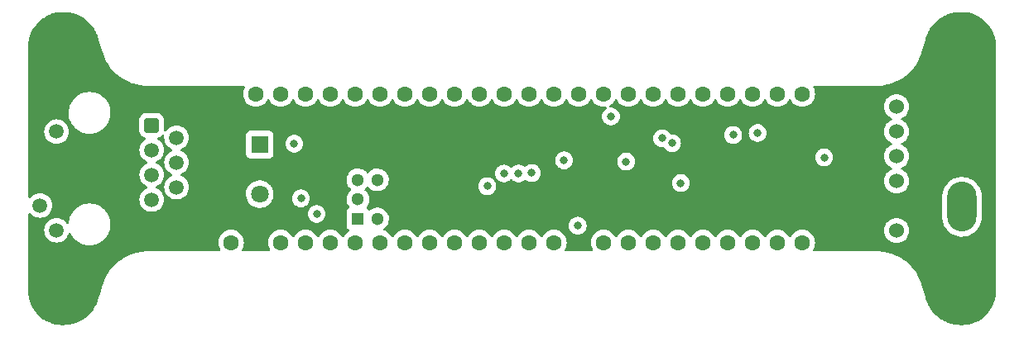
<source format=gbr>
%TF.GenerationSoftware,KiCad,Pcbnew,(6.0.1)*%
%TF.CreationDate,2022-11-25T01:31:12-06:00*%
%TF.ProjectId,NavBoard_Hardware,4e617642-6f61-4726-945f-486172647761,rev?*%
%TF.SameCoordinates,Original*%
%TF.FileFunction,Copper,L2,Inr*%
%TF.FilePolarity,Positive*%
%FSLAX46Y46*%
G04 Gerber Fmt 4.6, Leading zero omitted, Abs format (unit mm)*
G04 Created by KiCad (PCBNEW (6.0.1)) date 2022-11-25 01:31:12*
%MOMM*%
%LPD*%
G01*
G04 APERTURE LIST*
G04 Aperture macros list*
%AMRoundRect*
0 Rectangle with rounded corners*
0 $1 Rounding radius*
0 $2 $3 $4 $5 $6 $7 $8 $9 X,Y pos of 4 corners*
0 Add a 4 corners polygon primitive as box body*
4,1,4,$2,$3,$4,$5,$6,$7,$8,$9,$2,$3,0*
0 Add four circle primitives for the rounded corners*
1,1,$1+$1,$2,$3*
1,1,$1+$1,$4,$5*
1,1,$1+$1,$6,$7*
1,1,$1+$1,$8,$9*
0 Add four rect primitives between the rounded corners*
20,1,$1+$1,$2,$3,$4,$5,0*
20,1,$1+$1,$4,$5,$6,$7,0*
20,1,$1+$1,$6,$7,$8,$9,0*
20,1,$1+$1,$8,$9,$2,$3,0*%
G04 Aperture macros list end*
%TA.AperFunction,ComponentPad*%
%ADD10R,1.800000X1.800000*%
%TD*%
%TA.AperFunction,ComponentPad*%
%ADD11C,1.800000*%
%TD*%
%TA.AperFunction,ComponentPad*%
%ADD12C,6.000000*%
%TD*%
%TA.AperFunction,ComponentPad*%
%ADD13RoundRect,0.250500X-0.499500X0.499500X-0.499500X-0.499500X0.499500X-0.499500X0.499500X0.499500X0*%
%TD*%
%TA.AperFunction,ComponentPad*%
%ADD14C,1.500000*%
%TD*%
%TA.AperFunction,ComponentPad*%
%ADD15C,2.500000*%
%TD*%
%TA.AperFunction,ComponentPad*%
%ADD16C,1.524000*%
%TD*%
%TA.AperFunction,ComponentPad*%
%ADD17R,1.600000X1.600000*%
%TD*%
%TA.AperFunction,ComponentPad*%
%ADD18C,1.600000*%
%TD*%
%TA.AperFunction,ComponentPad*%
%ADD19R,1.300000X1.300000*%
%TD*%
%TA.AperFunction,ComponentPad*%
%ADD20C,1.300000*%
%TD*%
%TA.AperFunction,ComponentPad*%
%ADD21O,3.000000X5.100000*%
%TD*%
%TA.AperFunction,ViaPad*%
%ADD22C,0.800000*%
%TD*%
G04 APERTURE END LIST*
D10*
%TO.N,+12V*%
%TO.C,U2*%
X81480000Y-68087500D03*
D11*
%TO.N,GND*%
X81480000Y-70627500D03*
%TO.N,+5V*%
X81480000Y-73167500D03*
%TD*%
D12*
%TO.N,GND*%
%TO.C,H3*%
X153300000Y-83100000D03*
%TD*%
%TO.N,GND*%
%TO.C,H2*%
X153300000Y-58000000D03*
%TD*%
%TO.N,GND*%
%TO.C,H1*%
X61300000Y-58000000D03*
%TD*%
D13*
%TO.N,/ETHERNET_TX+*%
%TO.C,J2*%
X70425000Y-66100000D03*
D14*
%TO.N,Net-(C1-Pad1)*%
X72965000Y-67370000D03*
%TO.N,/ETHERNET_TX-*%
X70425000Y-68640000D03*
%TO.N,/ETHERNET_RX+*%
X72965000Y-69910000D03*
%TO.N,Net-(C1-Pad1)*%
X70425000Y-71180000D03*
%TO.N,/ETHERNET_RX-*%
X72965000Y-72450000D03*
%TO.N,unconnected-(J2-Pad7)*%
X70425000Y-73720000D03*
%TO.N,GND*%
X72965000Y-74990000D03*
X58995000Y-64220000D03*
%TO.N,/ETHERNET_LED*%
X60695000Y-66760000D03*
%TO.N,unconnected-(J2-Pad11)*%
X58995000Y-74330000D03*
%TO.N,unconnected-(J2-Pad12)*%
X60695000Y-76870000D03*
D15*
%TO.N,GND*%
X67125000Y-78420000D03*
X67125000Y-62670000D03*
%TD*%
D12*
%TO.N,GND*%
%TO.C,H4*%
X61300000Y-83100000D03*
%TD*%
D16*
%TO.N,+5V*%
%TO.C,J1*%
X146612000Y-76900000D03*
%TO.N,GND*%
X146612000Y-74360000D03*
%TO.N,/GPS-TX*%
X146612000Y-71820000D03*
%TO.N,/GPS-RX*%
X146612000Y-69280000D03*
%TO.N,Net-(J1-Pad5)*%
X146612000Y-66740000D03*
%TO.N,Net-(J1-Pad6)*%
X146612000Y-64200000D03*
%TD*%
D17*
%TO.N,GND*%
%TO.C,U1*%
X78550200Y-62900000D03*
D18*
%TO.N,unconnected-(U1-Pad2)*%
X81090200Y-62900000D03*
%TO.N,unconnected-(U1-Pad3)*%
X83630200Y-62900000D03*
%TO.N,unconnected-(U1-Pad4)*%
X86170200Y-62900000D03*
%TO.N,unconnected-(U1-Pad5)*%
X88710200Y-62900000D03*
%TO.N,unconnected-(U1-Pad6)*%
X91250200Y-62900000D03*
%TO.N,unconnected-(U1-Pad7)*%
X93790200Y-62900000D03*
%TO.N,unconnected-(U1-Pad8)*%
X96330200Y-62900000D03*
%TO.N,unconnected-(U1-Pad9)*%
X98870200Y-62900000D03*
%TO.N,/BHI-SDA*%
X101410200Y-62900000D03*
%TO.N,/BHI-SCL*%
X103950200Y-62900000D03*
%TO.N,unconnected-(U1-Pad12)*%
X106490200Y-62900000D03*
%TO.N,unconnected-(U1-Pad13)*%
X109030200Y-62900000D03*
%TO.N,/ICM-SCLK*%
X111570200Y-62900000D03*
%TO.N,+3V3*%
X114110200Y-62900000D03*
%TO.N,unconnected-(U1-Pad16)*%
X116650200Y-62900000D03*
%TO.N,unconnected-(U1-Pad17)*%
X119190200Y-62900000D03*
%TO.N,unconnected-(U1-Pad18)*%
X121730200Y-62900000D03*
%TO.N,unconnected-(U1-Pad19)*%
X124270200Y-62900000D03*
%TO.N,unconnected-(U1-Pad20)*%
X126810200Y-62900000D03*
%TO.N,unconnected-(U1-Pad21)*%
X129350200Y-62900000D03*
%TO.N,/GPS-TX*%
X131890200Y-62900000D03*
%TO.N,/GPS-RX*%
X134430200Y-62900000D03*
%TO.N,unconnected-(U1-Pad24)*%
X136970200Y-62900000D03*
%TO.N,unconnected-(U1-Pad25)*%
X136970200Y-78140000D03*
%TO.N,/SPI_LED*%
X134430200Y-78140000D03*
%TO.N,/UART_LED*%
X131890200Y-78140000D03*
%TO.N,/I2C_LED*%
X129350200Y-78140000D03*
%TO.N,unconnected-(U1-Pad29)*%
X126810200Y-78140000D03*
%TO.N,unconnected-(U1-Pad30)*%
X124270200Y-78140000D03*
%TO.N,unconnected-(U1-Pad31)*%
X121730200Y-78140000D03*
%TO.N,/GPS-SDA*%
X119190200Y-78140000D03*
%TO.N,/GPS-SCL*%
X116650200Y-78140000D03*
%TO.N,GND*%
X114110200Y-78140000D03*
%TO.N,/ICM-MISO*%
X111570200Y-78140000D03*
%TO.N,/ICM-MOSI*%
X109030200Y-78140000D03*
%TO.N,/ICM-CS*%
X106490200Y-78140000D03*
%TO.N,unconnected-(U1-Pad38)*%
X103950200Y-78140000D03*
%TO.N,unconnected-(U1-Pad39)*%
X101410200Y-78140000D03*
%TO.N,unconnected-(U1-Pad40)*%
X98870200Y-78140000D03*
%TO.N,unconnected-(U1-Pad41)*%
X96330200Y-78140000D03*
%TO.N,unconnected-(U1-Pad42)*%
X93790200Y-78140000D03*
%TO.N,unconnected-(U1-Pad43)*%
X91250200Y-78140000D03*
%TO.N,unconnected-(U1-Pad44)*%
X88710200Y-78140000D03*
%TO.N,unconnected-(U1-Pad45)*%
X86170200Y-78140000D03*
%TO.N,+3V3*%
X83630200Y-78140000D03*
%TO.N,GND*%
X81090200Y-78140000D03*
%TO.N,+5V*%
X78550200Y-78140000D03*
D19*
%TO.N,/ETHERNET_RX+*%
X91520200Y-75701600D03*
D20*
%TO.N,/ETHERNET_LED*%
X91520200Y-73701600D03*
%TO.N,/ETHERNET_TX-*%
X91520200Y-71701600D03*
%TO.N,/ETHERNET_TX+*%
X93520200Y-71701600D03*
%TO.N,GND*%
X93520200Y-73701600D03*
%TO.N,/ETHERNET_RX-*%
X93520200Y-75701600D03*
%TD*%
D21*
%TO.N,GND*%
%TO.C,Conn1*%
X153300000Y-66600000D03*
%TO.N,+12V*%
X153300000Y-74474000D03*
%TD*%
D22*
%TO.N,+3V3*%
X107950000Y-71049999D03*
X106455000Y-71049999D03*
X123648929Y-67938570D03*
X139200000Y-69400000D03*
X85700000Y-73600000D03*
X129900000Y-67100000D03*
X104755000Y-72350000D03*
X132400000Y-66900000D03*
X124548929Y-72038570D03*
X114000000Y-76400000D03*
X122648929Y-67438570D03*
X117400000Y-65200000D03*
%TO.N,GND*%
X78800000Y-67700000D03*
X115400000Y-68000000D03*
X134950000Y-65400000D03*
X142650000Y-68050000D03*
X110900000Y-65600000D03*
X106700000Y-75250000D03*
X107700000Y-65600000D03*
X102855000Y-72650000D03*
X116100000Y-73400000D03*
X98067501Y-75262499D03*
X140650000Y-66050000D03*
X100855000Y-70600000D03*
X138200000Y-68500000D03*
X96300000Y-75300000D03*
X79000000Y-69000000D03*
X100479999Y-75375001D03*
X126248929Y-71938570D03*
X120748929Y-67538570D03*
X121748929Y-70338570D03*
X103755000Y-69550000D03*
X99400000Y-64700000D03*
X119900000Y-64700000D03*
X111000000Y-76000000D03*
X102800000Y-64100000D03*
X144700000Y-69900000D03*
X108255000Y-75250000D03*
%TO.N,+5V*%
X85000000Y-68000000D03*
%TO.N,/ETHERNET_LED*%
X87300000Y-75200000D03*
%TO.N,Net-(R11-Pad1)*%
X118948929Y-69838570D03*
%TO.N,/ICM-CS*%
X112600000Y-69700000D03*
%TO.N,/ICM-SCLK*%
X109300000Y-71000000D03*
%TD*%
%TA.AperFunction,Conductor*%
%TO.N,GND*%
G36*
X61664960Y-54514153D02*
G01*
X61677035Y-54514955D01*
X62018575Y-54554209D01*
X62030520Y-54556167D01*
X62126100Y-54576601D01*
X62366711Y-54628042D01*
X62378424Y-54631142D01*
X62706157Y-54734976D01*
X62717517Y-54739187D01*
X63033743Y-54874010D01*
X63044647Y-54879292D01*
X63346475Y-55043871D01*
X63356822Y-55050176D01*
X63641442Y-55242981D01*
X63651125Y-55250242D01*
X63717019Y-55304804D01*
X63915921Y-55469501D01*
X63924871Y-55477668D01*
X64167379Y-55721340D01*
X64175498Y-55730324D01*
X64393480Y-55996160D01*
X64400700Y-56005883D01*
X64579395Y-56272415D01*
X64592146Y-56291434D01*
X64598401Y-56301811D01*
X64761531Y-56604421D01*
X64766761Y-56615350D01*
X64900070Y-56932225D01*
X64904225Y-56943604D01*
X64936027Y-57045676D01*
X64995479Y-57236500D01*
X65000559Y-57261467D01*
X65000803Y-57263917D01*
X65000804Y-57263921D01*
X65001695Y-57272848D01*
X65017813Y-57312743D01*
X65019271Y-57316352D01*
X65022783Y-57326205D01*
X65449450Y-58701025D01*
X65453906Y-58720982D01*
X65456185Y-58737339D01*
X65456188Y-58737352D01*
X65456858Y-58742162D01*
X65460479Y-58754168D01*
X65462587Y-58758561D01*
X65464257Y-58762865D01*
X65466295Y-58767718D01*
X65586327Y-59098303D01*
X65600706Y-59137906D01*
X65772730Y-59508440D01*
X65976073Y-59862755D01*
X66209221Y-60198210D01*
X66470435Y-60512304D01*
X66472348Y-60514237D01*
X66472354Y-60514244D01*
X66605307Y-60648613D01*
X66757768Y-60802697D01*
X66759827Y-60804446D01*
X66759835Y-60804454D01*
X66884295Y-60910209D01*
X67069078Y-61067222D01*
X67071298Y-61068800D01*
X67071303Y-61068804D01*
X67218733Y-61173604D01*
X67402045Y-61303910D01*
X67404372Y-61305279D01*
X67404376Y-61305281D01*
X67751840Y-61509614D01*
X67754187Y-61510994D01*
X68122878Y-61686933D01*
X68125422Y-61687887D01*
X68125426Y-61687889D01*
X68402357Y-61791771D01*
X68505372Y-61830414D01*
X68507982Y-61831143D01*
X68507993Y-61831147D01*
X68896191Y-61939635D01*
X68896198Y-61939637D01*
X68898815Y-61940368D01*
X69300277Y-62015974D01*
X69706764Y-62056671D01*
X69709473Y-62056707D01*
X69709484Y-62056708D01*
X69907711Y-62059368D01*
X70085051Y-62061749D01*
X70093046Y-62062352D01*
X70093051Y-62062262D01*
X70097911Y-62062553D01*
X70102733Y-62063217D01*
X70107596Y-62063132D01*
X70107601Y-62063132D01*
X70109431Y-62063099D01*
X70115271Y-62062997D01*
X70133335Y-62059859D01*
X70154900Y-62058000D01*
X79841947Y-62058000D01*
X79910068Y-62078002D01*
X79956561Y-62131658D01*
X79966665Y-62201932D01*
X79952407Y-62243125D01*
X79952677Y-62243251D01*
X79855916Y-62450757D01*
X79796657Y-62671913D01*
X79776702Y-62900000D01*
X79796657Y-63128087D01*
X79798081Y-63133400D01*
X79798081Y-63133402D01*
X79811966Y-63185219D01*
X79855916Y-63349243D01*
X79858239Y-63354224D01*
X79858239Y-63354225D01*
X79950351Y-63551762D01*
X79950354Y-63551767D01*
X79952677Y-63556749D01*
X80084002Y-63744300D01*
X80245900Y-63906198D01*
X80250408Y-63909355D01*
X80250411Y-63909357D01*
X80328589Y-63964098D01*
X80433451Y-64037523D01*
X80438433Y-64039846D01*
X80438438Y-64039849D01*
X80635975Y-64131961D01*
X80640957Y-64134284D01*
X80646265Y-64135706D01*
X80646267Y-64135707D01*
X80856798Y-64192119D01*
X80856800Y-64192119D01*
X80862113Y-64193543D01*
X81090200Y-64213498D01*
X81318287Y-64193543D01*
X81323600Y-64192119D01*
X81323602Y-64192119D01*
X81534133Y-64135707D01*
X81534135Y-64135706D01*
X81539443Y-64134284D01*
X81544425Y-64131961D01*
X81741962Y-64039849D01*
X81741967Y-64039846D01*
X81746949Y-64037523D01*
X81851811Y-63964098D01*
X81929989Y-63909357D01*
X81929992Y-63909355D01*
X81934500Y-63906198D01*
X82096398Y-63744300D01*
X82227723Y-63556749D01*
X82230046Y-63551767D01*
X82230049Y-63551762D01*
X82246005Y-63517543D01*
X82292922Y-63464258D01*
X82361199Y-63444797D01*
X82429159Y-63465339D01*
X82474395Y-63517543D01*
X82490351Y-63551762D01*
X82490354Y-63551767D01*
X82492677Y-63556749D01*
X82624002Y-63744300D01*
X82785900Y-63906198D01*
X82790408Y-63909355D01*
X82790411Y-63909357D01*
X82868589Y-63964098D01*
X82973451Y-64037523D01*
X82978433Y-64039846D01*
X82978438Y-64039849D01*
X83175975Y-64131961D01*
X83180957Y-64134284D01*
X83186265Y-64135706D01*
X83186267Y-64135707D01*
X83396798Y-64192119D01*
X83396800Y-64192119D01*
X83402113Y-64193543D01*
X83630200Y-64213498D01*
X83858287Y-64193543D01*
X83863600Y-64192119D01*
X83863602Y-64192119D01*
X84074133Y-64135707D01*
X84074135Y-64135706D01*
X84079443Y-64134284D01*
X84084425Y-64131961D01*
X84281962Y-64039849D01*
X84281967Y-64039846D01*
X84286949Y-64037523D01*
X84391811Y-63964098D01*
X84469989Y-63909357D01*
X84469992Y-63909355D01*
X84474500Y-63906198D01*
X84636398Y-63744300D01*
X84767723Y-63556749D01*
X84770046Y-63551767D01*
X84770049Y-63551762D01*
X84786005Y-63517543D01*
X84832922Y-63464258D01*
X84901199Y-63444797D01*
X84969159Y-63465339D01*
X85014395Y-63517543D01*
X85030351Y-63551762D01*
X85030354Y-63551767D01*
X85032677Y-63556749D01*
X85164002Y-63744300D01*
X85325900Y-63906198D01*
X85330408Y-63909355D01*
X85330411Y-63909357D01*
X85408589Y-63964098D01*
X85513451Y-64037523D01*
X85518433Y-64039846D01*
X85518438Y-64039849D01*
X85715975Y-64131961D01*
X85720957Y-64134284D01*
X85726265Y-64135706D01*
X85726267Y-64135707D01*
X85936798Y-64192119D01*
X85936800Y-64192119D01*
X85942113Y-64193543D01*
X86170200Y-64213498D01*
X86398287Y-64193543D01*
X86403600Y-64192119D01*
X86403602Y-64192119D01*
X86614133Y-64135707D01*
X86614135Y-64135706D01*
X86619443Y-64134284D01*
X86624425Y-64131961D01*
X86821962Y-64039849D01*
X86821967Y-64039846D01*
X86826949Y-64037523D01*
X86931811Y-63964098D01*
X87009989Y-63909357D01*
X87009992Y-63909355D01*
X87014500Y-63906198D01*
X87176398Y-63744300D01*
X87307723Y-63556749D01*
X87310046Y-63551767D01*
X87310049Y-63551762D01*
X87326005Y-63517543D01*
X87372922Y-63464258D01*
X87441199Y-63444797D01*
X87509159Y-63465339D01*
X87554395Y-63517543D01*
X87570351Y-63551762D01*
X87570354Y-63551767D01*
X87572677Y-63556749D01*
X87704002Y-63744300D01*
X87865900Y-63906198D01*
X87870408Y-63909355D01*
X87870411Y-63909357D01*
X87948589Y-63964098D01*
X88053451Y-64037523D01*
X88058433Y-64039846D01*
X88058438Y-64039849D01*
X88255975Y-64131961D01*
X88260957Y-64134284D01*
X88266265Y-64135706D01*
X88266267Y-64135707D01*
X88476798Y-64192119D01*
X88476800Y-64192119D01*
X88482113Y-64193543D01*
X88710200Y-64213498D01*
X88938287Y-64193543D01*
X88943600Y-64192119D01*
X88943602Y-64192119D01*
X89154133Y-64135707D01*
X89154135Y-64135706D01*
X89159443Y-64134284D01*
X89164425Y-64131961D01*
X89361962Y-64039849D01*
X89361967Y-64039846D01*
X89366949Y-64037523D01*
X89471811Y-63964098D01*
X89549989Y-63909357D01*
X89549992Y-63909355D01*
X89554500Y-63906198D01*
X89716398Y-63744300D01*
X89847723Y-63556749D01*
X89850046Y-63551767D01*
X89850049Y-63551762D01*
X89866005Y-63517543D01*
X89912922Y-63464258D01*
X89981199Y-63444797D01*
X90049159Y-63465339D01*
X90094395Y-63517543D01*
X90110351Y-63551762D01*
X90110354Y-63551767D01*
X90112677Y-63556749D01*
X90244002Y-63744300D01*
X90405900Y-63906198D01*
X90410408Y-63909355D01*
X90410411Y-63909357D01*
X90488589Y-63964098D01*
X90593451Y-64037523D01*
X90598433Y-64039846D01*
X90598438Y-64039849D01*
X90795975Y-64131961D01*
X90800957Y-64134284D01*
X90806265Y-64135706D01*
X90806267Y-64135707D01*
X91016798Y-64192119D01*
X91016800Y-64192119D01*
X91022113Y-64193543D01*
X91250200Y-64213498D01*
X91478287Y-64193543D01*
X91483600Y-64192119D01*
X91483602Y-64192119D01*
X91694133Y-64135707D01*
X91694135Y-64135706D01*
X91699443Y-64134284D01*
X91704425Y-64131961D01*
X91901962Y-64039849D01*
X91901967Y-64039846D01*
X91906949Y-64037523D01*
X92011811Y-63964098D01*
X92089989Y-63909357D01*
X92089992Y-63909355D01*
X92094500Y-63906198D01*
X92256398Y-63744300D01*
X92387723Y-63556749D01*
X92390046Y-63551767D01*
X92390049Y-63551762D01*
X92406005Y-63517543D01*
X92452922Y-63464258D01*
X92521199Y-63444797D01*
X92589159Y-63465339D01*
X92634395Y-63517543D01*
X92650351Y-63551762D01*
X92650354Y-63551767D01*
X92652677Y-63556749D01*
X92784002Y-63744300D01*
X92945900Y-63906198D01*
X92950408Y-63909355D01*
X92950411Y-63909357D01*
X93028589Y-63964098D01*
X93133451Y-64037523D01*
X93138433Y-64039846D01*
X93138438Y-64039849D01*
X93335975Y-64131961D01*
X93340957Y-64134284D01*
X93346265Y-64135706D01*
X93346267Y-64135707D01*
X93556798Y-64192119D01*
X93556800Y-64192119D01*
X93562113Y-64193543D01*
X93790200Y-64213498D01*
X94018287Y-64193543D01*
X94023600Y-64192119D01*
X94023602Y-64192119D01*
X94234133Y-64135707D01*
X94234135Y-64135706D01*
X94239443Y-64134284D01*
X94244425Y-64131961D01*
X94441962Y-64039849D01*
X94441967Y-64039846D01*
X94446949Y-64037523D01*
X94551811Y-63964098D01*
X94629989Y-63909357D01*
X94629992Y-63909355D01*
X94634500Y-63906198D01*
X94796398Y-63744300D01*
X94927723Y-63556749D01*
X94930046Y-63551767D01*
X94930049Y-63551762D01*
X94946005Y-63517543D01*
X94992922Y-63464258D01*
X95061199Y-63444797D01*
X95129159Y-63465339D01*
X95174395Y-63517543D01*
X95190351Y-63551762D01*
X95190354Y-63551767D01*
X95192677Y-63556749D01*
X95324002Y-63744300D01*
X95485900Y-63906198D01*
X95490408Y-63909355D01*
X95490411Y-63909357D01*
X95568589Y-63964098D01*
X95673451Y-64037523D01*
X95678433Y-64039846D01*
X95678438Y-64039849D01*
X95875975Y-64131961D01*
X95880957Y-64134284D01*
X95886265Y-64135706D01*
X95886267Y-64135707D01*
X96096798Y-64192119D01*
X96096800Y-64192119D01*
X96102113Y-64193543D01*
X96330200Y-64213498D01*
X96558287Y-64193543D01*
X96563600Y-64192119D01*
X96563602Y-64192119D01*
X96774133Y-64135707D01*
X96774135Y-64135706D01*
X96779443Y-64134284D01*
X96784425Y-64131961D01*
X96981962Y-64039849D01*
X96981967Y-64039846D01*
X96986949Y-64037523D01*
X97091811Y-63964098D01*
X97169989Y-63909357D01*
X97169992Y-63909355D01*
X97174500Y-63906198D01*
X97336398Y-63744300D01*
X97467723Y-63556749D01*
X97470046Y-63551767D01*
X97470049Y-63551762D01*
X97486005Y-63517543D01*
X97532922Y-63464258D01*
X97601199Y-63444797D01*
X97669159Y-63465339D01*
X97714395Y-63517543D01*
X97730351Y-63551762D01*
X97730354Y-63551767D01*
X97732677Y-63556749D01*
X97864002Y-63744300D01*
X98025900Y-63906198D01*
X98030408Y-63909355D01*
X98030411Y-63909357D01*
X98108589Y-63964098D01*
X98213451Y-64037523D01*
X98218433Y-64039846D01*
X98218438Y-64039849D01*
X98415975Y-64131961D01*
X98420957Y-64134284D01*
X98426265Y-64135706D01*
X98426267Y-64135707D01*
X98636798Y-64192119D01*
X98636800Y-64192119D01*
X98642113Y-64193543D01*
X98870200Y-64213498D01*
X99098287Y-64193543D01*
X99103600Y-64192119D01*
X99103602Y-64192119D01*
X99314133Y-64135707D01*
X99314135Y-64135706D01*
X99319443Y-64134284D01*
X99324425Y-64131961D01*
X99521962Y-64039849D01*
X99521967Y-64039846D01*
X99526949Y-64037523D01*
X99631811Y-63964098D01*
X99709989Y-63909357D01*
X99709992Y-63909355D01*
X99714500Y-63906198D01*
X99876398Y-63744300D01*
X100007723Y-63556749D01*
X100010046Y-63551767D01*
X100010049Y-63551762D01*
X100026005Y-63517543D01*
X100072922Y-63464258D01*
X100141199Y-63444797D01*
X100209159Y-63465339D01*
X100254395Y-63517543D01*
X100270351Y-63551762D01*
X100270354Y-63551767D01*
X100272677Y-63556749D01*
X100404002Y-63744300D01*
X100565900Y-63906198D01*
X100570408Y-63909355D01*
X100570411Y-63909357D01*
X100648589Y-63964098D01*
X100753451Y-64037523D01*
X100758433Y-64039846D01*
X100758438Y-64039849D01*
X100955975Y-64131961D01*
X100960957Y-64134284D01*
X100966265Y-64135706D01*
X100966267Y-64135707D01*
X101176798Y-64192119D01*
X101176800Y-64192119D01*
X101182113Y-64193543D01*
X101410200Y-64213498D01*
X101638287Y-64193543D01*
X101643600Y-64192119D01*
X101643602Y-64192119D01*
X101854133Y-64135707D01*
X101854135Y-64135706D01*
X101859443Y-64134284D01*
X101864425Y-64131961D01*
X102061962Y-64039849D01*
X102061967Y-64039846D01*
X102066949Y-64037523D01*
X102171811Y-63964098D01*
X102249989Y-63909357D01*
X102249992Y-63909355D01*
X102254500Y-63906198D01*
X102416398Y-63744300D01*
X102547723Y-63556749D01*
X102550046Y-63551767D01*
X102550049Y-63551762D01*
X102566005Y-63517543D01*
X102612922Y-63464258D01*
X102681199Y-63444797D01*
X102749159Y-63465339D01*
X102794395Y-63517543D01*
X102810351Y-63551762D01*
X102810354Y-63551767D01*
X102812677Y-63556749D01*
X102944002Y-63744300D01*
X103105900Y-63906198D01*
X103110408Y-63909355D01*
X103110411Y-63909357D01*
X103188589Y-63964098D01*
X103293451Y-64037523D01*
X103298433Y-64039846D01*
X103298438Y-64039849D01*
X103495975Y-64131961D01*
X103500957Y-64134284D01*
X103506265Y-64135706D01*
X103506267Y-64135707D01*
X103716798Y-64192119D01*
X103716800Y-64192119D01*
X103722113Y-64193543D01*
X103950200Y-64213498D01*
X104178287Y-64193543D01*
X104183600Y-64192119D01*
X104183602Y-64192119D01*
X104394133Y-64135707D01*
X104394135Y-64135706D01*
X104399443Y-64134284D01*
X104404425Y-64131961D01*
X104601962Y-64039849D01*
X104601967Y-64039846D01*
X104606949Y-64037523D01*
X104711811Y-63964098D01*
X104789989Y-63909357D01*
X104789992Y-63909355D01*
X104794500Y-63906198D01*
X104956398Y-63744300D01*
X105087723Y-63556749D01*
X105090046Y-63551767D01*
X105090049Y-63551762D01*
X105106005Y-63517543D01*
X105152922Y-63464258D01*
X105221199Y-63444797D01*
X105289159Y-63465339D01*
X105334395Y-63517543D01*
X105350351Y-63551762D01*
X105350354Y-63551767D01*
X105352677Y-63556749D01*
X105484002Y-63744300D01*
X105645900Y-63906198D01*
X105650408Y-63909355D01*
X105650411Y-63909357D01*
X105728589Y-63964098D01*
X105833451Y-64037523D01*
X105838433Y-64039846D01*
X105838438Y-64039849D01*
X106035975Y-64131961D01*
X106040957Y-64134284D01*
X106046265Y-64135706D01*
X106046267Y-64135707D01*
X106256798Y-64192119D01*
X106256800Y-64192119D01*
X106262113Y-64193543D01*
X106490200Y-64213498D01*
X106718287Y-64193543D01*
X106723600Y-64192119D01*
X106723602Y-64192119D01*
X106934133Y-64135707D01*
X106934135Y-64135706D01*
X106939443Y-64134284D01*
X106944425Y-64131961D01*
X107141962Y-64039849D01*
X107141967Y-64039846D01*
X107146949Y-64037523D01*
X107251811Y-63964098D01*
X107329989Y-63909357D01*
X107329992Y-63909355D01*
X107334500Y-63906198D01*
X107496398Y-63744300D01*
X107627723Y-63556749D01*
X107630046Y-63551767D01*
X107630049Y-63551762D01*
X107646005Y-63517543D01*
X107692922Y-63464258D01*
X107761199Y-63444797D01*
X107829159Y-63465339D01*
X107874395Y-63517543D01*
X107890351Y-63551762D01*
X107890354Y-63551767D01*
X107892677Y-63556749D01*
X108024002Y-63744300D01*
X108185900Y-63906198D01*
X108190408Y-63909355D01*
X108190411Y-63909357D01*
X108268589Y-63964098D01*
X108373451Y-64037523D01*
X108378433Y-64039846D01*
X108378438Y-64039849D01*
X108575975Y-64131961D01*
X108580957Y-64134284D01*
X108586265Y-64135706D01*
X108586267Y-64135707D01*
X108796798Y-64192119D01*
X108796800Y-64192119D01*
X108802113Y-64193543D01*
X109030200Y-64213498D01*
X109258287Y-64193543D01*
X109263600Y-64192119D01*
X109263602Y-64192119D01*
X109474133Y-64135707D01*
X109474135Y-64135706D01*
X109479443Y-64134284D01*
X109484425Y-64131961D01*
X109681962Y-64039849D01*
X109681967Y-64039846D01*
X109686949Y-64037523D01*
X109791811Y-63964098D01*
X109869989Y-63909357D01*
X109869992Y-63909355D01*
X109874500Y-63906198D01*
X110036398Y-63744300D01*
X110167723Y-63556749D01*
X110170046Y-63551767D01*
X110170049Y-63551762D01*
X110186005Y-63517543D01*
X110232922Y-63464258D01*
X110301199Y-63444797D01*
X110369159Y-63465339D01*
X110414395Y-63517543D01*
X110430351Y-63551762D01*
X110430354Y-63551767D01*
X110432677Y-63556749D01*
X110564002Y-63744300D01*
X110725900Y-63906198D01*
X110730408Y-63909355D01*
X110730411Y-63909357D01*
X110808589Y-63964098D01*
X110913451Y-64037523D01*
X110918433Y-64039846D01*
X110918438Y-64039849D01*
X111115975Y-64131961D01*
X111120957Y-64134284D01*
X111126265Y-64135706D01*
X111126267Y-64135707D01*
X111336798Y-64192119D01*
X111336800Y-64192119D01*
X111342113Y-64193543D01*
X111570200Y-64213498D01*
X111798287Y-64193543D01*
X111803600Y-64192119D01*
X111803602Y-64192119D01*
X112014133Y-64135707D01*
X112014135Y-64135706D01*
X112019443Y-64134284D01*
X112024425Y-64131961D01*
X112221962Y-64039849D01*
X112221967Y-64039846D01*
X112226949Y-64037523D01*
X112331811Y-63964098D01*
X112409989Y-63909357D01*
X112409992Y-63909355D01*
X112414500Y-63906198D01*
X112576398Y-63744300D01*
X112707723Y-63556749D01*
X112710046Y-63551767D01*
X112710049Y-63551762D01*
X112726005Y-63517543D01*
X112772922Y-63464258D01*
X112841199Y-63444797D01*
X112909159Y-63465339D01*
X112954395Y-63517543D01*
X112970351Y-63551762D01*
X112970354Y-63551767D01*
X112972677Y-63556749D01*
X113104002Y-63744300D01*
X113265900Y-63906198D01*
X113270408Y-63909355D01*
X113270411Y-63909357D01*
X113348589Y-63964098D01*
X113453451Y-64037523D01*
X113458433Y-64039846D01*
X113458438Y-64039849D01*
X113655975Y-64131961D01*
X113660957Y-64134284D01*
X113666265Y-64135706D01*
X113666267Y-64135707D01*
X113876798Y-64192119D01*
X113876800Y-64192119D01*
X113882113Y-64193543D01*
X114110200Y-64213498D01*
X114338287Y-64193543D01*
X114343600Y-64192119D01*
X114343602Y-64192119D01*
X114554133Y-64135707D01*
X114554135Y-64135706D01*
X114559443Y-64134284D01*
X114564425Y-64131961D01*
X114761962Y-64039849D01*
X114761967Y-64039846D01*
X114766949Y-64037523D01*
X114871811Y-63964098D01*
X114949989Y-63909357D01*
X114949992Y-63909355D01*
X114954500Y-63906198D01*
X115116398Y-63744300D01*
X115247723Y-63556749D01*
X115250046Y-63551767D01*
X115250049Y-63551762D01*
X115266005Y-63517543D01*
X115312922Y-63464258D01*
X115381199Y-63444797D01*
X115449159Y-63465339D01*
X115494395Y-63517543D01*
X115510351Y-63551762D01*
X115510354Y-63551767D01*
X115512677Y-63556749D01*
X115644002Y-63744300D01*
X115805900Y-63906198D01*
X115810408Y-63909355D01*
X115810411Y-63909357D01*
X115888589Y-63964098D01*
X115993451Y-64037523D01*
X115998433Y-64039846D01*
X115998438Y-64039849D01*
X116195975Y-64131961D01*
X116200957Y-64134284D01*
X116206265Y-64135706D01*
X116206267Y-64135707D01*
X116416798Y-64192119D01*
X116416800Y-64192119D01*
X116422113Y-64193543D01*
X116650200Y-64213498D01*
X116836495Y-64197199D01*
X116906098Y-64211188D01*
X116957090Y-64260587D01*
X116973281Y-64329713D01*
X116949529Y-64396619D01*
X116921537Y-64424656D01*
X116788747Y-64521134D01*
X116660960Y-64663056D01*
X116565473Y-64828444D01*
X116506458Y-65010072D01*
X116505768Y-65016633D01*
X116505768Y-65016635D01*
X116494181Y-65126885D01*
X116486496Y-65200000D01*
X116487186Y-65206565D01*
X116502872Y-65355805D01*
X116506458Y-65389928D01*
X116565473Y-65571556D01*
X116660960Y-65736944D01*
X116665378Y-65741851D01*
X116665379Y-65741852D01*
X116718503Y-65800852D01*
X116788747Y-65878866D01*
X116943248Y-65991118D01*
X116949276Y-65993802D01*
X116949278Y-65993803D01*
X117076537Y-66050462D01*
X117117712Y-66068794D01*
X117211113Y-66088647D01*
X117298056Y-66107128D01*
X117298061Y-66107128D01*
X117304513Y-66108500D01*
X117495487Y-66108500D01*
X117501939Y-66107128D01*
X117501944Y-66107128D01*
X117588888Y-66088647D01*
X117682288Y-66068794D01*
X117723463Y-66050462D01*
X117850722Y-65993803D01*
X117850724Y-65993802D01*
X117856752Y-65991118D01*
X118011253Y-65878866D01*
X118081497Y-65800852D01*
X118134621Y-65741852D01*
X118134622Y-65741851D01*
X118139040Y-65736944D01*
X118234527Y-65571556D01*
X118293542Y-65389928D01*
X118297129Y-65355805D01*
X118312814Y-65206565D01*
X118313504Y-65200000D01*
X118305819Y-65126885D01*
X118294232Y-65016635D01*
X118294232Y-65016633D01*
X118293542Y-65010072D01*
X118234527Y-64828444D01*
X118139040Y-64663056D01*
X118011253Y-64521134D01*
X117856752Y-64408882D01*
X117850724Y-64406198D01*
X117850722Y-64406197D01*
X117688319Y-64333891D01*
X117688318Y-64333891D01*
X117682288Y-64331206D01*
X117588887Y-64311353D01*
X117501944Y-64292872D01*
X117501939Y-64292872D01*
X117495487Y-64291500D01*
X117330643Y-64291500D01*
X117262522Y-64271498D01*
X117216029Y-64217842D01*
X117205925Y-64147568D01*
X117235419Y-64082988D01*
X117277394Y-64051305D01*
X117301958Y-64039851D01*
X117301964Y-64039847D01*
X117306949Y-64037523D01*
X117411811Y-63964098D01*
X117489989Y-63909357D01*
X117489992Y-63909355D01*
X117494500Y-63906198D01*
X117656398Y-63744300D01*
X117787723Y-63556749D01*
X117790046Y-63551767D01*
X117790049Y-63551762D01*
X117806005Y-63517543D01*
X117852922Y-63464258D01*
X117921199Y-63444797D01*
X117989159Y-63465339D01*
X118034395Y-63517543D01*
X118050351Y-63551762D01*
X118050354Y-63551767D01*
X118052677Y-63556749D01*
X118184002Y-63744300D01*
X118345900Y-63906198D01*
X118350408Y-63909355D01*
X118350411Y-63909357D01*
X118428589Y-63964098D01*
X118533451Y-64037523D01*
X118538433Y-64039846D01*
X118538438Y-64039849D01*
X118735975Y-64131961D01*
X118740957Y-64134284D01*
X118746265Y-64135706D01*
X118746267Y-64135707D01*
X118956798Y-64192119D01*
X118956800Y-64192119D01*
X118962113Y-64193543D01*
X119190200Y-64213498D01*
X119418287Y-64193543D01*
X119423600Y-64192119D01*
X119423602Y-64192119D01*
X119634133Y-64135707D01*
X119634135Y-64135706D01*
X119639443Y-64134284D01*
X119644425Y-64131961D01*
X119841962Y-64039849D01*
X119841967Y-64039846D01*
X119846949Y-64037523D01*
X119951811Y-63964098D01*
X120029989Y-63909357D01*
X120029992Y-63909355D01*
X120034500Y-63906198D01*
X120196398Y-63744300D01*
X120327723Y-63556749D01*
X120330046Y-63551767D01*
X120330049Y-63551762D01*
X120346005Y-63517543D01*
X120392922Y-63464258D01*
X120461199Y-63444797D01*
X120529159Y-63465339D01*
X120574395Y-63517543D01*
X120590351Y-63551762D01*
X120590354Y-63551767D01*
X120592677Y-63556749D01*
X120724002Y-63744300D01*
X120885900Y-63906198D01*
X120890408Y-63909355D01*
X120890411Y-63909357D01*
X120968589Y-63964098D01*
X121073451Y-64037523D01*
X121078433Y-64039846D01*
X121078438Y-64039849D01*
X121275975Y-64131961D01*
X121280957Y-64134284D01*
X121286265Y-64135706D01*
X121286267Y-64135707D01*
X121496798Y-64192119D01*
X121496800Y-64192119D01*
X121502113Y-64193543D01*
X121730200Y-64213498D01*
X121958287Y-64193543D01*
X121963600Y-64192119D01*
X121963602Y-64192119D01*
X122174133Y-64135707D01*
X122174135Y-64135706D01*
X122179443Y-64134284D01*
X122184425Y-64131961D01*
X122381962Y-64039849D01*
X122381967Y-64039846D01*
X122386949Y-64037523D01*
X122491811Y-63964098D01*
X122569989Y-63909357D01*
X122569992Y-63909355D01*
X122574500Y-63906198D01*
X122736398Y-63744300D01*
X122867723Y-63556749D01*
X122870046Y-63551767D01*
X122870049Y-63551762D01*
X122886005Y-63517543D01*
X122932922Y-63464258D01*
X123001199Y-63444797D01*
X123069159Y-63465339D01*
X123114395Y-63517543D01*
X123130351Y-63551762D01*
X123130354Y-63551767D01*
X123132677Y-63556749D01*
X123264002Y-63744300D01*
X123425900Y-63906198D01*
X123430408Y-63909355D01*
X123430411Y-63909357D01*
X123508589Y-63964098D01*
X123613451Y-64037523D01*
X123618433Y-64039846D01*
X123618438Y-64039849D01*
X123815975Y-64131961D01*
X123820957Y-64134284D01*
X123826265Y-64135706D01*
X123826267Y-64135707D01*
X124036798Y-64192119D01*
X124036800Y-64192119D01*
X124042113Y-64193543D01*
X124270200Y-64213498D01*
X124498287Y-64193543D01*
X124503600Y-64192119D01*
X124503602Y-64192119D01*
X124714133Y-64135707D01*
X124714135Y-64135706D01*
X124719443Y-64134284D01*
X124724425Y-64131961D01*
X124921962Y-64039849D01*
X124921967Y-64039846D01*
X124926949Y-64037523D01*
X125031811Y-63964098D01*
X125109989Y-63909357D01*
X125109992Y-63909355D01*
X125114500Y-63906198D01*
X125276398Y-63744300D01*
X125407723Y-63556749D01*
X125410046Y-63551767D01*
X125410049Y-63551762D01*
X125426005Y-63517543D01*
X125472922Y-63464258D01*
X125541199Y-63444797D01*
X125609159Y-63465339D01*
X125654395Y-63517543D01*
X125670351Y-63551762D01*
X125670354Y-63551767D01*
X125672677Y-63556749D01*
X125804002Y-63744300D01*
X125965900Y-63906198D01*
X125970408Y-63909355D01*
X125970411Y-63909357D01*
X126048589Y-63964098D01*
X126153451Y-64037523D01*
X126158433Y-64039846D01*
X126158438Y-64039849D01*
X126355975Y-64131961D01*
X126360957Y-64134284D01*
X126366265Y-64135706D01*
X126366267Y-64135707D01*
X126576798Y-64192119D01*
X126576800Y-64192119D01*
X126582113Y-64193543D01*
X126810200Y-64213498D01*
X127038287Y-64193543D01*
X127043600Y-64192119D01*
X127043602Y-64192119D01*
X127254133Y-64135707D01*
X127254135Y-64135706D01*
X127259443Y-64134284D01*
X127264425Y-64131961D01*
X127461962Y-64039849D01*
X127461967Y-64039846D01*
X127466949Y-64037523D01*
X127571811Y-63964098D01*
X127649989Y-63909357D01*
X127649992Y-63909355D01*
X127654500Y-63906198D01*
X127816398Y-63744300D01*
X127947723Y-63556749D01*
X127950046Y-63551767D01*
X127950049Y-63551762D01*
X127966005Y-63517543D01*
X128012922Y-63464258D01*
X128081199Y-63444797D01*
X128149159Y-63465339D01*
X128194395Y-63517543D01*
X128210351Y-63551762D01*
X128210354Y-63551767D01*
X128212677Y-63556749D01*
X128344002Y-63744300D01*
X128505900Y-63906198D01*
X128510408Y-63909355D01*
X128510411Y-63909357D01*
X128588589Y-63964098D01*
X128693451Y-64037523D01*
X128698433Y-64039846D01*
X128698438Y-64039849D01*
X128895975Y-64131961D01*
X128900957Y-64134284D01*
X128906265Y-64135706D01*
X128906267Y-64135707D01*
X129116798Y-64192119D01*
X129116800Y-64192119D01*
X129122113Y-64193543D01*
X129350200Y-64213498D01*
X129578287Y-64193543D01*
X129583600Y-64192119D01*
X129583602Y-64192119D01*
X129794133Y-64135707D01*
X129794135Y-64135706D01*
X129799443Y-64134284D01*
X129804425Y-64131961D01*
X130001962Y-64039849D01*
X130001967Y-64039846D01*
X130006949Y-64037523D01*
X130111811Y-63964098D01*
X130189989Y-63909357D01*
X130189992Y-63909355D01*
X130194500Y-63906198D01*
X130356398Y-63744300D01*
X130487723Y-63556749D01*
X130490046Y-63551767D01*
X130490049Y-63551762D01*
X130506005Y-63517543D01*
X130552922Y-63464258D01*
X130621199Y-63444797D01*
X130689159Y-63465339D01*
X130734395Y-63517543D01*
X130750351Y-63551762D01*
X130750354Y-63551767D01*
X130752677Y-63556749D01*
X130884002Y-63744300D01*
X131045900Y-63906198D01*
X131050408Y-63909355D01*
X131050411Y-63909357D01*
X131128589Y-63964098D01*
X131233451Y-64037523D01*
X131238433Y-64039846D01*
X131238438Y-64039849D01*
X131435975Y-64131961D01*
X131440957Y-64134284D01*
X131446265Y-64135706D01*
X131446267Y-64135707D01*
X131656798Y-64192119D01*
X131656800Y-64192119D01*
X131662113Y-64193543D01*
X131890200Y-64213498D01*
X132118287Y-64193543D01*
X132123600Y-64192119D01*
X132123602Y-64192119D01*
X132334133Y-64135707D01*
X132334135Y-64135706D01*
X132339443Y-64134284D01*
X132344425Y-64131961D01*
X132541962Y-64039849D01*
X132541967Y-64039846D01*
X132546949Y-64037523D01*
X132651811Y-63964098D01*
X132729989Y-63909357D01*
X132729992Y-63909355D01*
X132734500Y-63906198D01*
X132896398Y-63744300D01*
X133027723Y-63556749D01*
X133030046Y-63551767D01*
X133030049Y-63551762D01*
X133046005Y-63517543D01*
X133092922Y-63464258D01*
X133161199Y-63444797D01*
X133229159Y-63465339D01*
X133274395Y-63517543D01*
X133290351Y-63551762D01*
X133290354Y-63551767D01*
X133292677Y-63556749D01*
X133424002Y-63744300D01*
X133585900Y-63906198D01*
X133590408Y-63909355D01*
X133590411Y-63909357D01*
X133668589Y-63964098D01*
X133773451Y-64037523D01*
X133778433Y-64039846D01*
X133778438Y-64039849D01*
X133975975Y-64131961D01*
X133980957Y-64134284D01*
X133986265Y-64135706D01*
X133986267Y-64135707D01*
X134196798Y-64192119D01*
X134196800Y-64192119D01*
X134202113Y-64193543D01*
X134430200Y-64213498D01*
X134658287Y-64193543D01*
X134663600Y-64192119D01*
X134663602Y-64192119D01*
X134874133Y-64135707D01*
X134874135Y-64135706D01*
X134879443Y-64134284D01*
X134884425Y-64131961D01*
X135081962Y-64039849D01*
X135081967Y-64039846D01*
X135086949Y-64037523D01*
X135191811Y-63964098D01*
X135269989Y-63909357D01*
X135269992Y-63909355D01*
X135274500Y-63906198D01*
X135436398Y-63744300D01*
X135567723Y-63556749D01*
X135570046Y-63551767D01*
X135570049Y-63551762D01*
X135586005Y-63517543D01*
X135632922Y-63464258D01*
X135701199Y-63444797D01*
X135769159Y-63465339D01*
X135814395Y-63517543D01*
X135830351Y-63551762D01*
X135830354Y-63551767D01*
X135832677Y-63556749D01*
X135964002Y-63744300D01*
X136125900Y-63906198D01*
X136130408Y-63909355D01*
X136130411Y-63909357D01*
X136208589Y-63964098D01*
X136313451Y-64037523D01*
X136318433Y-64039846D01*
X136318438Y-64039849D01*
X136515975Y-64131961D01*
X136520957Y-64134284D01*
X136526265Y-64135706D01*
X136526267Y-64135707D01*
X136736798Y-64192119D01*
X136736800Y-64192119D01*
X136742113Y-64193543D01*
X136970200Y-64213498D01*
X137198287Y-64193543D01*
X137203600Y-64192119D01*
X137203602Y-64192119D01*
X137414133Y-64135707D01*
X137414135Y-64135706D01*
X137419443Y-64134284D01*
X137424425Y-64131961D01*
X137621962Y-64039849D01*
X137621967Y-64039846D01*
X137626949Y-64037523D01*
X137731811Y-63964098D01*
X137809989Y-63909357D01*
X137809992Y-63909355D01*
X137814500Y-63906198D01*
X137976398Y-63744300D01*
X138107723Y-63556749D01*
X138110046Y-63551767D01*
X138110049Y-63551762D01*
X138202161Y-63354225D01*
X138202161Y-63354224D01*
X138204484Y-63349243D01*
X138248435Y-63185219D01*
X138262319Y-63133402D01*
X138262319Y-63133400D01*
X138263743Y-63128087D01*
X138283698Y-62900000D01*
X138263743Y-62671913D01*
X138204484Y-62450757D01*
X138107723Y-62243251D01*
X138108354Y-62242957D01*
X138092595Y-62178010D01*
X138115813Y-62110917D01*
X138171619Y-62067028D01*
X138218453Y-62058000D01*
X144437317Y-62058000D01*
X144461907Y-62060423D01*
X144472200Y-62062471D01*
X144477743Y-62062704D01*
X144479861Y-62062793D01*
X144479866Y-62062793D01*
X144484729Y-62062997D01*
X144489575Y-62062450D01*
X144494185Y-62062287D01*
X144499433Y-62061956D01*
X144655676Y-62059859D01*
X144890516Y-62056707D01*
X144890527Y-62056706D01*
X144893236Y-62056670D01*
X145073251Y-62038647D01*
X145297001Y-62016246D01*
X145297012Y-62016244D01*
X145299723Y-62015973D01*
X145302406Y-62015468D01*
X145302411Y-62015467D01*
X145698499Y-61940872D01*
X145698506Y-61940870D01*
X145701184Y-61940366D01*
X145800150Y-61912709D01*
X146092007Y-61831146D01*
X146092018Y-61831142D01*
X146094628Y-61830413D01*
X146474570Y-61687889D01*
X146474573Y-61687888D01*
X146474577Y-61687886D01*
X146477121Y-61686932D01*
X146845813Y-61510993D01*
X147197955Y-61303909D01*
X147381185Y-61173661D01*
X147528696Y-61068804D01*
X147528702Y-61068800D01*
X147530921Y-61067222D01*
X147715704Y-60910209D01*
X147840165Y-60804453D01*
X147840173Y-60804445D01*
X147842232Y-60802696D01*
X147994693Y-60648611D01*
X148127645Y-60514244D01*
X148127651Y-60514237D01*
X148129564Y-60512304D01*
X148390778Y-60198210D01*
X148623926Y-59862755D01*
X148827270Y-59508440D01*
X148999294Y-59137906D01*
X149128407Y-58782309D01*
X149131608Y-58774944D01*
X149131526Y-58774910D01*
X149133393Y-58770426D01*
X149135609Y-58766082D01*
X149139521Y-58754168D01*
X149144258Y-58725338D01*
X149148253Y-58708421D01*
X149222218Y-58470088D01*
X149574954Y-57333497D01*
X149579652Y-57320810D01*
X149591589Y-57293225D01*
X149591589Y-57293224D01*
X149595154Y-57284986D01*
X149596263Y-57276080D01*
X149596264Y-57276077D01*
X149597585Y-57265465D01*
X149602322Y-57243556D01*
X149671639Y-57021073D01*
X149695775Y-56943605D01*
X149699930Y-56932225D01*
X149833239Y-56615350D01*
X149838469Y-56604421D01*
X150001599Y-56301811D01*
X150007854Y-56291434D01*
X150020606Y-56272415D01*
X150199300Y-56005883D01*
X150206520Y-55996160D01*
X150424502Y-55730324D01*
X150432621Y-55721340D01*
X150675129Y-55477668D01*
X150684079Y-55469501D01*
X150882981Y-55304804D01*
X150948875Y-55250242D01*
X150958558Y-55242981D01*
X151243178Y-55050176D01*
X151253525Y-55043871D01*
X151555353Y-54879292D01*
X151566257Y-54874010D01*
X151882483Y-54739187D01*
X151893843Y-54734976D01*
X152221576Y-54631142D01*
X152233289Y-54628042D01*
X152473900Y-54576601D01*
X152569480Y-54556167D01*
X152581425Y-54554209D01*
X152922965Y-54514955D01*
X152935040Y-54514153D01*
X153241773Y-54508559D01*
X153267160Y-54510673D01*
X153278409Y-54512770D01*
X153286096Y-54511997D01*
X153293730Y-54513186D01*
X153313054Y-54510659D01*
X153335570Y-54509747D01*
X153636100Y-54524512D01*
X153648394Y-54525722D01*
X153975139Y-54574191D01*
X153987249Y-54576599D01*
X154307674Y-54656861D01*
X154319507Y-54660451D01*
X154630494Y-54771725D01*
X154641918Y-54776456D01*
X154940523Y-54917685D01*
X154951428Y-54923514D01*
X155234745Y-55093328D01*
X155245026Y-55100198D01*
X155510329Y-55296960D01*
X155519887Y-55304804D01*
X155764630Y-55526626D01*
X155773374Y-55535370D01*
X155995196Y-55780113D01*
X156003040Y-55789671D01*
X156199802Y-56054974D01*
X156206672Y-56065255D01*
X156376486Y-56348572D01*
X156382315Y-56359477D01*
X156523544Y-56658082D01*
X156528275Y-56669506D01*
X156639549Y-56980493D01*
X156643138Y-56992324D01*
X156714215Y-57276077D01*
X156723399Y-57312743D01*
X156725809Y-57324861D01*
X156774277Y-57651601D01*
X156775489Y-57663907D01*
X156789890Y-57957062D01*
X156788543Y-57982624D01*
X156788195Y-57984857D01*
X156788195Y-57984861D01*
X156786814Y-57993730D01*
X156787978Y-58002632D01*
X156787978Y-58002635D01*
X156790936Y-58025251D01*
X156792000Y-58041589D01*
X156792000Y-83050672D01*
X156790500Y-83070056D01*
X156786814Y-83093730D01*
X156789274Y-83112539D01*
X156789341Y-83113050D01*
X156790253Y-83135573D01*
X156775489Y-83436094D01*
X156774278Y-83448394D01*
X156726007Y-83773810D01*
X156725811Y-83775130D01*
X156723401Y-83787249D01*
X156704302Y-83863495D01*
X156643139Y-84107674D01*
X156639549Y-84119507D01*
X156528275Y-84430494D01*
X156523544Y-84441918D01*
X156382315Y-84740523D01*
X156376488Y-84751424D01*
X156292039Y-84892319D01*
X156206672Y-85034745D01*
X156199802Y-85045026D01*
X156003040Y-85310329D01*
X155995196Y-85319887D01*
X155773374Y-85564630D01*
X155764630Y-85573374D01*
X155519887Y-85795196D01*
X155510329Y-85803040D01*
X155245026Y-85999802D01*
X155234745Y-86006672D01*
X154951428Y-86176486D01*
X154940523Y-86182315D01*
X154641918Y-86323544D01*
X154630494Y-86328275D01*
X154319507Y-86439549D01*
X154307676Y-86443138D01*
X153987249Y-86523401D01*
X153975139Y-86525809D01*
X153648394Y-86574278D01*
X153636098Y-86575489D01*
X153547344Y-86579849D01*
X153342938Y-86589890D01*
X153317376Y-86588543D01*
X153315142Y-86588195D01*
X153315139Y-86588195D01*
X153306270Y-86586814D01*
X153298608Y-86587816D01*
X153290944Y-86586856D01*
X153282084Y-86588285D01*
X153282082Y-86588285D01*
X153271516Y-86589989D01*
X153249157Y-86591576D01*
X152935036Y-86585846D01*
X152922968Y-86585045D01*
X152581422Y-86545791D01*
X152569466Y-86543830D01*
X152233295Y-86471958D01*
X152221583Y-86468859D01*
X151893848Y-86365025D01*
X151882487Y-86360814D01*
X151566257Y-86225989D01*
X151555353Y-86220707D01*
X151253526Y-86056129D01*
X151243180Y-86049824D01*
X151169337Y-85999802D01*
X150958558Y-85857019D01*
X150948870Y-85849753D01*
X150892456Y-85803040D01*
X150684080Y-85630499D01*
X150675130Y-85622332D01*
X150432617Y-85378654D01*
X150424494Y-85369665D01*
X150271272Y-85182806D01*
X150206516Y-85103834D01*
X150199309Y-85094130D01*
X150007849Y-84808557D01*
X150001603Y-84798197D01*
X149838469Y-84495580D01*
X149833239Y-84484650D01*
X149699931Y-84167777D01*
X149695775Y-84156397D01*
X149604518Y-83863495D01*
X149599438Y-83838526D01*
X149599195Y-83836086D01*
X149599194Y-83836083D01*
X149598303Y-83827152D01*
X149593400Y-83815015D01*
X149580733Y-83783664D01*
X149577220Y-83773810D01*
X149150550Y-82398978D01*
X149146094Y-82379020D01*
X149143816Y-82362671D01*
X149143814Y-82362661D01*
X149143142Y-82357839D01*
X149139521Y-82345833D01*
X149137419Y-82341452D01*
X149135743Y-82337132D01*
X149133707Y-82332288D01*
X149131094Y-82325089D01*
X149073867Y-82167479D01*
X149000225Y-81964655D01*
X149000221Y-81964645D01*
X148999295Y-81962095D01*
X148827272Y-81591560D01*
X148623928Y-81237245D01*
X148390780Y-80901790D01*
X148129566Y-80587696D01*
X148127653Y-80585763D01*
X148127647Y-80585756D01*
X147850574Y-80305733D01*
X147842233Y-80297303D01*
X147840174Y-80295554D01*
X147840166Y-80295546D01*
X147566222Y-80062772D01*
X147530923Y-80032778D01*
X147528699Y-80031197D01*
X147528698Y-80031196D01*
X147364440Y-79914434D01*
X147197956Y-79796090D01*
X146845814Y-79589005D01*
X146477122Y-79413067D01*
X146474576Y-79412112D01*
X146474574Y-79412111D01*
X146097172Y-79270540D01*
X146097173Y-79270540D01*
X146094629Y-79269586D01*
X146092019Y-79268857D01*
X146092008Y-79268853D01*
X145703822Y-79160369D01*
X145701185Y-79159632D01*
X145698504Y-79159127D01*
X145698500Y-79159126D01*
X145302411Y-79084531D01*
X145302406Y-79084530D01*
X145299723Y-79084025D01*
X145297012Y-79083754D01*
X145297001Y-79083752D01*
X145044461Y-79058469D01*
X144893236Y-79043329D01*
X144890527Y-79043293D01*
X144890516Y-79043292D01*
X144692289Y-79040632D01*
X144514949Y-79038251D01*
X144506954Y-79037648D01*
X144506949Y-79037738D01*
X144502089Y-79037447D01*
X144497267Y-79036783D01*
X144492404Y-79036868D01*
X144492399Y-79036868D01*
X144490569Y-79036901D01*
X144484729Y-79037003D01*
X144469912Y-79039577D01*
X144466665Y-79040141D01*
X144445100Y-79042000D01*
X138178040Y-79042000D01*
X138109919Y-79021998D01*
X138063426Y-78968342D01*
X138053322Y-78898068D01*
X138074827Y-78843729D01*
X138104566Y-78801257D01*
X138107723Y-78796749D01*
X138110046Y-78791767D01*
X138110049Y-78791762D01*
X138202161Y-78594225D01*
X138202161Y-78594224D01*
X138204484Y-78589243D01*
X138261133Y-78377830D01*
X138262319Y-78373402D01*
X138262319Y-78373400D01*
X138263743Y-78368087D01*
X138283698Y-78140000D01*
X138263743Y-77911913D01*
X138243871Y-77837749D01*
X138205907Y-77696067D01*
X138205906Y-77696065D01*
X138204484Y-77690757D01*
X138150348Y-77574661D01*
X138110049Y-77488238D01*
X138110046Y-77488233D01*
X138107723Y-77483251D01*
X137976398Y-77295700D01*
X137814500Y-77133802D01*
X137809992Y-77130645D01*
X137809989Y-77130643D01*
X137729030Y-77073955D01*
X137626949Y-77002477D01*
X137621967Y-77000154D01*
X137621962Y-77000151D01*
X137424425Y-76908039D01*
X137424424Y-76908039D01*
X137419443Y-76905716D01*
X137414135Y-76904294D01*
X137414133Y-76904293D01*
X137398111Y-76900000D01*
X145336647Y-76900000D01*
X145356022Y-77121463D01*
X145413560Y-77336196D01*
X145415882Y-77341177D01*
X145415883Y-77341178D01*
X145505186Y-77532689D01*
X145505189Y-77532694D01*
X145507512Y-77537676D01*
X145510668Y-77542183D01*
X145510669Y-77542185D01*
X145624065Y-77704131D01*
X145635023Y-77719781D01*
X145792219Y-77876977D01*
X145796727Y-77880134D01*
X145796730Y-77880136D01*
X145849939Y-77917393D01*
X145974323Y-78004488D01*
X145979305Y-78006811D01*
X145979310Y-78006814D01*
X146135159Y-78079487D01*
X146175804Y-78098440D01*
X146181112Y-78099862D01*
X146181114Y-78099863D01*
X146228993Y-78112692D01*
X146390537Y-78155978D01*
X146612000Y-78175353D01*
X146833463Y-78155978D01*
X146995007Y-78112692D01*
X147042886Y-78099863D01*
X147042888Y-78099862D01*
X147048196Y-78098440D01*
X147088841Y-78079487D01*
X147244690Y-78006814D01*
X147244695Y-78006811D01*
X147249677Y-78004488D01*
X147374061Y-77917393D01*
X147427270Y-77880136D01*
X147427273Y-77880134D01*
X147431781Y-77876977D01*
X147588977Y-77719781D01*
X147599936Y-77704131D01*
X147713331Y-77542185D01*
X147713332Y-77542183D01*
X147716488Y-77537676D01*
X147718811Y-77532694D01*
X147718814Y-77532689D01*
X147808117Y-77341178D01*
X147808118Y-77341177D01*
X147810440Y-77336196D01*
X147867978Y-77121463D01*
X147887353Y-76900000D01*
X147867978Y-76678537D01*
X147815979Y-76484477D01*
X147811863Y-76469114D01*
X147811862Y-76469112D01*
X147810440Y-76463804D01*
X147805896Y-76454060D01*
X147718814Y-76267311D01*
X147718811Y-76267306D01*
X147716488Y-76262324D01*
X147684499Y-76216639D01*
X147592136Y-76084730D01*
X147592134Y-76084727D01*
X147588977Y-76080219D01*
X147431781Y-75923023D01*
X147427273Y-75919866D01*
X147427270Y-75919864D01*
X147351505Y-75866813D01*
X147249677Y-75795512D01*
X147244695Y-75793189D01*
X147244690Y-75793186D01*
X147053178Y-75703883D01*
X147053177Y-75703882D01*
X147048196Y-75701560D01*
X147042888Y-75700138D01*
X147042886Y-75700137D01*
X146973171Y-75681457D01*
X146833463Y-75644022D01*
X146612000Y-75624647D01*
X146390537Y-75644022D01*
X146250829Y-75681457D01*
X146181114Y-75700137D01*
X146181112Y-75700138D01*
X146175804Y-75701560D01*
X146170823Y-75703882D01*
X146170822Y-75703883D01*
X145979311Y-75793186D01*
X145979306Y-75793189D01*
X145974324Y-75795512D01*
X145969817Y-75798668D01*
X145969815Y-75798669D01*
X145796730Y-75919864D01*
X145796727Y-75919866D01*
X145792219Y-75923023D01*
X145635023Y-76080219D01*
X145631866Y-76084727D01*
X145631864Y-76084730D01*
X145539501Y-76216639D01*
X145507512Y-76262324D01*
X145505189Y-76267306D01*
X145505186Y-76267311D01*
X145418104Y-76454060D01*
X145413560Y-76463804D01*
X145412138Y-76469112D01*
X145412137Y-76469114D01*
X145408021Y-76484477D01*
X145356022Y-76678537D01*
X145336647Y-76900000D01*
X137398111Y-76900000D01*
X137203602Y-76847881D01*
X137203600Y-76847881D01*
X137198287Y-76846457D01*
X136970200Y-76826502D01*
X136742113Y-76846457D01*
X136736800Y-76847881D01*
X136736798Y-76847881D01*
X136526267Y-76904293D01*
X136526265Y-76904294D01*
X136520957Y-76905716D01*
X136515976Y-76908039D01*
X136515975Y-76908039D01*
X136318438Y-77000151D01*
X136318433Y-77000154D01*
X136313451Y-77002477D01*
X136211370Y-77073955D01*
X136130411Y-77130643D01*
X136130408Y-77130645D01*
X136125900Y-77133802D01*
X135964002Y-77295700D01*
X135832677Y-77483251D01*
X135830354Y-77488233D01*
X135830351Y-77488238D01*
X135814395Y-77522457D01*
X135767478Y-77575742D01*
X135699201Y-77595203D01*
X135631241Y-77574661D01*
X135586005Y-77522457D01*
X135570049Y-77488238D01*
X135570046Y-77488233D01*
X135567723Y-77483251D01*
X135436398Y-77295700D01*
X135274500Y-77133802D01*
X135269992Y-77130645D01*
X135269989Y-77130643D01*
X135189030Y-77073955D01*
X135086949Y-77002477D01*
X135081967Y-77000154D01*
X135081962Y-77000151D01*
X134884425Y-76908039D01*
X134884424Y-76908039D01*
X134879443Y-76905716D01*
X134874135Y-76904294D01*
X134874133Y-76904293D01*
X134663602Y-76847881D01*
X134663600Y-76847881D01*
X134658287Y-76846457D01*
X134430200Y-76826502D01*
X134202113Y-76846457D01*
X134196800Y-76847881D01*
X134196798Y-76847881D01*
X133986267Y-76904293D01*
X133986265Y-76904294D01*
X133980957Y-76905716D01*
X133975976Y-76908039D01*
X133975975Y-76908039D01*
X133778438Y-77000151D01*
X133778433Y-77000154D01*
X133773451Y-77002477D01*
X133671370Y-77073955D01*
X133590411Y-77130643D01*
X133590408Y-77130645D01*
X133585900Y-77133802D01*
X133424002Y-77295700D01*
X133292677Y-77483251D01*
X133290354Y-77488233D01*
X133290351Y-77488238D01*
X133274395Y-77522457D01*
X133227478Y-77575742D01*
X133159201Y-77595203D01*
X133091241Y-77574661D01*
X133046005Y-77522457D01*
X133030049Y-77488238D01*
X133030046Y-77488233D01*
X133027723Y-77483251D01*
X132896398Y-77295700D01*
X132734500Y-77133802D01*
X132729992Y-77130645D01*
X132729989Y-77130643D01*
X132649030Y-77073955D01*
X132546949Y-77002477D01*
X132541967Y-77000154D01*
X132541962Y-77000151D01*
X132344425Y-76908039D01*
X132344424Y-76908039D01*
X132339443Y-76905716D01*
X132334135Y-76904294D01*
X132334133Y-76904293D01*
X132123602Y-76847881D01*
X132123600Y-76847881D01*
X132118287Y-76846457D01*
X131890200Y-76826502D01*
X131662113Y-76846457D01*
X131656800Y-76847881D01*
X131656798Y-76847881D01*
X131446267Y-76904293D01*
X131446265Y-76904294D01*
X131440957Y-76905716D01*
X131435976Y-76908039D01*
X131435975Y-76908039D01*
X131238438Y-77000151D01*
X131238433Y-77000154D01*
X131233451Y-77002477D01*
X131131370Y-77073955D01*
X131050411Y-77130643D01*
X131050408Y-77130645D01*
X131045900Y-77133802D01*
X130884002Y-77295700D01*
X130752677Y-77483251D01*
X130750354Y-77488233D01*
X130750351Y-77488238D01*
X130734395Y-77522457D01*
X130687478Y-77575742D01*
X130619201Y-77595203D01*
X130551241Y-77574661D01*
X130506005Y-77522457D01*
X130490049Y-77488238D01*
X130490046Y-77488233D01*
X130487723Y-77483251D01*
X130356398Y-77295700D01*
X130194500Y-77133802D01*
X130189992Y-77130645D01*
X130189989Y-77130643D01*
X130109030Y-77073955D01*
X130006949Y-77002477D01*
X130001967Y-77000154D01*
X130001962Y-77000151D01*
X129804425Y-76908039D01*
X129804424Y-76908039D01*
X129799443Y-76905716D01*
X129794135Y-76904294D01*
X129794133Y-76904293D01*
X129583602Y-76847881D01*
X129583600Y-76847881D01*
X129578287Y-76846457D01*
X129350200Y-76826502D01*
X129122113Y-76846457D01*
X129116800Y-76847881D01*
X129116798Y-76847881D01*
X128906267Y-76904293D01*
X128906265Y-76904294D01*
X128900957Y-76905716D01*
X128895976Y-76908039D01*
X128895975Y-76908039D01*
X128698438Y-77000151D01*
X128698433Y-77000154D01*
X128693451Y-77002477D01*
X128591370Y-77073955D01*
X128510411Y-77130643D01*
X128510408Y-77130645D01*
X128505900Y-77133802D01*
X128344002Y-77295700D01*
X128212677Y-77483251D01*
X128210354Y-77488233D01*
X128210351Y-77488238D01*
X128194395Y-77522457D01*
X128147478Y-77575742D01*
X128079201Y-77595203D01*
X128011241Y-77574661D01*
X127966005Y-77522457D01*
X127950049Y-77488238D01*
X127950046Y-77488233D01*
X127947723Y-77483251D01*
X127816398Y-77295700D01*
X127654500Y-77133802D01*
X127649992Y-77130645D01*
X127649989Y-77130643D01*
X127569030Y-77073955D01*
X127466949Y-77002477D01*
X127461967Y-77000154D01*
X127461962Y-77000151D01*
X127264425Y-76908039D01*
X127264424Y-76908039D01*
X127259443Y-76905716D01*
X127254135Y-76904294D01*
X127254133Y-76904293D01*
X127043602Y-76847881D01*
X127043600Y-76847881D01*
X127038287Y-76846457D01*
X126810200Y-76826502D01*
X126582113Y-76846457D01*
X126576800Y-76847881D01*
X126576798Y-76847881D01*
X126366267Y-76904293D01*
X126366265Y-76904294D01*
X126360957Y-76905716D01*
X126355976Y-76908039D01*
X126355975Y-76908039D01*
X126158438Y-77000151D01*
X126158433Y-77000154D01*
X126153451Y-77002477D01*
X126051370Y-77073955D01*
X125970411Y-77130643D01*
X125970408Y-77130645D01*
X125965900Y-77133802D01*
X125804002Y-77295700D01*
X125672677Y-77483251D01*
X125670354Y-77488233D01*
X125670351Y-77488238D01*
X125654395Y-77522457D01*
X125607478Y-77575742D01*
X125539201Y-77595203D01*
X125471241Y-77574661D01*
X125426005Y-77522457D01*
X125410049Y-77488238D01*
X125410046Y-77488233D01*
X125407723Y-77483251D01*
X125276398Y-77295700D01*
X125114500Y-77133802D01*
X125109992Y-77130645D01*
X125109989Y-77130643D01*
X125029030Y-77073955D01*
X124926949Y-77002477D01*
X124921967Y-77000154D01*
X124921962Y-77000151D01*
X124724425Y-76908039D01*
X124724424Y-76908039D01*
X124719443Y-76905716D01*
X124714135Y-76904294D01*
X124714133Y-76904293D01*
X124503602Y-76847881D01*
X124503600Y-76847881D01*
X124498287Y-76846457D01*
X124270200Y-76826502D01*
X124042113Y-76846457D01*
X124036800Y-76847881D01*
X124036798Y-76847881D01*
X123826267Y-76904293D01*
X123826265Y-76904294D01*
X123820957Y-76905716D01*
X123815976Y-76908039D01*
X123815975Y-76908039D01*
X123618438Y-77000151D01*
X123618433Y-77000154D01*
X123613451Y-77002477D01*
X123511370Y-77073955D01*
X123430411Y-77130643D01*
X123430408Y-77130645D01*
X123425900Y-77133802D01*
X123264002Y-77295700D01*
X123132677Y-77483251D01*
X123130354Y-77488233D01*
X123130351Y-77488238D01*
X123114395Y-77522457D01*
X123067478Y-77575742D01*
X122999201Y-77595203D01*
X122931241Y-77574661D01*
X122886005Y-77522457D01*
X122870049Y-77488238D01*
X122870046Y-77488233D01*
X122867723Y-77483251D01*
X122736398Y-77295700D01*
X122574500Y-77133802D01*
X122569992Y-77130645D01*
X122569989Y-77130643D01*
X122489030Y-77073955D01*
X122386949Y-77002477D01*
X122381967Y-77000154D01*
X122381962Y-77000151D01*
X122184425Y-76908039D01*
X122184424Y-76908039D01*
X122179443Y-76905716D01*
X122174135Y-76904294D01*
X122174133Y-76904293D01*
X121963602Y-76847881D01*
X121963600Y-76847881D01*
X121958287Y-76846457D01*
X121730200Y-76826502D01*
X121502113Y-76846457D01*
X121496800Y-76847881D01*
X121496798Y-76847881D01*
X121286267Y-76904293D01*
X121286265Y-76904294D01*
X121280957Y-76905716D01*
X121275976Y-76908039D01*
X121275975Y-76908039D01*
X121078438Y-77000151D01*
X121078433Y-77000154D01*
X121073451Y-77002477D01*
X120971370Y-77073955D01*
X120890411Y-77130643D01*
X120890408Y-77130645D01*
X120885900Y-77133802D01*
X120724002Y-77295700D01*
X120592677Y-77483251D01*
X120590354Y-77488233D01*
X120590351Y-77488238D01*
X120574395Y-77522457D01*
X120527478Y-77575742D01*
X120459201Y-77595203D01*
X120391241Y-77574661D01*
X120346005Y-77522457D01*
X120330049Y-77488238D01*
X120330046Y-77488233D01*
X120327723Y-77483251D01*
X120196398Y-77295700D01*
X120034500Y-77133802D01*
X120029992Y-77130645D01*
X120029989Y-77130643D01*
X119949030Y-77073955D01*
X119846949Y-77002477D01*
X119841967Y-77000154D01*
X119841962Y-77000151D01*
X119644425Y-76908039D01*
X119644424Y-76908039D01*
X119639443Y-76905716D01*
X119634135Y-76904294D01*
X119634133Y-76904293D01*
X119423602Y-76847881D01*
X119423600Y-76847881D01*
X119418287Y-76846457D01*
X119190200Y-76826502D01*
X118962113Y-76846457D01*
X118956800Y-76847881D01*
X118956798Y-76847881D01*
X118746267Y-76904293D01*
X118746265Y-76904294D01*
X118740957Y-76905716D01*
X118735976Y-76908039D01*
X118735975Y-76908039D01*
X118538438Y-77000151D01*
X118538433Y-77000154D01*
X118533451Y-77002477D01*
X118431370Y-77073955D01*
X118350411Y-77130643D01*
X118350408Y-77130645D01*
X118345900Y-77133802D01*
X118184002Y-77295700D01*
X118052677Y-77483251D01*
X118050354Y-77488233D01*
X118050351Y-77488238D01*
X118034395Y-77522457D01*
X117987478Y-77575742D01*
X117919201Y-77595203D01*
X117851241Y-77574661D01*
X117806005Y-77522457D01*
X117790049Y-77488238D01*
X117790046Y-77488233D01*
X117787723Y-77483251D01*
X117656398Y-77295700D01*
X117494500Y-77133802D01*
X117489992Y-77130645D01*
X117489989Y-77130643D01*
X117409030Y-77073955D01*
X117306949Y-77002477D01*
X117301967Y-77000154D01*
X117301962Y-77000151D01*
X117104425Y-76908039D01*
X117104424Y-76908039D01*
X117099443Y-76905716D01*
X117094135Y-76904294D01*
X117094133Y-76904293D01*
X116883602Y-76847881D01*
X116883600Y-76847881D01*
X116878287Y-76846457D01*
X116650200Y-76826502D01*
X116422113Y-76846457D01*
X116416800Y-76847881D01*
X116416798Y-76847881D01*
X116206267Y-76904293D01*
X116206265Y-76904294D01*
X116200957Y-76905716D01*
X116195976Y-76908039D01*
X116195975Y-76908039D01*
X115998438Y-77000151D01*
X115998433Y-77000154D01*
X115993451Y-77002477D01*
X115891370Y-77073955D01*
X115810411Y-77130643D01*
X115810408Y-77130645D01*
X115805900Y-77133802D01*
X115644002Y-77295700D01*
X115512677Y-77483251D01*
X115510354Y-77488233D01*
X115510351Y-77488238D01*
X115470052Y-77574661D01*
X115415916Y-77690757D01*
X115414494Y-77696065D01*
X115414493Y-77696067D01*
X115376529Y-77837749D01*
X115356657Y-77911913D01*
X115336702Y-78140000D01*
X115356657Y-78368087D01*
X115358081Y-78373400D01*
X115358081Y-78373402D01*
X115359268Y-78377830D01*
X115415916Y-78589243D01*
X115418239Y-78594224D01*
X115418239Y-78594225D01*
X115510351Y-78791762D01*
X115510354Y-78791767D01*
X115512677Y-78796749D01*
X115515834Y-78801257D01*
X115545573Y-78843729D01*
X115568261Y-78911003D01*
X115550976Y-78979863D01*
X115499207Y-79028448D01*
X115442360Y-79042000D01*
X112778040Y-79042000D01*
X112709919Y-79021998D01*
X112663426Y-78968342D01*
X112653322Y-78898068D01*
X112674827Y-78843729D01*
X112704566Y-78801257D01*
X112707723Y-78796749D01*
X112710046Y-78791767D01*
X112710049Y-78791762D01*
X112802161Y-78594225D01*
X112802161Y-78594224D01*
X112804484Y-78589243D01*
X112861133Y-78377830D01*
X112862319Y-78373402D01*
X112862319Y-78373400D01*
X112863743Y-78368087D01*
X112883698Y-78140000D01*
X112863743Y-77911913D01*
X112843871Y-77837749D01*
X112805907Y-77696067D01*
X112805906Y-77696065D01*
X112804484Y-77690757D01*
X112750348Y-77574661D01*
X112710049Y-77488238D01*
X112710046Y-77488233D01*
X112707723Y-77483251D01*
X112576398Y-77295700D01*
X112414500Y-77133802D01*
X112409992Y-77130645D01*
X112409989Y-77130643D01*
X112329030Y-77073955D01*
X112226949Y-77002477D01*
X112221967Y-77000154D01*
X112221962Y-77000151D01*
X112024425Y-76908039D01*
X112024424Y-76908039D01*
X112019443Y-76905716D01*
X112014135Y-76904294D01*
X112014133Y-76904293D01*
X111803602Y-76847881D01*
X111803600Y-76847881D01*
X111798287Y-76846457D01*
X111570200Y-76826502D01*
X111342113Y-76846457D01*
X111336800Y-76847881D01*
X111336798Y-76847881D01*
X111126267Y-76904293D01*
X111126265Y-76904294D01*
X111120957Y-76905716D01*
X111115976Y-76908039D01*
X111115975Y-76908039D01*
X110918438Y-77000151D01*
X110918433Y-77000154D01*
X110913451Y-77002477D01*
X110811370Y-77073955D01*
X110730411Y-77130643D01*
X110730408Y-77130645D01*
X110725900Y-77133802D01*
X110564002Y-77295700D01*
X110432677Y-77483251D01*
X110430354Y-77488233D01*
X110430351Y-77488238D01*
X110414395Y-77522457D01*
X110367478Y-77575742D01*
X110299201Y-77595203D01*
X110231241Y-77574661D01*
X110186005Y-77522457D01*
X110170049Y-77488238D01*
X110170046Y-77488233D01*
X110167723Y-77483251D01*
X110036398Y-77295700D01*
X109874500Y-77133802D01*
X109869992Y-77130645D01*
X109869989Y-77130643D01*
X109789030Y-77073955D01*
X109686949Y-77002477D01*
X109681967Y-77000154D01*
X109681962Y-77000151D01*
X109484425Y-76908039D01*
X109484424Y-76908039D01*
X109479443Y-76905716D01*
X109474135Y-76904294D01*
X109474133Y-76904293D01*
X109263602Y-76847881D01*
X109263600Y-76847881D01*
X109258287Y-76846457D01*
X109030200Y-76826502D01*
X108802113Y-76846457D01*
X108796800Y-76847881D01*
X108796798Y-76847881D01*
X108586267Y-76904293D01*
X108586265Y-76904294D01*
X108580957Y-76905716D01*
X108575976Y-76908039D01*
X108575975Y-76908039D01*
X108378438Y-77000151D01*
X108378433Y-77000154D01*
X108373451Y-77002477D01*
X108271370Y-77073955D01*
X108190411Y-77130643D01*
X108190408Y-77130645D01*
X108185900Y-77133802D01*
X108024002Y-77295700D01*
X107892677Y-77483251D01*
X107890354Y-77488233D01*
X107890351Y-77488238D01*
X107874395Y-77522457D01*
X107827478Y-77575742D01*
X107759201Y-77595203D01*
X107691241Y-77574661D01*
X107646005Y-77522457D01*
X107630049Y-77488238D01*
X107630046Y-77488233D01*
X107627723Y-77483251D01*
X107496398Y-77295700D01*
X107334500Y-77133802D01*
X107329992Y-77130645D01*
X107329989Y-77130643D01*
X107249030Y-77073955D01*
X107146949Y-77002477D01*
X107141967Y-77000154D01*
X107141962Y-77000151D01*
X106944425Y-76908039D01*
X106944424Y-76908039D01*
X106939443Y-76905716D01*
X106934135Y-76904294D01*
X106934133Y-76904293D01*
X106723602Y-76847881D01*
X106723600Y-76847881D01*
X106718287Y-76846457D01*
X106490200Y-76826502D01*
X106262113Y-76846457D01*
X106256800Y-76847881D01*
X106256798Y-76847881D01*
X106046267Y-76904293D01*
X106046265Y-76904294D01*
X106040957Y-76905716D01*
X106035976Y-76908039D01*
X106035975Y-76908039D01*
X105838438Y-77000151D01*
X105838433Y-77000154D01*
X105833451Y-77002477D01*
X105731370Y-77073955D01*
X105650411Y-77130643D01*
X105650408Y-77130645D01*
X105645900Y-77133802D01*
X105484002Y-77295700D01*
X105352677Y-77483251D01*
X105350354Y-77488233D01*
X105350351Y-77488238D01*
X105334395Y-77522457D01*
X105287478Y-77575742D01*
X105219201Y-77595203D01*
X105151241Y-77574661D01*
X105106005Y-77522457D01*
X105090049Y-77488238D01*
X105090046Y-77488233D01*
X105087723Y-77483251D01*
X104956398Y-77295700D01*
X104794500Y-77133802D01*
X104789992Y-77130645D01*
X104789989Y-77130643D01*
X104709030Y-77073955D01*
X104606949Y-77002477D01*
X104601967Y-77000154D01*
X104601962Y-77000151D01*
X104404425Y-76908039D01*
X104404424Y-76908039D01*
X104399443Y-76905716D01*
X104394135Y-76904294D01*
X104394133Y-76904293D01*
X104183602Y-76847881D01*
X104183600Y-76847881D01*
X104178287Y-76846457D01*
X103950200Y-76826502D01*
X103722113Y-76846457D01*
X103716800Y-76847881D01*
X103716798Y-76847881D01*
X103506267Y-76904293D01*
X103506265Y-76904294D01*
X103500957Y-76905716D01*
X103495976Y-76908039D01*
X103495975Y-76908039D01*
X103298438Y-77000151D01*
X103298433Y-77000154D01*
X103293451Y-77002477D01*
X103191370Y-77073955D01*
X103110411Y-77130643D01*
X103110408Y-77130645D01*
X103105900Y-77133802D01*
X102944002Y-77295700D01*
X102812677Y-77483251D01*
X102810354Y-77488233D01*
X102810351Y-77488238D01*
X102794395Y-77522457D01*
X102747478Y-77575742D01*
X102679201Y-77595203D01*
X102611241Y-77574661D01*
X102566005Y-77522457D01*
X102550049Y-77488238D01*
X102550046Y-77488233D01*
X102547723Y-77483251D01*
X102416398Y-77295700D01*
X102254500Y-77133802D01*
X102249992Y-77130645D01*
X102249989Y-77130643D01*
X102169030Y-77073955D01*
X102066949Y-77002477D01*
X102061967Y-77000154D01*
X102061962Y-77000151D01*
X101864425Y-76908039D01*
X101864424Y-76908039D01*
X101859443Y-76905716D01*
X101854135Y-76904294D01*
X101854133Y-76904293D01*
X101643602Y-76847881D01*
X101643600Y-76847881D01*
X101638287Y-76846457D01*
X101410200Y-76826502D01*
X101182113Y-76846457D01*
X101176800Y-76847881D01*
X101176798Y-76847881D01*
X100966267Y-76904293D01*
X100966265Y-76904294D01*
X100960957Y-76905716D01*
X100955976Y-76908039D01*
X100955975Y-76908039D01*
X100758438Y-77000151D01*
X100758433Y-77000154D01*
X100753451Y-77002477D01*
X100651370Y-77073955D01*
X100570411Y-77130643D01*
X100570408Y-77130645D01*
X100565900Y-77133802D01*
X100404002Y-77295700D01*
X100272677Y-77483251D01*
X100270354Y-77488233D01*
X100270351Y-77488238D01*
X100254395Y-77522457D01*
X100207478Y-77575742D01*
X100139201Y-77595203D01*
X100071241Y-77574661D01*
X100026005Y-77522457D01*
X100010049Y-77488238D01*
X100010046Y-77488233D01*
X100007723Y-77483251D01*
X99876398Y-77295700D01*
X99714500Y-77133802D01*
X99709992Y-77130645D01*
X99709989Y-77130643D01*
X99629030Y-77073955D01*
X99526949Y-77002477D01*
X99521967Y-77000154D01*
X99521962Y-77000151D01*
X99324425Y-76908039D01*
X99324424Y-76908039D01*
X99319443Y-76905716D01*
X99314135Y-76904294D01*
X99314133Y-76904293D01*
X99103602Y-76847881D01*
X99103600Y-76847881D01*
X99098287Y-76846457D01*
X98870200Y-76826502D01*
X98642113Y-76846457D01*
X98636800Y-76847881D01*
X98636798Y-76847881D01*
X98426267Y-76904293D01*
X98426265Y-76904294D01*
X98420957Y-76905716D01*
X98415976Y-76908039D01*
X98415975Y-76908039D01*
X98218438Y-77000151D01*
X98218433Y-77000154D01*
X98213451Y-77002477D01*
X98111370Y-77073955D01*
X98030411Y-77130643D01*
X98030408Y-77130645D01*
X98025900Y-77133802D01*
X97864002Y-77295700D01*
X97732677Y-77483251D01*
X97730354Y-77488233D01*
X97730351Y-77488238D01*
X97714395Y-77522457D01*
X97667478Y-77575742D01*
X97599201Y-77595203D01*
X97531241Y-77574661D01*
X97486005Y-77522457D01*
X97470049Y-77488238D01*
X97470046Y-77488233D01*
X97467723Y-77483251D01*
X97336398Y-77295700D01*
X97174500Y-77133802D01*
X97169992Y-77130645D01*
X97169989Y-77130643D01*
X97089030Y-77073955D01*
X96986949Y-77002477D01*
X96981967Y-77000154D01*
X96981962Y-77000151D01*
X96784425Y-76908039D01*
X96784424Y-76908039D01*
X96779443Y-76905716D01*
X96774135Y-76904294D01*
X96774133Y-76904293D01*
X96563602Y-76847881D01*
X96563600Y-76847881D01*
X96558287Y-76846457D01*
X96330200Y-76826502D01*
X96102113Y-76846457D01*
X96096800Y-76847881D01*
X96096798Y-76847881D01*
X95886267Y-76904293D01*
X95886265Y-76904294D01*
X95880957Y-76905716D01*
X95875976Y-76908039D01*
X95875975Y-76908039D01*
X95678438Y-77000151D01*
X95678433Y-77000154D01*
X95673451Y-77002477D01*
X95571370Y-77073955D01*
X95490411Y-77130643D01*
X95490408Y-77130645D01*
X95485900Y-77133802D01*
X95324002Y-77295700D01*
X95192677Y-77483251D01*
X95190354Y-77488233D01*
X95190351Y-77488238D01*
X95174395Y-77522457D01*
X95127478Y-77575742D01*
X95059201Y-77595203D01*
X94991241Y-77574661D01*
X94946005Y-77522457D01*
X94930049Y-77488238D01*
X94930046Y-77488233D01*
X94927723Y-77483251D01*
X94796398Y-77295700D01*
X94634500Y-77133802D01*
X94629992Y-77130645D01*
X94629989Y-77130643D01*
X94549030Y-77073955D01*
X94446949Y-77002477D01*
X94441967Y-77000154D01*
X94441962Y-77000151D01*
X94244425Y-76908039D01*
X94244424Y-76908039D01*
X94239443Y-76905716D01*
X94234135Y-76904294D01*
X94234133Y-76904293D01*
X94201809Y-76895632D01*
X94141186Y-76858680D01*
X94110165Y-76794820D01*
X94118593Y-76724325D01*
X94163796Y-76669578D01*
X94172854Y-76663990D01*
X94174159Y-76663259D01*
X94179193Y-76660440D01*
X94342893Y-76524293D01*
X94446266Y-76400000D01*
X113086496Y-76400000D01*
X113087186Y-76406565D01*
X113099948Y-76527984D01*
X113106458Y-76589928D01*
X113165473Y-76771556D01*
X113168776Y-76777278D01*
X113168777Y-76777279D01*
X113180064Y-76796829D01*
X113260960Y-76936944D01*
X113265378Y-76941851D01*
X113265379Y-76941852D01*
X113322806Y-77005631D01*
X113388747Y-77078866D01*
X113543248Y-77191118D01*
X113549276Y-77193802D01*
X113549278Y-77193803D01*
X113709644Y-77265202D01*
X113717712Y-77268794D01*
X113811113Y-77288647D01*
X113898056Y-77307128D01*
X113898061Y-77307128D01*
X113904513Y-77308500D01*
X114095487Y-77308500D01*
X114101939Y-77307128D01*
X114101944Y-77307128D01*
X114188887Y-77288647D01*
X114282288Y-77268794D01*
X114290356Y-77265202D01*
X114450722Y-77193803D01*
X114450724Y-77193802D01*
X114456752Y-77191118D01*
X114611253Y-77078866D01*
X114677194Y-77005631D01*
X114734621Y-76941852D01*
X114734622Y-76941851D01*
X114739040Y-76936944D01*
X114819936Y-76796829D01*
X114831223Y-76777279D01*
X114831224Y-76777278D01*
X114834527Y-76771556D01*
X114893542Y-76589928D01*
X114900053Y-76527984D01*
X114912814Y-76406565D01*
X114913504Y-76400000D01*
X114893542Y-76210072D01*
X114834527Y-76028444D01*
X114739040Y-75863056D01*
X114712132Y-75833171D01*
X114615675Y-75726045D01*
X114615674Y-75726044D01*
X114611253Y-75721134D01*
X114456752Y-75608882D01*
X114450724Y-75606198D01*
X114450722Y-75606197D01*
X114423655Y-75594146D01*
X151291500Y-75594146D01*
X151291653Y-75596332D01*
X151291653Y-75596336D01*
X151305581Y-75795512D01*
X151306189Y-75804212D01*
X151364591Y-76078970D01*
X151366094Y-76083099D01*
X151366095Y-76083103D01*
X151424415Y-76243334D01*
X151460663Y-76342926D01*
X151592536Y-76590942D01*
X151595122Y-76594501D01*
X151595123Y-76594503D01*
X151750324Y-76808119D01*
X151757642Y-76818192D01*
X151760698Y-76821356D01*
X151760700Y-76821359D01*
X151831356Y-76894525D01*
X151952769Y-77020252D01*
X152174118Y-77193188D01*
X152177922Y-77195384D01*
X152177929Y-77195389D01*
X152359487Y-77300211D01*
X152417381Y-77333636D01*
X152677824Y-77438862D01*
X152682097Y-77439927D01*
X152682099Y-77439928D01*
X152946107Y-77505753D01*
X152946112Y-77505754D01*
X152950376Y-77506817D01*
X152954744Y-77507276D01*
X152954749Y-77507277D01*
X153225364Y-77535719D01*
X153225367Y-77535719D01*
X153229733Y-77536178D01*
X153234121Y-77536025D01*
X153234127Y-77536025D01*
X153506061Y-77526529D01*
X153506067Y-77526528D01*
X153510458Y-77526375D01*
X153514781Y-77525613D01*
X153514788Y-77525612D01*
X153726744Y-77488238D01*
X153787087Y-77477598D01*
X154054235Y-77390797D01*
X154058188Y-77388869D01*
X154058193Y-77388867D01*
X154171432Y-77333636D01*
X154306702Y-77267660D01*
X154310341Y-77265205D01*
X154310347Y-77265202D01*
X154436618Y-77180031D01*
X154539576Y-77110585D01*
X154574804Y-77078866D01*
X154726973Y-76941852D01*
X154748322Y-76922629D01*
X154760565Y-76908039D01*
X154838945Y-76814629D01*
X154928879Y-76707450D01*
X155077731Y-76469236D01*
X155167634Y-76267311D01*
X155190195Y-76216639D01*
X155190196Y-76216637D01*
X155191982Y-76212625D01*
X155237448Y-76054065D01*
X155268195Y-75946837D01*
X155268195Y-75946836D01*
X155269407Y-75942610D01*
X155274532Y-75906148D01*
X155288254Y-75808507D01*
X155308500Y-75664448D01*
X155308500Y-73353854D01*
X155302069Y-73261887D01*
X155294118Y-73148173D01*
X155294117Y-73148168D01*
X155293811Y-73143788D01*
X155235409Y-72869030D01*
X155233385Y-72863469D01*
X155140846Y-72609219D01*
X155140844Y-72609215D01*
X155139337Y-72605074D01*
X155007464Y-72357058D01*
X155002336Y-72350000D01*
X154844947Y-72133371D01*
X154844944Y-72133368D01*
X154842358Y-72129808D01*
X154827436Y-72114355D01*
X154713078Y-71995935D01*
X154647231Y-71927748D01*
X154425882Y-71754812D01*
X154422078Y-71752616D01*
X154422071Y-71752611D01*
X154216742Y-71634065D01*
X154182619Y-71614364D01*
X153922176Y-71509138D01*
X153914981Y-71507344D01*
X153653893Y-71442247D01*
X153653888Y-71442246D01*
X153649624Y-71441183D01*
X153645256Y-71440724D01*
X153645251Y-71440723D01*
X153374636Y-71412281D01*
X153374633Y-71412281D01*
X153370267Y-71411822D01*
X153365879Y-71411975D01*
X153365873Y-71411975D01*
X153093939Y-71421471D01*
X153093933Y-71421472D01*
X153089542Y-71421625D01*
X153085219Y-71422387D01*
X153085212Y-71422388D01*
X152909506Y-71453370D01*
X152812913Y-71470402D01*
X152545765Y-71557203D01*
X152541812Y-71559131D01*
X152541807Y-71559133D01*
X152484789Y-71586943D01*
X152293298Y-71680340D01*
X152289659Y-71682795D01*
X152289653Y-71682798D01*
X152186151Y-71752611D01*
X152060424Y-71837415D01*
X152057153Y-71840360D01*
X152057152Y-71840361D01*
X152047955Y-71848642D01*
X151851678Y-72025371D01*
X151671121Y-72240550D01*
X151668789Y-72244282D01*
X151525192Y-72474087D01*
X151522269Y-72478764D01*
X151457776Y-72623618D01*
X151411623Y-72727279D01*
X151408018Y-72735375D01*
X151330593Y-73005390D01*
X151329982Y-73009740D01*
X151329981Y-73009743D01*
X151319280Y-73085885D01*
X151291500Y-73283552D01*
X151291500Y-75594146D01*
X114423655Y-75594146D01*
X114288319Y-75533891D01*
X114288318Y-75533891D01*
X114282288Y-75531206D01*
X114188888Y-75511353D01*
X114101944Y-75492872D01*
X114101939Y-75492872D01*
X114095487Y-75491500D01*
X113904513Y-75491500D01*
X113898061Y-75492872D01*
X113898056Y-75492872D01*
X113811113Y-75511353D01*
X113717712Y-75531206D01*
X113711682Y-75533891D01*
X113711681Y-75533891D01*
X113549278Y-75606197D01*
X113549276Y-75606198D01*
X113543248Y-75608882D01*
X113388747Y-75721134D01*
X113384326Y-75726044D01*
X113384325Y-75726045D01*
X113287869Y-75833171D01*
X113260960Y-75863056D01*
X113165473Y-76028444D01*
X113106458Y-76210072D01*
X113086496Y-76400000D01*
X94446266Y-76400000D01*
X94449329Y-76396317D01*
X94475349Y-76365031D01*
X94479040Y-76360593D01*
X94583076Y-76174823D01*
X94651516Y-75973205D01*
X94655340Y-75946837D01*
X94681537Y-75766161D01*
X94681537Y-75766159D01*
X94682069Y-75762491D01*
X94683663Y-75701600D01*
X94664181Y-75489576D01*
X94606386Y-75284652D01*
X94564641Y-75200000D01*
X94514770Y-75098873D01*
X94512215Y-75093692D01*
X94384822Y-74923091D01*
X94228471Y-74778563D01*
X94048401Y-74664947D01*
X93850641Y-74586049D01*
X93844981Y-74584923D01*
X93844977Y-74584922D01*
X93647482Y-74545638D01*
X93647480Y-74545638D01*
X93641815Y-74544511D01*
X93636040Y-74544435D01*
X93636036Y-74544435D01*
X93529361Y-74543039D01*
X93428916Y-74541724D01*
X93423219Y-74542703D01*
X93423218Y-74542703D01*
X93224764Y-74576803D01*
X93224761Y-74576804D01*
X93219074Y-74577781D01*
X93019316Y-74651475D01*
X92836334Y-74760339D01*
X92793722Y-74797709D01*
X92788439Y-74802342D01*
X92724034Y-74832218D01*
X92653702Y-74822532D01*
X92604536Y-74783174D01*
X92590274Y-74764144D01*
X92533461Y-74688339D01*
X92507356Y-74668774D01*
X92438082Y-74616856D01*
X92395567Y-74559997D01*
X92390541Y-74489178D01*
X92416773Y-74435461D01*
X92420637Y-74430816D01*
X92479040Y-74360593D01*
X92583076Y-74174823D01*
X92651516Y-73973205D01*
X92652667Y-73965271D01*
X92681537Y-73766161D01*
X92681537Y-73766159D01*
X92682069Y-73762491D01*
X92683663Y-73701600D01*
X92664181Y-73489576D01*
X92648456Y-73433820D01*
X92607954Y-73290211D01*
X92607953Y-73290209D01*
X92606386Y-73284652D01*
X92603698Y-73279200D01*
X92514770Y-73098873D01*
X92512215Y-73093692D01*
X92498988Y-73075978D01*
X92398806Y-72941818D01*
X92384822Y-72923091D01*
X92243371Y-72792336D01*
X92206926Y-72731410D01*
X92209206Y-72660450D01*
X92248331Y-72602939D01*
X92338455Y-72527984D01*
X92342893Y-72524293D01*
X92392104Y-72465123D01*
X92421708Y-72429528D01*
X92480645Y-72389944D01*
X92551627Y-72388507D01*
X92612118Y-72425675D01*
X92621478Y-72437375D01*
X92629695Y-72449001D01*
X92635496Y-72457209D01*
X92788009Y-72605781D01*
X92792805Y-72608986D01*
X92792808Y-72608988D01*
X92883178Y-72669371D01*
X92965043Y-72724071D01*
X92970346Y-72726349D01*
X92970349Y-72726351D01*
X93142089Y-72800136D01*
X93160670Y-72808119D01*
X93236516Y-72825281D01*
X93362701Y-72853834D01*
X93362706Y-72853835D01*
X93368338Y-72855109D01*
X93374109Y-72855336D01*
X93374111Y-72855336D01*
X93435452Y-72857746D01*
X93581091Y-72863469D01*
X93586800Y-72862641D01*
X93586804Y-72862641D01*
X93786090Y-72833745D01*
X93786094Y-72833744D01*
X93791805Y-72832916D01*
X93993423Y-72764476D01*
X94179193Y-72660440D01*
X94342893Y-72524293D01*
X94479040Y-72360593D01*
X94484972Y-72350000D01*
X103841496Y-72350000D01*
X103842186Y-72356565D01*
X103860203Y-72527984D01*
X103861458Y-72539928D01*
X103920473Y-72721556D01*
X103923776Y-72727278D01*
X103923777Y-72727279D01*
X103928383Y-72735256D01*
X104015960Y-72886944D01*
X104020378Y-72891851D01*
X104020379Y-72891852D01*
X104132268Y-73016117D01*
X104143747Y-73028866D01*
X104298248Y-73141118D01*
X104304276Y-73143802D01*
X104304278Y-73143803D01*
X104357503Y-73167500D01*
X104472712Y-73218794D01*
X104542458Y-73233619D01*
X104653056Y-73257128D01*
X104653061Y-73257128D01*
X104659513Y-73258500D01*
X104850487Y-73258500D01*
X104856939Y-73257128D01*
X104856944Y-73257128D01*
X104967542Y-73233619D01*
X105037288Y-73218794D01*
X105152497Y-73167500D01*
X105205722Y-73143803D01*
X105205724Y-73143802D01*
X105211752Y-73141118D01*
X105366253Y-73028866D01*
X105377732Y-73016117D01*
X105489621Y-72891852D01*
X105489622Y-72891851D01*
X105494040Y-72886944D01*
X105581617Y-72735256D01*
X105586223Y-72727279D01*
X105586224Y-72727278D01*
X105589527Y-72721556D01*
X105648542Y-72539928D01*
X105649798Y-72527984D01*
X105667814Y-72356565D01*
X105668504Y-72350000D01*
X105663792Y-72305165D01*
X105649232Y-72166635D01*
X105649232Y-72166633D01*
X105648542Y-72160072D01*
X105609063Y-72038570D01*
X123635425Y-72038570D01*
X123636115Y-72045135D01*
X123649746Y-72174823D01*
X123655387Y-72228498D01*
X123714402Y-72410126D01*
X123717705Y-72415848D01*
X123717706Y-72415849D01*
X123741585Y-72457209D01*
X123809889Y-72575514D01*
X123814307Y-72580421D01*
X123814308Y-72580422D01*
X123889831Y-72664299D01*
X123937676Y-72717436D01*
X124002421Y-72764476D01*
X124059845Y-72806197D01*
X124092177Y-72829688D01*
X124098205Y-72832372D01*
X124098207Y-72832373D01*
X124259231Y-72904065D01*
X124266641Y-72907364D01*
X124347203Y-72924488D01*
X124446985Y-72945698D01*
X124446990Y-72945698D01*
X124453442Y-72947070D01*
X124644416Y-72947070D01*
X124650868Y-72945698D01*
X124650873Y-72945698D01*
X124750655Y-72924488D01*
X124831217Y-72907364D01*
X124838627Y-72904065D01*
X124999651Y-72832373D01*
X124999653Y-72832372D01*
X125005681Y-72829688D01*
X125038014Y-72806197D01*
X125095437Y-72764476D01*
X125160182Y-72717436D01*
X125208027Y-72664299D01*
X125283550Y-72580422D01*
X125283551Y-72580421D01*
X125287969Y-72575514D01*
X125356273Y-72457209D01*
X125380152Y-72415849D01*
X125380153Y-72415848D01*
X125383456Y-72410126D01*
X125442471Y-72228498D01*
X125448113Y-72174823D01*
X125461743Y-72045135D01*
X125462433Y-72038570D01*
X125457361Y-71990310D01*
X125443161Y-71855205D01*
X125443161Y-71855203D01*
X125442471Y-71848642D01*
X125433165Y-71820000D01*
X145336647Y-71820000D01*
X145356022Y-72041463D01*
X145389562Y-72166635D01*
X145410368Y-72244282D01*
X145413560Y-72256196D01*
X145415882Y-72261177D01*
X145415883Y-72261178D01*
X145505186Y-72452689D01*
X145505189Y-72452694D01*
X145507512Y-72457676D01*
X145510668Y-72462183D01*
X145510669Y-72462185D01*
X145627545Y-72629101D01*
X145635023Y-72639781D01*
X145792219Y-72796977D01*
X145796727Y-72800134D01*
X145796730Y-72800136D01*
X145843545Y-72832916D01*
X145974323Y-72924488D01*
X145979305Y-72926811D01*
X145979310Y-72926814D01*
X146138753Y-73001163D01*
X146175804Y-73018440D01*
X146181112Y-73019862D01*
X146181114Y-73019863D01*
X146196386Y-73023955D01*
X146390537Y-73075978D01*
X146612000Y-73095353D01*
X146833463Y-73075978D01*
X147027614Y-73023955D01*
X147042886Y-73019863D01*
X147042888Y-73019862D01*
X147048196Y-73018440D01*
X147085247Y-73001163D01*
X147244690Y-72926814D01*
X147244695Y-72926811D01*
X147249677Y-72924488D01*
X147380455Y-72832916D01*
X147427270Y-72800136D01*
X147427273Y-72800134D01*
X147431781Y-72796977D01*
X147588977Y-72639781D01*
X147596456Y-72629101D01*
X147713331Y-72462185D01*
X147713332Y-72462183D01*
X147716488Y-72457676D01*
X147718811Y-72452694D01*
X147718814Y-72452689D01*
X147808117Y-72261178D01*
X147808118Y-72261177D01*
X147810440Y-72256196D01*
X147813633Y-72244282D01*
X147834438Y-72166635D01*
X147867978Y-72041463D01*
X147887353Y-71820000D01*
X147867978Y-71598537D01*
X147820574Y-71421625D01*
X147811863Y-71389114D01*
X147811862Y-71389112D01*
X147810440Y-71383804D01*
X147796364Y-71353618D01*
X147718814Y-71187311D01*
X147718811Y-71187306D01*
X147716488Y-71182324D01*
X147680860Y-71131442D01*
X147592136Y-71004730D01*
X147592134Y-71004727D01*
X147588977Y-71000219D01*
X147431781Y-70843023D01*
X147427273Y-70839866D01*
X147427270Y-70839864D01*
X147335320Y-70775480D01*
X147249677Y-70715512D01*
X147244695Y-70713189D01*
X147244690Y-70713186D01*
X147139627Y-70664195D01*
X147086342Y-70617278D01*
X147066881Y-70549001D01*
X147087423Y-70481041D01*
X147139627Y-70435805D01*
X147244690Y-70386814D01*
X147244695Y-70386811D01*
X147249677Y-70384488D01*
X147360158Y-70307128D01*
X147427270Y-70260136D01*
X147427273Y-70260134D01*
X147431781Y-70256977D01*
X147588977Y-70099781D01*
X147594776Y-70091500D01*
X147713331Y-69922185D01*
X147713332Y-69922183D01*
X147716488Y-69917676D01*
X147718811Y-69912694D01*
X147718814Y-69912689D01*
X147808117Y-69721178D01*
X147808118Y-69721177D01*
X147810440Y-69716196D01*
X147867978Y-69501463D01*
X147887353Y-69280000D01*
X147867978Y-69058537D01*
X147814611Y-68859371D01*
X147811863Y-68849114D01*
X147811862Y-68849112D01*
X147810440Y-68843804D01*
X147808117Y-68838822D01*
X147718814Y-68647311D01*
X147718811Y-68647306D01*
X147716488Y-68642324D01*
X147701780Y-68621319D01*
X147592136Y-68464730D01*
X147592134Y-68464727D01*
X147588977Y-68460219D01*
X147431781Y-68303023D01*
X147427273Y-68299866D01*
X147427270Y-68299864D01*
X147295966Y-68207924D01*
X147249677Y-68175512D01*
X147244695Y-68173189D01*
X147244690Y-68173186D01*
X147139627Y-68124195D01*
X147086342Y-68077278D01*
X147066881Y-68009001D01*
X147087423Y-67941041D01*
X147139627Y-67895805D01*
X147149679Y-67891118D01*
X147158001Y-67887237D01*
X147244690Y-67846814D01*
X147244695Y-67846811D01*
X147249677Y-67844488D01*
X147351505Y-67773187D01*
X147427270Y-67720136D01*
X147427273Y-67720134D01*
X147431781Y-67716977D01*
X147588977Y-67559781D01*
X147646746Y-67477279D01*
X147713331Y-67382185D01*
X147713332Y-67382183D01*
X147716488Y-67377676D01*
X147718811Y-67372694D01*
X147718814Y-67372689D01*
X147808117Y-67181178D01*
X147808118Y-67181177D01*
X147810440Y-67176196D01*
X147818862Y-67144767D01*
X147849227Y-67031442D01*
X147867978Y-66961463D01*
X147887353Y-66740000D01*
X147867978Y-66518537D01*
X147810440Y-66303804D01*
X147804271Y-66290575D01*
X147718814Y-66107311D01*
X147718811Y-66107306D01*
X147716488Y-66102324D01*
X147713331Y-66097815D01*
X147592136Y-65924730D01*
X147592134Y-65924727D01*
X147588977Y-65920219D01*
X147431781Y-65763023D01*
X147427273Y-65759866D01*
X147427270Y-65759864D01*
X147293138Y-65665944D01*
X147249677Y-65635512D01*
X147244695Y-65633189D01*
X147244690Y-65633186D01*
X147139627Y-65584195D01*
X147086342Y-65537278D01*
X147066881Y-65469001D01*
X147087423Y-65401041D01*
X147139627Y-65355805D01*
X147244690Y-65306814D01*
X147244695Y-65306811D01*
X147249677Y-65304488D01*
X147408277Y-65193435D01*
X147427270Y-65180136D01*
X147427273Y-65180134D01*
X147431781Y-65176977D01*
X147588977Y-65019781D01*
X147595776Y-65010072D01*
X147713331Y-64842185D01*
X147713332Y-64842183D01*
X147716488Y-64837676D01*
X147718811Y-64832694D01*
X147718814Y-64832689D01*
X147808117Y-64641178D01*
X147808118Y-64641177D01*
X147810440Y-64636196D01*
X147867978Y-64421463D01*
X147887353Y-64200000D01*
X147867978Y-63978537D01*
X147810440Y-63763804D01*
X147740223Y-63613223D01*
X147718814Y-63567311D01*
X147718811Y-63567306D01*
X147716488Y-63562324D01*
X147713331Y-63557815D01*
X147592136Y-63384730D01*
X147592134Y-63384727D01*
X147588977Y-63380219D01*
X147431781Y-63223023D01*
X147427273Y-63219866D01*
X147427270Y-63219864D01*
X147303789Y-63133402D01*
X147249677Y-63095512D01*
X147244695Y-63093189D01*
X147244690Y-63093186D01*
X147053178Y-63003883D01*
X147053177Y-63003882D01*
X147048196Y-63001560D01*
X147042888Y-63000138D01*
X147042886Y-63000137D01*
X146977051Y-62982497D01*
X146833463Y-62944022D01*
X146612000Y-62924647D01*
X146390537Y-62944022D01*
X146246949Y-62982497D01*
X146181114Y-63000137D01*
X146181112Y-63000138D01*
X146175804Y-63001560D01*
X146170823Y-63003882D01*
X146170822Y-63003883D01*
X145979311Y-63093186D01*
X145979306Y-63093189D01*
X145974324Y-63095512D01*
X145969817Y-63098668D01*
X145969815Y-63098669D01*
X145796730Y-63219864D01*
X145796727Y-63219866D01*
X145792219Y-63223023D01*
X145635023Y-63380219D01*
X145631866Y-63384727D01*
X145631864Y-63384730D01*
X145510669Y-63557815D01*
X145507512Y-63562324D01*
X145505189Y-63567306D01*
X145505186Y-63567311D01*
X145483777Y-63613223D01*
X145413560Y-63763804D01*
X145356022Y-63978537D01*
X145336647Y-64200000D01*
X145356022Y-64421463D01*
X145413560Y-64636196D01*
X145415882Y-64641177D01*
X145415883Y-64641178D01*
X145505186Y-64832689D01*
X145505189Y-64832694D01*
X145507512Y-64837676D01*
X145510668Y-64842183D01*
X145510669Y-64842185D01*
X145628225Y-65010072D01*
X145635023Y-65019781D01*
X145792219Y-65176977D01*
X145796727Y-65180134D01*
X145796730Y-65180136D01*
X145815723Y-65193435D01*
X145974323Y-65304488D01*
X145979305Y-65306811D01*
X145979310Y-65306814D01*
X146084373Y-65355805D01*
X146137658Y-65402722D01*
X146157119Y-65470999D01*
X146136577Y-65538959D01*
X146084373Y-65584195D01*
X145979311Y-65633186D01*
X145979306Y-65633189D01*
X145974324Y-65635512D01*
X145969817Y-65638668D01*
X145969815Y-65638669D01*
X145796730Y-65759864D01*
X145796727Y-65759866D01*
X145792219Y-65763023D01*
X145635023Y-65920219D01*
X145631866Y-65924727D01*
X145631864Y-65924730D01*
X145510669Y-66097815D01*
X145507512Y-66102324D01*
X145505189Y-66107306D01*
X145505186Y-66107311D01*
X145419729Y-66290575D01*
X145413560Y-66303804D01*
X145356022Y-66518537D01*
X145336647Y-66740000D01*
X145356022Y-66961463D01*
X145374773Y-67031442D01*
X145405139Y-67144767D01*
X145413560Y-67176196D01*
X145415882Y-67181177D01*
X145415883Y-67181178D01*
X145505186Y-67372689D01*
X145505189Y-67372694D01*
X145507512Y-67377676D01*
X145510668Y-67382183D01*
X145510669Y-67382185D01*
X145577255Y-67477279D01*
X145635023Y-67559781D01*
X145792219Y-67716977D01*
X145796727Y-67720134D01*
X145796730Y-67720136D01*
X145872495Y-67773187D01*
X145974323Y-67844488D01*
X145979305Y-67846811D01*
X145979310Y-67846814D01*
X146065999Y-67887237D01*
X146074322Y-67891118D01*
X146084373Y-67895805D01*
X146137658Y-67942722D01*
X146157119Y-68010999D01*
X146136577Y-68078959D01*
X146084373Y-68124195D01*
X145979311Y-68173186D01*
X145979306Y-68173189D01*
X145974324Y-68175512D01*
X145969817Y-68178668D01*
X145969815Y-68178669D01*
X145796730Y-68299864D01*
X145796727Y-68299866D01*
X145792219Y-68303023D01*
X145635023Y-68460219D01*
X145631866Y-68464727D01*
X145631864Y-68464730D01*
X145522220Y-68621319D01*
X145507512Y-68642324D01*
X145505189Y-68647306D01*
X145505186Y-68647311D01*
X145415883Y-68838822D01*
X145413560Y-68843804D01*
X145412138Y-68849112D01*
X145412137Y-68849114D01*
X145409389Y-68859371D01*
X145356022Y-69058537D01*
X145336647Y-69280000D01*
X145356022Y-69501463D01*
X145413560Y-69716196D01*
X145415882Y-69721177D01*
X145415883Y-69721178D01*
X145505186Y-69912689D01*
X145505189Y-69912694D01*
X145507512Y-69917676D01*
X145510668Y-69922183D01*
X145510669Y-69922185D01*
X145629225Y-70091500D01*
X145635023Y-70099781D01*
X145792219Y-70256977D01*
X145796727Y-70260134D01*
X145796730Y-70260136D01*
X145863842Y-70307128D01*
X145974323Y-70384488D01*
X145979305Y-70386811D01*
X145979310Y-70386814D01*
X146084373Y-70435805D01*
X146137658Y-70482722D01*
X146157119Y-70550999D01*
X146136577Y-70618959D01*
X146084373Y-70664195D01*
X145979311Y-70713186D01*
X145979306Y-70713189D01*
X145974324Y-70715512D01*
X145969817Y-70718668D01*
X145969815Y-70718669D01*
X145796730Y-70839864D01*
X145796727Y-70839866D01*
X145792219Y-70843023D01*
X145635023Y-71000219D01*
X145631866Y-71004727D01*
X145631864Y-71004730D01*
X145543140Y-71131442D01*
X145507512Y-71182324D01*
X145505189Y-71187306D01*
X145505186Y-71187311D01*
X145427636Y-71353618D01*
X145413560Y-71383804D01*
X145412138Y-71389112D01*
X145412137Y-71389114D01*
X145403426Y-71421625D01*
X145356022Y-71598537D01*
X145336647Y-71820000D01*
X125433165Y-71820000D01*
X125383456Y-71667014D01*
X125287969Y-71501626D01*
X125272001Y-71483891D01*
X125164604Y-71364615D01*
X125164603Y-71364614D01*
X125160182Y-71359704D01*
X125005681Y-71247452D01*
X124999653Y-71244768D01*
X124999651Y-71244767D01*
X124837248Y-71172461D01*
X124837247Y-71172461D01*
X124831217Y-71169776D01*
X124737816Y-71149923D01*
X124650873Y-71131442D01*
X124650868Y-71131442D01*
X124644416Y-71130070D01*
X124453442Y-71130070D01*
X124446990Y-71131442D01*
X124446985Y-71131442D01*
X124360041Y-71149923D01*
X124266641Y-71169776D01*
X124260611Y-71172461D01*
X124260610Y-71172461D01*
X124098207Y-71244767D01*
X124098205Y-71244768D01*
X124092177Y-71247452D01*
X123937676Y-71359704D01*
X123933255Y-71364614D01*
X123933254Y-71364615D01*
X123825858Y-71483891D01*
X123809889Y-71501626D01*
X123714402Y-71667014D01*
X123655387Y-71848642D01*
X123654697Y-71855203D01*
X123654697Y-71855205D01*
X123640497Y-71990310D01*
X123635425Y-72038570D01*
X105609063Y-72038570D01*
X105589527Y-71978444D01*
X105494040Y-71813056D01*
X105488287Y-71806666D01*
X105370675Y-71676045D01*
X105370674Y-71676044D01*
X105366253Y-71671134D01*
X105257130Y-71591851D01*
X105217094Y-71562763D01*
X105217093Y-71562762D01*
X105211752Y-71558882D01*
X105205724Y-71556198D01*
X105205722Y-71556197D01*
X105043319Y-71483891D01*
X105043318Y-71483891D01*
X105037288Y-71481206D01*
X104936120Y-71459702D01*
X104856944Y-71442872D01*
X104856939Y-71442872D01*
X104850487Y-71441500D01*
X104659513Y-71441500D01*
X104653061Y-71442872D01*
X104653056Y-71442872D01*
X104573880Y-71459702D01*
X104472712Y-71481206D01*
X104466682Y-71483891D01*
X104466681Y-71483891D01*
X104304278Y-71556197D01*
X104304276Y-71556198D01*
X104298248Y-71558882D01*
X104292907Y-71562762D01*
X104292906Y-71562763D01*
X104252870Y-71591851D01*
X104143747Y-71671134D01*
X104139326Y-71676044D01*
X104139325Y-71676045D01*
X104021714Y-71806666D01*
X104015960Y-71813056D01*
X103920473Y-71978444D01*
X103861458Y-72160072D01*
X103860768Y-72166633D01*
X103860768Y-72166635D01*
X103846208Y-72305165D01*
X103841496Y-72350000D01*
X94484972Y-72350000D01*
X94583076Y-72174823D01*
X94651516Y-71973205D01*
X94653649Y-71958499D01*
X94681537Y-71766161D01*
X94681537Y-71766159D01*
X94682069Y-71762491D01*
X94683663Y-71701600D01*
X94670270Y-71555842D01*
X94664710Y-71495330D01*
X94664709Y-71495327D01*
X94664181Y-71489576D01*
X94661820Y-71481206D01*
X94607954Y-71290211D01*
X94607953Y-71290209D01*
X94606386Y-71284652D01*
X94595650Y-71262880D01*
X94514770Y-71098873D01*
X94512215Y-71093692D01*
X94479588Y-71049999D01*
X105541496Y-71049999D01*
X105561458Y-71239927D01*
X105620473Y-71421555D01*
X105623776Y-71427277D01*
X105623777Y-71427278D01*
X105642497Y-71459702D01*
X105715960Y-71586943D01*
X105720378Y-71591850D01*
X105720379Y-71591851D01*
X105826155Y-71709327D01*
X105843747Y-71728865D01*
X105942843Y-71800863D01*
X105967496Y-71818774D01*
X105998248Y-71841117D01*
X106004276Y-71843801D01*
X106004278Y-71843802D01*
X106149593Y-71908500D01*
X106172712Y-71918793D01*
X106266113Y-71938646D01*
X106353056Y-71957127D01*
X106353061Y-71957127D01*
X106359513Y-71958499D01*
X106550487Y-71958499D01*
X106556939Y-71957127D01*
X106556944Y-71957127D01*
X106643887Y-71938646D01*
X106737288Y-71918793D01*
X106760407Y-71908500D01*
X106905722Y-71843802D01*
X106905724Y-71843801D01*
X106911752Y-71841117D01*
X106942505Y-71818774D01*
X106967157Y-71800863D01*
X107066253Y-71728865D01*
X107108865Y-71681539D01*
X107169310Y-71644301D01*
X107240294Y-71645653D01*
X107296135Y-71681539D01*
X107338747Y-71728865D01*
X107437843Y-71800863D01*
X107462496Y-71818774D01*
X107493248Y-71841117D01*
X107499276Y-71843801D01*
X107499278Y-71843802D01*
X107644593Y-71908500D01*
X107667712Y-71918793D01*
X107761113Y-71938646D01*
X107848056Y-71957127D01*
X107848061Y-71957127D01*
X107854513Y-71958499D01*
X108045487Y-71958499D01*
X108051939Y-71957127D01*
X108051944Y-71957127D01*
X108138887Y-71938646D01*
X108232288Y-71918793D01*
X108255407Y-71908500D01*
X108400722Y-71843802D01*
X108400724Y-71843801D01*
X108406752Y-71841117D01*
X108428282Y-71825475D01*
X108539671Y-71744545D01*
X108561253Y-71728865D01*
X108565668Y-71723962D01*
X108570580Y-71719539D01*
X108572158Y-71721291D01*
X108623440Y-71689708D01*
X108694424Y-71691070D01*
X108730672Y-71709327D01*
X108843248Y-71791118D01*
X108849276Y-71793802D01*
X108849278Y-71793803D01*
X109011681Y-71866109D01*
X109017712Y-71868794D01*
X109087397Y-71883606D01*
X109198056Y-71907128D01*
X109198061Y-71907128D01*
X109204513Y-71908500D01*
X109395487Y-71908500D01*
X109401939Y-71907128D01*
X109401944Y-71907128D01*
X109512603Y-71883606D01*
X109582288Y-71868794D01*
X109588319Y-71866109D01*
X109750722Y-71793803D01*
X109750724Y-71793802D01*
X109756752Y-71791118D01*
X109911253Y-71678866D01*
X109941158Y-71645653D01*
X110034621Y-71541852D01*
X110034622Y-71541851D01*
X110039040Y-71536944D01*
X110134527Y-71371556D01*
X110193542Y-71189928D01*
X110194481Y-71180999D01*
X110212814Y-71006565D01*
X110213504Y-71000000D01*
X110200655Y-70877749D01*
X110194232Y-70816635D01*
X110194232Y-70816633D01*
X110193542Y-70810072D01*
X110134527Y-70628444D01*
X110039040Y-70463056D01*
X109970392Y-70386814D01*
X109915675Y-70326045D01*
X109915674Y-70326044D01*
X109911253Y-70321134D01*
X109756752Y-70208882D01*
X109750724Y-70206198D01*
X109750722Y-70206197D01*
X109588319Y-70133891D01*
X109588318Y-70133891D01*
X109582288Y-70131206D01*
X109488888Y-70111353D01*
X109401944Y-70092872D01*
X109401939Y-70092872D01*
X109395487Y-70091500D01*
X109204513Y-70091500D01*
X109198061Y-70092872D01*
X109198056Y-70092872D01*
X109111113Y-70111353D01*
X109017712Y-70131206D01*
X109011682Y-70133891D01*
X109011681Y-70133891D01*
X108849278Y-70206197D01*
X108849276Y-70206198D01*
X108843248Y-70208882D01*
X108837907Y-70212762D01*
X108837906Y-70212763D01*
X108758898Y-70270166D01*
X108688747Y-70321134D01*
X108684332Y-70326037D01*
X108679420Y-70330460D01*
X108677842Y-70328708D01*
X108626560Y-70360291D01*
X108555576Y-70358929D01*
X108519327Y-70340672D01*
X108492436Y-70321134D01*
X108473158Y-70307128D01*
X108412094Y-70262762D01*
X108412093Y-70262761D01*
X108406752Y-70258881D01*
X108400724Y-70256197D01*
X108400722Y-70256196D01*
X108238319Y-70183890D01*
X108238318Y-70183890D01*
X108232288Y-70181205D01*
X108138887Y-70161352D01*
X108051944Y-70142871D01*
X108051939Y-70142871D01*
X108045487Y-70141499D01*
X107854513Y-70141499D01*
X107848061Y-70142871D01*
X107848056Y-70142871D01*
X107761112Y-70161352D01*
X107667712Y-70181205D01*
X107661682Y-70183890D01*
X107661681Y-70183890D01*
X107499278Y-70256196D01*
X107499276Y-70256197D01*
X107493248Y-70258881D01*
X107487907Y-70262761D01*
X107487906Y-70262762D01*
X107437843Y-70299135D01*
X107338747Y-70371133D01*
X107296135Y-70418459D01*
X107235690Y-70455697D01*
X107164706Y-70454345D01*
X107108865Y-70418459D01*
X107066253Y-70371133D01*
X106967157Y-70299135D01*
X106917094Y-70262762D01*
X106917093Y-70262761D01*
X106911752Y-70258881D01*
X106905724Y-70256197D01*
X106905722Y-70256196D01*
X106743319Y-70183890D01*
X106743318Y-70183890D01*
X106737288Y-70181205D01*
X106643887Y-70161352D01*
X106556944Y-70142871D01*
X106556939Y-70142871D01*
X106550487Y-70141499D01*
X106359513Y-70141499D01*
X106353061Y-70142871D01*
X106353056Y-70142871D01*
X106266112Y-70161352D01*
X106172712Y-70181205D01*
X106166682Y-70183890D01*
X106166681Y-70183890D01*
X106004278Y-70256196D01*
X106004276Y-70256197D01*
X105998248Y-70258881D01*
X105992907Y-70262761D01*
X105992906Y-70262762D01*
X105942843Y-70299135D01*
X105843747Y-70371133D01*
X105839329Y-70376040D01*
X105839325Y-70376044D01*
X105733295Y-70493803D01*
X105715960Y-70513055D01*
X105620473Y-70678443D01*
X105561458Y-70860071D01*
X105560768Y-70866632D01*
X105560768Y-70866634D01*
X105551447Y-70955319D01*
X105541496Y-71049999D01*
X94479588Y-71049999D01*
X94384822Y-70923091D01*
X94228471Y-70778563D01*
X94048401Y-70664947D01*
X93850641Y-70586049D01*
X93844981Y-70584923D01*
X93844977Y-70584922D01*
X93647482Y-70545638D01*
X93647480Y-70545638D01*
X93641815Y-70544511D01*
X93636040Y-70544435D01*
X93636036Y-70544435D01*
X93529361Y-70543039D01*
X93428916Y-70541724D01*
X93423219Y-70542703D01*
X93423218Y-70542703D01*
X93224764Y-70576803D01*
X93224761Y-70576804D01*
X93219074Y-70577781D01*
X93019316Y-70651475D01*
X92929889Y-70704679D01*
X92848275Y-70753235D01*
X92836334Y-70760339D01*
X92676254Y-70900725D01*
X92672683Y-70905255D01*
X92672682Y-70905256D01*
X92619671Y-70972500D01*
X92561790Y-71013613D01*
X92490870Y-71016907D01*
X92429427Y-70981335D01*
X92419763Y-70969883D01*
X92388274Y-70927714D01*
X92384822Y-70923091D01*
X92228471Y-70778563D01*
X92048401Y-70664947D01*
X91850641Y-70586049D01*
X91844981Y-70584923D01*
X91844977Y-70584922D01*
X91647482Y-70545638D01*
X91647480Y-70545638D01*
X91641815Y-70544511D01*
X91636040Y-70544435D01*
X91636036Y-70544435D01*
X91529361Y-70543039D01*
X91428916Y-70541724D01*
X91423219Y-70542703D01*
X91423218Y-70542703D01*
X91224764Y-70576803D01*
X91224761Y-70576804D01*
X91219074Y-70577781D01*
X91019316Y-70651475D01*
X90929889Y-70704679D01*
X90848275Y-70753235D01*
X90836334Y-70760339D01*
X90676254Y-70900725D01*
X90544438Y-71067933D01*
X90541749Y-71073044D01*
X90541747Y-71073047D01*
X90521248Y-71112009D01*
X90445300Y-71256362D01*
X90443586Y-71261883D01*
X90443584Y-71261887D01*
X90397028Y-71411822D01*
X90382161Y-71459702D01*
X90357136Y-71671144D01*
X90371061Y-71883606D01*
X90372482Y-71889202D01*
X90372483Y-71889207D01*
X90410417Y-72038570D01*
X90423472Y-72089972D01*
X90425889Y-72095215D01*
X90462589Y-72174823D01*
X90512611Y-72283331D01*
X90635496Y-72457209D01*
X90788009Y-72605781D01*
X90789677Y-72606895D01*
X90829336Y-72664299D01*
X90831706Y-72735256D01*
X90792771Y-72798543D01*
X90676254Y-72900725D01*
X90544438Y-73067933D01*
X90541749Y-73073044D01*
X90541747Y-73073047D01*
X90492053Y-73167500D01*
X90445300Y-73256362D01*
X90443586Y-73261883D01*
X90443584Y-73261887D01*
X90399521Y-73403794D01*
X90382161Y-73459702D01*
X90357136Y-73671144D01*
X90371061Y-73883606D01*
X90372482Y-73889202D01*
X90372483Y-73889207D01*
X90420764Y-74079308D01*
X90423472Y-74089972D01*
X90425889Y-74095215D01*
X90462589Y-74174823D01*
X90512611Y-74283331D01*
X90515944Y-74288047D01*
X90627050Y-74445259D01*
X90650031Y-74512433D01*
X90633046Y-74581368D01*
X90599718Y-74618805D01*
X90506939Y-74688339D01*
X90419585Y-74804895D01*
X90368455Y-74941284D01*
X90361700Y-75003466D01*
X90361700Y-76399734D01*
X90368455Y-76461916D01*
X90419585Y-76598305D01*
X90506939Y-76714861D01*
X90514119Y-76720242D01*
X90514120Y-76720243D01*
X90609008Y-76791358D01*
X90651523Y-76848218D01*
X90656549Y-76919036D01*
X90622489Y-76981329D01*
X90597179Y-77000739D01*
X90593451Y-77002477D01*
X90548637Y-77033856D01*
X90410411Y-77130643D01*
X90410408Y-77130645D01*
X90405900Y-77133802D01*
X90244002Y-77295700D01*
X90112677Y-77483251D01*
X90110354Y-77488233D01*
X90110351Y-77488238D01*
X90094395Y-77522457D01*
X90047478Y-77575742D01*
X89979201Y-77595203D01*
X89911241Y-77574661D01*
X89866005Y-77522457D01*
X89850049Y-77488238D01*
X89850046Y-77488233D01*
X89847723Y-77483251D01*
X89716398Y-77295700D01*
X89554500Y-77133802D01*
X89549992Y-77130645D01*
X89549989Y-77130643D01*
X89469030Y-77073955D01*
X89366949Y-77002477D01*
X89361967Y-77000154D01*
X89361962Y-77000151D01*
X89164425Y-76908039D01*
X89164424Y-76908039D01*
X89159443Y-76905716D01*
X89154135Y-76904294D01*
X89154133Y-76904293D01*
X88943602Y-76847881D01*
X88943600Y-76847881D01*
X88938287Y-76846457D01*
X88710200Y-76826502D01*
X88482113Y-76846457D01*
X88476800Y-76847881D01*
X88476798Y-76847881D01*
X88266267Y-76904293D01*
X88266265Y-76904294D01*
X88260957Y-76905716D01*
X88255976Y-76908039D01*
X88255975Y-76908039D01*
X88058438Y-77000151D01*
X88058433Y-77000154D01*
X88053451Y-77002477D01*
X87951370Y-77073955D01*
X87870411Y-77130643D01*
X87870408Y-77130645D01*
X87865900Y-77133802D01*
X87704002Y-77295700D01*
X87572677Y-77483251D01*
X87570354Y-77488233D01*
X87570351Y-77488238D01*
X87554395Y-77522457D01*
X87507478Y-77575742D01*
X87439201Y-77595203D01*
X87371241Y-77574661D01*
X87326005Y-77522457D01*
X87310049Y-77488238D01*
X87310046Y-77488233D01*
X87307723Y-77483251D01*
X87176398Y-77295700D01*
X87014500Y-77133802D01*
X87009992Y-77130645D01*
X87009989Y-77130643D01*
X86929030Y-77073955D01*
X86826949Y-77002477D01*
X86821967Y-77000154D01*
X86821962Y-77000151D01*
X86624425Y-76908039D01*
X86624424Y-76908039D01*
X86619443Y-76905716D01*
X86614135Y-76904294D01*
X86614133Y-76904293D01*
X86403602Y-76847881D01*
X86403600Y-76847881D01*
X86398287Y-76846457D01*
X86170200Y-76826502D01*
X85942113Y-76846457D01*
X85936800Y-76847881D01*
X85936798Y-76847881D01*
X85726267Y-76904293D01*
X85726265Y-76904294D01*
X85720957Y-76905716D01*
X85715976Y-76908039D01*
X85715975Y-76908039D01*
X85518438Y-77000151D01*
X85518433Y-77000154D01*
X85513451Y-77002477D01*
X85411370Y-77073955D01*
X85330411Y-77130643D01*
X85330408Y-77130645D01*
X85325900Y-77133802D01*
X85164002Y-77295700D01*
X85032677Y-77483251D01*
X85030354Y-77488233D01*
X85030351Y-77488238D01*
X85014395Y-77522457D01*
X84967478Y-77575742D01*
X84899201Y-77595203D01*
X84831241Y-77574661D01*
X84786005Y-77522457D01*
X84770049Y-77488238D01*
X84770046Y-77488233D01*
X84767723Y-77483251D01*
X84636398Y-77295700D01*
X84474500Y-77133802D01*
X84469992Y-77130645D01*
X84469989Y-77130643D01*
X84389030Y-77073955D01*
X84286949Y-77002477D01*
X84281967Y-77000154D01*
X84281962Y-77000151D01*
X84084425Y-76908039D01*
X84084424Y-76908039D01*
X84079443Y-76905716D01*
X84074135Y-76904294D01*
X84074133Y-76904293D01*
X83863602Y-76847881D01*
X83863600Y-76847881D01*
X83858287Y-76846457D01*
X83630200Y-76826502D01*
X83402113Y-76846457D01*
X83396800Y-76847881D01*
X83396798Y-76847881D01*
X83186267Y-76904293D01*
X83186265Y-76904294D01*
X83180957Y-76905716D01*
X83175976Y-76908039D01*
X83175975Y-76908039D01*
X82978438Y-77000151D01*
X82978433Y-77000154D01*
X82973451Y-77002477D01*
X82871370Y-77073955D01*
X82790411Y-77130643D01*
X82790408Y-77130645D01*
X82785900Y-77133802D01*
X82624002Y-77295700D01*
X82492677Y-77483251D01*
X82490354Y-77488233D01*
X82490351Y-77488238D01*
X82450052Y-77574661D01*
X82395916Y-77690757D01*
X82394494Y-77696065D01*
X82394493Y-77696067D01*
X82356529Y-77837749D01*
X82336657Y-77911913D01*
X82316702Y-78140000D01*
X82336657Y-78368087D01*
X82338081Y-78373400D01*
X82338081Y-78373402D01*
X82339268Y-78377830D01*
X82395916Y-78589243D01*
X82398239Y-78594224D01*
X82398239Y-78594225D01*
X82490351Y-78791762D01*
X82490354Y-78791767D01*
X82492677Y-78796749D01*
X82495834Y-78801257D01*
X82525573Y-78843729D01*
X82548261Y-78911003D01*
X82530976Y-78979863D01*
X82479207Y-79028448D01*
X82422360Y-79042000D01*
X79758040Y-79042000D01*
X79689919Y-79021998D01*
X79643426Y-78968342D01*
X79633322Y-78898068D01*
X79654827Y-78843729D01*
X79684566Y-78801257D01*
X79687723Y-78796749D01*
X79690046Y-78791767D01*
X79690049Y-78791762D01*
X79782161Y-78594225D01*
X79782161Y-78594224D01*
X79784484Y-78589243D01*
X79841133Y-78377830D01*
X79842319Y-78373402D01*
X79842319Y-78373400D01*
X79843743Y-78368087D01*
X79863698Y-78140000D01*
X79843743Y-77911913D01*
X79823871Y-77837749D01*
X79785907Y-77696067D01*
X79785906Y-77696065D01*
X79784484Y-77690757D01*
X79730348Y-77574661D01*
X79690049Y-77488238D01*
X79690046Y-77488233D01*
X79687723Y-77483251D01*
X79556398Y-77295700D01*
X79394500Y-77133802D01*
X79389992Y-77130645D01*
X79389989Y-77130643D01*
X79309030Y-77073955D01*
X79206949Y-77002477D01*
X79201967Y-77000154D01*
X79201962Y-77000151D01*
X79004425Y-76908039D01*
X79004424Y-76908039D01*
X78999443Y-76905716D01*
X78994135Y-76904294D01*
X78994133Y-76904293D01*
X78783602Y-76847881D01*
X78783600Y-76847881D01*
X78778287Y-76846457D01*
X78550200Y-76826502D01*
X78322113Y-76846457D01*
X78316800Y-76847881D01*
X78316798Y-76847881D01*
X78106267Y-76904293D01*
X78106265Y-76904294D01*
X78100957Y-76905716D01*
X78095976Y-76908039D01*
X78095975Y-76908039D01*
X77898438Y-77000151D01*
X77898433Y-77000154D01*
X77893451Y-77002477D01*
X77791370Y-77073955D01*
X77710411Y-77130643D01*
X77710408Y-77130645D01*
X77705900Y-77133802D01*
X77544002Y-77295700D01*
X77412677Y-77483251D01*
X77410354Y-77488233D01*
X77410351Y-77488238D01*
X77370052Y-77574661D01*
X77315916Y-77690757D01*
X77314494Y-77696065D01*
X77314493Y-77696067D01*
X77276529Y-77837749D01*
X77256657Y-77911913D01*
X77236702Y-78140000D01*
X77256657Y-78368087D01*
X77258081Y-78373400D01*
X77258081Y-78373402D01*
X77259268Y-78377830D01*
X77315916Y-78589243D01*
X77318239Y-78594224D01*
X77318239Y-78594225D01*
X77410351Y-78791762D01*
X77410354Y-78791767D01*
X77412677Y-78796749D01*
X77415834Y-78801257D01*
X77445573Y-78843729D01*
X77468261Y-78911003D01*
X77450976Y-78979863D01*
X77399207Y-79028448D01*
X77342360Y-79042000D01*
X70162683Y-79042000D01*
X70138093Y-79039577D01*
X70127800Y-79037529D01*
X70122193Y-79037294D01*
X70120138Y-79037207D01*
X70120134Y-79037207D01*
X70115271Y-79037003D01*
X70110431Y-79037550D01*
X70105798Y-79037713D01*
X70100574Y-79038043D01*
X69958959Y-79039944D01*
X69709484Y-79043292D01*
X69709473Y-79043293D01*
X69706764Y-79043329D01*
X69526749Y-79061352D01*
X69302999Y-79083753D01*
X69302988Y-79083755D01*
X69300277Y-79084026D01*
X69297594Y-79084531D01*
X69297589Y-79084532D01*
X68901500Y-79159127D01*
X68901493Y-79159129D01*
X68898815Y-79159633D01*
X68801754Y-79186758D01*
X68507992Y-79268854D01*
X68507981Y-79268858D01*
X68505371Y-79269587D01*
X68502827Y-79270541D01*
X68502828Y-79270541D01*
X68125426Y-79412112D01*
X68125422Y-79412114D01*
X68122878Y-79413068D01*
X67754187Y-79589006D01*
X67402045Y-79796091D01*
X67235561Y-79914435D01*
X67071303Y-80031197D01*
X67071298Y-80031201D01*
X67069078Y-80032779D01*
X67067002Y-80034543D01*
X67067001Y-80034544D01*
X66759835Y-80295547D01*
X66759827Y-80295555D01*
X66757768Y-80297304D01*
X66470435Y-80587696D01*
X66468699Y-80589784D01*
X66468694Y-80589789D01*
X66427627Y-80639170D01*
X66209221Y-80901791D01*
X65976073Y-81237245D01*
X65772729Y-81591560D01*
X65771584Y-81594025D01*
X65771581Y-81594032D01*
X65682099Y-81786774D01*
X65600705Y-81962094D01*
X65599781Y-81964639D01*
X65471591Y-82317695D01*
X65468393Y-82325055D01*
X65468475Y-82325089D01*
X65466606Y-82329577D01*
X65464391Y-82333919D01*
X65460479Y-82345832D01*
X65459692Y-82350623D01*
X65459690Y-82350630D01*
X65455741Y-82374666D01*
X65451747Y-82391578D01*
X65125670Y-83442276D01*
X65025049Y-83766499D01*
X65020354Y-83779177D01*
X65004847Y-83815015D01*
X65003738Y-83823923D01*
X65003737Y-83823925D01*
X65002415Y-83834543D01*
X64997678Y-83856450D01*
X64919407Y-84107674D01*
X64904227Y-84156398D01*
X64900071Y-84167777D01*
X64787092Y-84436331D01*
X64766763Y-84484652D01*
X64761533Y-84495581D01*
X64598403Y-84798191D01*
X64592151Y-84808563D01*
X64459125Y-85006978D01*
X64400705Y-85094115D01*
X64393485Y-85103837D01*
X64220090Y-85315301D01*
X64175500Y-85369680D01*
X64167375Y-85378669D01*
X63924878Y-85622329D01*
X63915929Y-85630496D01*
X63846306Y-85688146D01*
X63651136Y-85849753D01*
X63651132Y-85849756D01*
X63641439Y-85857025D01*
X63356822Y-86049827D01*
X63346476Y-86056132D01*
X63044649Y-86220710D01*
X63033745Y-86225992D01*
X62717515Y-86360817D01*
X62706154Y-86365028D01*
X62378420Y-86468861D01*
X62366708Y-86471960D01*
X62030535Y-86543832D01*
X62018579Y-86545793D01*
X61677033Y-86585047D01*
X61664964Y-86585848D01*
X61358228Y-86591441D01*
X61332840Y-86589327D01*
X61321591Y-86587230D01*
X61313904Y-86588003D01*
X61306270Y-86586814D01*
X61286946Y-86589341D01*
X61264430Y-86590253D01*
X60963900Y-86575488D01*
X60951606Y-86574278D01*
X60624861Y-86525809D01*
X60612751Y-86523401D01*
X60292324Y-86443138D01*
X60280493Y-86439549D01*
X59969506Y-86328275D01*
X59958082Y-86323544D01*
X59659477Y-86182315D01*
X59648572Y-86176486D01*
X59365255Y-86006672D01*
X59354974Y-85999802D01*
X59089671Y-85803040D01*
X59080113Y-85795196D01*
X58835370Y-85573374D01*
X58826626Y-85564630D01*
X58604804Y-85319887D01*
X58596960Y-85310329D01*
X58400198Y-85045026D01*
X58393328Y-85034745D01*
X58307961Y-84892319D01*
X58223512Y-84751424D01*
X58217685Y-84740523D01*
X58076456Y-84441918D01*
X58071725Y-84430494D01*
X57960451Y-84119507D01*
X57956861Y-84107674D01*
X57895698Y-83863495D01*
X57876599Y-83787249D01*
X57874189Y-83775130D01*
X57873994Y-83773810D01*
X57825722Y-83448394D01*
X57824511Y-83436093D01*
X57810293Y-83146665D01*
X57811886Y-83119586D01*
X57812264Y-83117340D01*
X57812265Y-83117331D01*
X57813071Y-83112539D01*
X57813224Y-83100000D01*
X57809273Y-83072412D01*
X57808000Y-83054549D01*
X57808000Y-76870000D01*
X59431693Y-76870000D01*
X59450885Y-77089371D01*
X59507880Y-77302076D01*
X59526114Y-77341178D01*
X59598618Y-77496666D01*
X59598621Y-77496671D01*
X59600944Y-77501653D01*
X59604100Y-77506160D01*
X59604101Y-77506162D01*
X59652822Y-77575742D01*
X59727251Y-77682038D01*
X59882962Y-77837749D01*
X59887471Y-77840906D01*
X59887473Y-77840908D01*
X59962241Y-77893261D01*
X60063346Y-77964056D01*
X60262924Y-78057120D01*
X60475629Y-78114115D01*
X60695000Y-78133307D01*
X60914371Y-78114115D01*
X61127076Y-78057120D01*
X61326654Y-77964056D01*
X61427759Y-77893261D01*
X61502527Y-77840908D01*
X61502529Y-77840906D01*
X61507038Y-77837749D01*
X61662749Y-77682038D01*
X61737179Y-77575742D01*
X61785899Y-77506162D01*
X61785900Y-77506160D01*
X61789056Y-77501653D01*
X61791379Y-77496671D01*
X61791382Y-77496666D01*
X61863886Y-77341178D01*
X61882120Y-77302076D01*
X61883543Y-77296764D01*
X61883547Y-77296754D01*
X61910316Y-77196853D01*
X61947267Y-77136231D01*
X62011128Y-77105209D01*
X62081623Y-77113638D01*
X62136369Y-77158842D01*
X62147915Y-77180022D01*
X62169596Y-77230852D01*
X62318985Y-77480462D01*
X62321669Y-77483813D01*
X62321671Y-77483815D01*
X62363254Y-77535719D01*
X62500867Y-77707489D01*
X62711878Y-77907731D01*
X62948113Y-78077483D01*
X62973924Y-78091149D01*
X63097270Y-78156457D01*
X63205200Y-78213603D01*
X63209223Y-78215075D01*
X63209227Y-78215077D01*
X63233709Y-78224036D01*
X63478382Y-78313574D01*
X63762604Y-78375544D01*
X63791650Y-78377830D01*
X63988297Y-78393307D01*
X63988304Y-78393307D01*
X63990753Y-78393500D01*
X64148121Y-78393500D01*
X64150257Y-78393354D01*
X64150268Y-78393354D01*
X64360949Y-78378991D01*
X64360955Y-78378990D01*
X64365226Y-78378699D01*
X64369421Y-78377830D01*
X64369423Y-78377830D01*
X64507653Y-78349204D01*
X64650081Y-78319709D01*
X64924295Y-78222605D01*
X65097306Y-78133307D01*
X65178986Y-78091149D01*
X65178987Y-78091149D01*
X65182793Y-78089184D01*
X65186294Y-78086723D01*
X65186298Y-78086721D01*
X65357523Y-77966381D01*
X65420792Y-77921915D01*
X65633888Y-77723894D01*
X65637255Y-77719781D01*
X65756034Y-77574661D01*
X65818139Y-77498784D01*
X65970133Y-77250752D01*
X65978869Y-77230852D01*
X66078234Y-77004490D01*
X66087059Y-76984386D01*
X66093073Y-76963276D01*
X66131897Y-76826981D01*
X66166754Y-76704616D01*
X66173042Y-76660440D01*
X66207137Y-76420870D01*
X66207742Y-76416619D01*
X66208810Y-76212625D01*
X66209243Y-76130009D01*
X66209243Y-76130003D01*
X66209265Y-76125723D01*
X66195705Y-76022721D01*
X66185158Y-75942610D01*
X66171295Y-75837313D01*
X66094535Y-75556724D01*
X66026068Y-75396206D01*
X65982090Y-75293100D01*
X65982088Y-75293096D01*
X65980404Y-75289148D01*
X65927050Y-75200000D01*
X86386496Y-75200000D01*
X86387186Y-75206565D01*
X86393391Y-75265598D01*
X86406458Y-75389928D01*
X86465473Y-75571556D01*
X86560960Y-75736944D01*
X86565378Y-75741851D01*
X86565379Y-75741852D01*
X86655165Y-75841569D01*
X86688747Y-75878866D01*
X86843248Y-75991118D01*
X86849276Y-75993802D01*
X86849278Y-75993803D01*
X87003526Y-76062478D01*
X87017712Y-76068794D01*
X87092685Y-76084730D01*
X87198056Y-76107128D01*
X87198061Y-76107128D01*
X87204513Y-76108500D01*
X87395487Y-76108500D01*
X87401939Y-76107128D01*
X87401944Y-76107128D01*
X87507315Y-76084730D01*
X87582288Y-76068794D01*
X87596474Y-76062478D01*
X87750722Y-75993803D01*
X87750724Y-75993802D01*
X87756752Y-75991118D01*
X87911253Y-75878866D01*
X87944835Y-75841569D01*
X88034621Y-75741852D01*
X88034622Y-75741851D01*
X88039040Y-75736944D01*
X88134527Y-75571556D01*
X88193542Y-75389928D01*
X88206610Y-75265598D01*
X88212814Y-75206565D01*
X88213504Y-75200000D01*
X88202331Y-75093692D01*
X88194232Y-75016635D01*
X88194232Y-75016633D01*
X88193542Y-75010072D01*
X88134527Y-74828444D01*
X88127563Y-74816381D01*
X88093143Y-74756765D01*
X88039040Y-74663056D01*
X88028613Y-74651475D01*
X87915675Y-74526045D01*
X87915674Y-74526044D01*
X87911253Y-74521134D01*
X87803046Y-74442517D01*
X87762094Y-74412763D01*
X87762093Y-74412762D01*
X87756752Y-74408882D01*
X87750724Y-74406198D01*
X87750722Y-74406197D01*
X87588319Y-74333891D01*
X87588318Y-74333891D01*
X87582288Y-74331206D01*
X87488887Y-74311353D01*
X87401944Y-74292872D01*
X87401939Y-74292872D01*
X87395487Y-74291500D01*
X87204513Y-74291500D01*
X87198061Y-74292872D01*
X87198056Y-74292872D01*
X87111112Y-74311353D01*
X87017712Y-74331206D01*
X87011682Y-74333891D01*
X87011681Y-74333891D01*
X86849278Y-74406197D01*
X86849276Y-74406198D01*
X86843248Y-74408882D01*
X86837907Y-74412762D01*
X86837906Y-74412763D01*
X86796954Y-74442517D01*
X86688747Y-74521134D01*
X86684326Y-74526044D01*
X86684325Y-74526045D01*
X86571388Y-74651475D01*
X86560960Y-74663056D01*
X86506857Y-74756765D01*
X86472438Y-74816381D01*
X86465473Y-74828444D01*
X86406458Y-75010072D01*
X86405768Y-75016633D01*
X86405768Y-75016635D01*
X86397669Y-75093692D01*
X86386496Y-75200000D01*
X65927050Y-75200000D01*
X65831015Y-75039538D01*
X65816337Y-75021216D01*
X65664921Y-74832218D01*
X65649133Y-74812511D01*
X65482548Y-74654428D01*
X65441231Y-74615219D01*
X65441228Y-74615217D01*
X65438122Y-74612269D01*
X65201887Y-74442517D01*
X65090918Y-74383762D01*
X64948587Y-74308402D01*
X64948586Y-74308401D01*
X64944800Y-74306397D01*
X64940777Y-74304925D01*
X64940773Y-74304923D01*
X64675649Y-74207901D01*
X64675647Y-74207900D01*
X64671618Y-74206426D01*
X64387396Y-74144456D01*
X64343598Y-74141009D01*
X64161703Y-74126693D01*
X64161696Y-74126693D01*
X64159247Y-74126500D01*
X64001879Y-74126500D01*
X63999743Y-74126646D01*
X63999732Y-74126646D01*
X63789051Y-74141009D01*
X63789045Y-74141010D01*
X63784774Y-74141301D01*
X63780579Y-74142170D01*
X63780577Y-74142170D01*
X63708671Y-74157061D01*
X63499919Y-74200291D01*
X63225705Y-74297395D01*
X63221896Y-74299361D01*
X63113015Y-74355559D01*
X62967207Y-74430816D01*
X62963706Y-74433277D01*
X62963702Y-74433279D01*
X62858626Y-74507128D01*
X62729208Y-74598085D01*
X62726067Y-74601004D01*
X62530767Y-74782488D01*
X62516112Y-74796106D01*
X62513398Y-74799422D01*
X62513395Y-74799425D01*
X62484499Y-74834729D01*
X62331861Y-75021216D01*
X62179867Y-75269248D01*
X62178148Y-75273165D01*
X62178146Y-75273168D01*
X62167356Y-75297749D01*
X62062941Y-75535614D01*
X62061765Y-75539742D01*
X62061764Y-75539745D01*
X62042557Y-75607172D01*
X61983246Y-75815384D01*
X61982642Y-75819626D01*
X61982641Y-75819632D01*
X61945370Y-76081515D01*
X61915969Y-76146137D01*
X61856298Y-76184606D01*
X61785301Y-76184708D01*
X61725520Y-76146409D01*
X61717414Y-76136031D01*
X61665912Y-76062478D01*
X61665907Y-76062472D01*
X61662749Y-76057962D01*
X61507038Y-75902251D01*
X61479187Y-75882749D01*
X61408382Y-75833171D01*
X61326654Y-75775944D01*
X61127076Y-75682880D01*
X60914371Y-75625885D01*
X60695000Y-75606693D01*
X60475629Y-75625885D01*
X60262924Y-75682880D01*
X60189215Y-75717251D01*
X60068334Y-75773618D01*
X60068329Y-75773621D01*
X60063347Y-75775944D01*
X60058840Y-75779100D01*
X60058838Y-75779101D01*
X59887473Y-75899092D01*
X59887470Y-75899094D01*
X59882962Y-75902251D01*
X59727251Y-76057962D01*
X59724094Y-76062470D01*
X59724092Y-76062473D01*
X59616147Y-76216635D01*
X59600944Y-76238347D01*
X59598621Y-76243329D01*
X59598618Y-76243334D01*
X59589763Y-76262324D01*
X59507880Y-76437924D01*
X59450885Y-76650629D01*
X59431693Y-76870000D01*
X57808000Y-76870000D01*
X57808000Y-75226180D01*
X57828002Y-75158059D01*
X57881658Y-75111566D01*
X57951932Y-75101462D01*
X58016512Y-75130956D01*
X58026834Y-75141442D01*
X58027251Y-75142038D01*
X58182962Y-75297749D01*
X58363346Y-75424056D01*
X58562924Y-75517120D01*
X58775629Y-75574115D01*
X58995000Y-75593307D01*
X59214371Y-75574115D01*
X59427076Y-75517120D01*
X59626654Y-75424056D01*
X59807038Y-75297749D01*
X59962749Y-75142038D01*
X59992974Y-75098873D01*
X60085899Y-74966162D01*
X60085900Y-74966160D01*
X60089056Y-74961653D01*
X60091379Y-74956671D01*
X60091382Y-74956666D01*
X60157881Y-74814056D01*
X60182120Y-74762076D01*
X60239115Y-74549371D01*
X60258307Y-74330000D01*
X60239115Y-74110629D01*
X60182120Y-73897924D01*
X60131761Y-73789928D01*
X60099153Y-73720000D01*
X69161693Y-73720000D01*
X69180885Y-73939371D01*
X69237880Y-74152076D01*
X69259958Y-74199422D01*
X69328618Y-74346666D01*
X69328621Y-74346671D01*
X69330944Y-74351653D01*
X69334100Y-74356160D01*
X69334101Y-74356162D01*
X69453055Y-74526045D01*
X69457251Y-74532038D01*
X69612962Y-74687749D01*
X69617471Y-74690906D01*
X69617473Y-74690908D01*
X69692241Y-74743261D01*
X69793346Y-74814056D01*
X69992924Y-74907120D01*
X70205629Y-74964115D01*
X70425000Y-74983307D01*
X70644371Y-74964115D01*
X70857076Y-74907120D01*
X71056654Y-74814056D01*
X71157759Y-74743261D01*
X71232527Y-74690908D01*
X71232529Y-74690906D01*
X71237038Y-74687749D01*
X71392749Y-74532038D01*
X71396946Y-74526045D01*
X71515899Y-74356162D01*
X71515900Y-74356160D01*
X71519056Y-74351653D01*
X71521379Y-74346671D01*
X71521382Y-74346666D01*
X71590042Y-74199422D01*
X71612120Y-74152076D01*
X71669115Y-73939371D01*
X71688307Y-73720000D01*
X71669115Y-73500629D01*
X71612120Y-73287924D01*
X71545569Y-73145205D01*
X71521382Y-73093334D01*
X71521379Y-73093329D01*
X71519056Y-73088347D01*
X71501347Y-73063056D01*
X71395908Y-72912473D01*
X71395906Y-72912470D01*
X71392749Y-72907962D01*
X71237038Y-72752251D01*
X71218974Y-72739602D01*
X71157759Y-72696739D01*
X71056654Y-72625944D01*
X71051672Y-72623621D01*
X71051667Y-72623618D01*
X70924232Y-72564195D01*
X70870947Y-72517278D01*
X70851486Y-72449001D01*
X70872028Y-72381041D01*
X70924232Y-72335805D01*
X71051667Y-72276382D01*
X71051672Y-72276379D01*
X71056654Y-72274056D01*
X71206182Y-72169355D01*
X71232527Y-72150908D01*
X71232529Y-72150906D01*
X71237038Y-72147749D01*
X71392749Y-71992038D01*
X71404920Y-71974657D01*
X71515899Y-71816162D01*
X71515900Y-71816160D01*
X71519056Y-71811653D01*
X71521379Y-71806671D01*
X71521382Y-71806666D01*
X71579165Y-71682749D01*
X71612120Y-71612076D01*
X71669115Y-71399371D01*
X71688307Y-71180000D01*
X71669115Y-70960629D01*
X71612120Y-70747924D01*
X71566213Y-70649476D01*
X71521382Y-70553334D01*
X71521379Y-70553329D01*
X71519056Y-70548347D01*
X71510396Y-70535978D01*
X71395908Y-70372473D01*
X71395906Y-70372470D01*
X71392749Y-70367962D01*
X71237038Y-70212251D01*
X71228393Y-70206197D01*
X71110852Y-70123894D01*
X71056654Y-70085944D01*
X71051672Y-70083621D01*
X71051667Y-70083618D01*
X70924232Y-70024195D01*
X70870947Y-69977278D01*
X70851486Y-69909001D01*
X70872028Y-69841041D01*
X70924232Y-69795805D01*
X71051667Y-69736382D01*
X71051672Y-69736379D01*
X71056654Y-69734056D01*
X71237038Y-69607749D01*
X71392749Y-69452038D01*
X71406270Y-69432729D01*
X71515899Y-69276162D01*
X71515900Y-69276160D01*
X71519056Y-69271653D01*
X71521379Y-69266671D01*
X71521382Y-69266666D01*
X71569695Y-69163056D01*
X71612120Y-69072076D01*
X71669115Y-68859371D01*
X71688307Y-68640000D01*
X71669115Y-68420629D01*
X71612120Y-68207924D01*
X71551199Y-68077278D01*
X71521382Y-68013334D01*
X71521379Y-68013329D01*
X71519056Y-68008347D01*
X71515899Y-68003838D01*
X71395908Y-67832473D01*
X71395906Y-67832470D01*
X71392749Y-67827962D01*
X71237038Y-67672251D01*
X71183519Y-67634776D01*
X71126257Y-67594681D01*
X71077496Y-67560538D01*
X71033169Y-67505082D01*
X71025860Y-67434463D01*
X71057891Y-67371102D01*
X71109892Y-67337802D01*
X71241720Y-67293821D01*
X71248659Y-67291506D01*
X71399161Y-67198373D01*
X71502307Y-67095046D01*
X71564587Y-67060968D01*
X71635407Y-67065971D01*
X71692280Y-67108468D01*
X71717149Y-67174966D01*
X71716999Y-67195046D01*
X71709805Y-67277279D01*
X71701693Y-67370000D01*
X71720885Y-67589371D01*
X71777880Y-67802076D01*
X71802119Y-67854056D01*
X71868618Y-67996666D01*
X71868621Y-67996671D01*
X71870944Y-68001653D01*
X71874100Y-68006160D01*
X71874101Y-68006162D01*
X71991053Y-68173186D01*
X71997251Y-68182038D01*
X72152962Y-68337749D01*
X72157471Y-68340906D01*
X72157473Y-68340908D01*
X72192267Y-68365271D01*
X72333346Y-68464056D01*
X72338328Y-68466379D01*
X72338333Y-68466382D01*
X72465768Y-68525805D01*
X72519053Y-68572722D01*
X72538514Y-68640999D01*
X72517972Y-68708959D01*
X72465768Y-68754195D01*
X72338334Y-68813618D01*
X72338329Y-68813621D01*
X72333347Y-68815944D01*
X72328840Y-68819100D01*
X72328838Y-68819101D01*
X72157473Y-68939092D01*
X72157470Y-68939094D01*
X72152962Y-68942251D01*
X71997251Y-69097962D01*
X71994094Y-69102470D01*
X71994092Y-69102473D01*
X71896821Y-69241391D01*
X71870944Y-69278347D01*
X71868621Y-69283329D01*
X71868618Y-69283334D01*
X71840525Y-69343581D01*
X71777880Y-69477924D01*
X71720885Y-69690629D01*
X71701693Y-69910000D01*
X71720885Y-70129371D01*
X71777880Y-70342076D01*
X71795761Y-70380422D01*
X71868618Y-70536666D01*
X71868621Y-70536671D01*
X71870944Y-70541653D01*
X71874100Y-70546160D01*
X71874101Y-70546162D01*
X71991053Y-70713186D01*
X71997251Y-70722038D01*
X72152962Y-70877749D01*
X72333346Y-71004056D01*
X72338328Y-71006379D01*
X72338333Y-71006382D01*
X72465768Y-71065805D01*
X72519053Y-71112722D01*
X72538514Y-71180999D01*
X72517972Y-71248959D01*
X72465768Y-71294195D01*
X72338334Y-71353618D01*
X72338329Y-71353621D01*
X72333347Y-71355944D01*
X72328840Y-71359100D01*
X72328838Y-71359101D01*
X72157473Y-71479092D01*
X72157470Y-71479094D01*
X72152962Y-71482251D01*
X71997251Y-71637962D01*
X71994094Y-71642470D01*
X71994092Y-71642473D01*
X71879123Y-71806666D01*
X71870944Y-71818347D01*
X71868621Y-71823329D01*
X71868618Y-71823334D01*
X71829545Y-71907128D01*
X71777880Y-72017924D01*
X71720885Y-72230629D01*
X71701693Y-72450000D01*
X71720885Y-72669371D01*
X71777880Y-72882076D01*
X71803336Y-72936667D01*
X71868618Y-73076666D01*
X71868621Y-73076671D01*
X71870944Y-73081653D01*
X71874100Y-73086160D01*
X71874101Y-73086162D01*
X71993277Y-73256362D01*
X71997251Y-73262038D01*
X72152962Y-73417749D01*
X72157471Y-73420906D01*
X72157473Y-73420908D01*
X72204346Y-73453729D01*
X72333346Y-73544056D01*
X72532924Y-73637120D01*
X72745629Y-73694115D01*
X72965000Y-73713307D01*
X73184371Y-73694115D01*
X73397076Y-73637120D01*
X73596654Y-73544056D01*
X73725654Y-73453729D01*
X73772527Y-73420908D01*
X73772529Y-73420906D01*
X73777038Y-73417749D01*
X73932749Y-73262038D01*
X73936724Y-73256362D01*
X74023124Y-73132969D01*
X80067095Y-73132969D01*
X80067392Y-73138122D01*
X80067392Y-73138125D01*
X80079704Y-73351664D01*
X80080427Y-73364197D01*
X80081564Y-73369243D01*
X80081565Y-73369249D01*
X80107429Y-73484016D01*
X80131346Y-73590142D01*
X80133288Y-73594924D01*
X80133289Y-73594928D01*
X80215020Y-73796206D01*
X80218484Y-73804737D01*
X80339501Y-74002219D01*
X80491147Y-74177284D01*
X80669349Y-74325230D01*
X80869322Y-74442084D01*
X80874147Y-74443926D01*
X80874148Y-74443927D01*
X80877636Y-74445259D01*
X81085694Y-74524709D01*
X81090760Y-74525740D01*
X81090761Y-74525740D01*
X81121717Y-74532038D01*
X81312656Y-74570885D01*
X81443324Y-74575676D01*
X81538949Y-74579183D01*
X81538953Y-74579183D01*
X81544113Y-74579372D01*
X81549233Y-74578716D01*
X81549235Y-74578716D01*
X81622270Y-74569360D01*
X81773847Y-74549942D01*
X81778795Y-74548457D01*
X81778802Y-74548456D01*
X81990747Y-74484869D01*
X81995690Y-74483386D01*
X82000324Y-74481116D01*
X82199049Y-74383762D01*
X82199052Y-74383760D01*
X82203684Y-74381491D01*
X82392243Y-74246994D01*
X82556303Y-74083505D01*
X82691458Y-73895417D01*
X82697296Y-73883606D01*
X82791784Y-73692422D01*
X82791785Y-73692420D01*
X82794078Y-73687780D01*
X82820748Y-73600000D01*
X84786496Y-73600000D01*
X84787186Y-73606565D01*
X84803185Y-73758784D01*
X84806458Y-73789928D01*
X84865473Y-73971556D01*
X84960960Y-74136944D01*
X84965378Y-74141851D01*
X84965379Y-74141852D01*
X84967421Y-74144120D01*
X85088747Y-74278866D01*
X85156154Y-74327840D01*
X85229998Y-74381491D01*
X85243248Y-74391118D01*
X85249276Y-74393802D01*
X85249278Y-74393803D01*
X85411681Y-74466109D01*
X85417712Y-74468794D01*
X85486362Y-74483386D01*
X85598056Y-74507128D01*
X85598061Y-74507128D01*
X85604513Y-74508500D01*
X85795487Y-74508500D01*
X85801939Y-74507128D01*
X85801944Y-74507128D01*
X85913638Y-74483386D01*
X85982288Y-74468794D01*
X85988319Y-74466109D01*
X86150722Y-74393803D01*
X86150724Y-74393802D01*
X86156752Y-74391118D01*
X86170003Y-74381491D01*
X86243846Y-74327840D01*
X86311253Y-74278866D01*
X86432579Y-74144120D01*
X86434621Y-74141852D01*
X86434622Y-74141851D01*
X86439040Y-74136944D01*
X86534527Y-73971556D01*
X86593542Y-73789928D01*
X86596816Y-73758784D01*
X86612814Y-73606565D01*
X86613504Y-73600000D01*
X86608684Y-73554137D01*
X86594232Y-73416635D01*
X86594232Y-73416633D01*
X86593542Y-73410072D01*
X86534527Y-73228444D01*
X86527406Y-73216109D01*
X86485651Y-73143788D01*
X86439040Y-73063056D01*
X86411752Y-73032749D01*
X86315675Y-72926045D01*
X86315674Y-72926044D01*
X86311253Y-72921134D01*
X86189832Y-72832916D01*
X86162094Y-72812763D01*
X86162093Y-72812762D01*
X86156752Y-72808882D01*
X86150724Y-72806198D01*
X86150722Y-72806197D01*
X85988319Y-72733891D01*
X85988318Y-72733891D01*
X85982288Y-72731206D01*
X85869806Y-72707297D01*
X85801944Y-72692872D01*
X85801939Y-72692872D01*
X85795487Y-72691500D01*
X85604513Y-72691500D01*
X85598061Y-72692872D01*
X85598056Y-72692872D01*
X85530194Y-72707297D01*
X85417712Y-72731206D01*
X85411682Y-72733891D01*
X85411681Y-72733891D01*
X85249278Y-72806197D01*
X85249276Y-72806198D01*
X85243248Y-72808882D01*
X85237907Y-72812762D01*
X85237906Y-72812763D01*
X85210168Y-72832916D01*
X85088747Y-72921134D01*
X85084326Y-72926044D01*
X85084325Y-72926045D01*
X84988249Y-73032749D01*
X84960960Y-73063056D01*
X84914349Y-73143788D01*
X84872595Y-73216109D01*
X84865473Y-73228444D01*
X84806458Y-73410072D01*
X84805768Y-73416633D01*
X84805768Y-73416635D01*
X84791316Y-73554137D01*
X84786496Y-73600000D01*
X82820748Y-73600000D01*
X82861408Y-73466171D01*
X82891640Y-73236541D01*
X82893327Y-73167500D01*
X82885842Y-73076457D01*
X82874773Y-72941818D01*
X82874772Y-72941812D01*
X82874349Y-72936667D01*
X82831098Y-72764476D01*
X82819184Y-72717044D01*
X82819183Y-72717040D01*
X82817925Y-72712033D01*
X82808997Y-72691500D01*
X82727630Y-72504368D01*
X82727628Y-72504365D01*
X82725570Y-72499631D01*
X82599764Y-72305165D01*
X82568585Y-72270899D01*
X82540969Y-72240550D01*
X82443887Y-72133858D01*
X82439836Y-72130659D01*
X82439832Y-72130655D01*
X82266177Y-71993511D01*
X82266172Y-71993508D01*
X82262123Y-71990310D01*
X82257607Y-71987817D01*
X82257604Y-71987815D01*
X82063879Y-71880873D01*
X82063875Y-71880871D01*
X82059355Y-71878376D01*
X82054486Y-71876652D01*
X82054482Y-71876650D01*
X81845903Y-71802788D01*
X81845899Y-71802787D01*
X81841028Y-71801062D01*
X81835935Y-71800155D01*
X81835932Y-71800154D01*
X81618095Y-71761351D01*
X81618089Y-71761350D01*
X81613006Y-71760445D01*
X81540096Y-71759554D01*
X81386581Y-71757679D01*
X81386579Y-71757679D01*
X81381411Y-71757616D01*
X81152464Y-71792650D01*
X80932314Y-71864606D01*
X80927726Y-71866994D01*
X80927722Y-71866996D01*
X80734675Y-71967490D01*
X80726872Y-71971552D01*
X80722739Y-71974655D01*
X80722736Y-71974657D01*
X80545790Y-72107512D01*
X80541655Y-72110617D01*
X80538083Y-72114355D01*
X80397776Y-72261178D01*
X80381639Y-72278064D01*
X80378725Y-72282336D01*
X80378724Y-72282337D01*
X80330182Y-72353497D01*
X80251119Y-72469399D01*
X80153602Y-72679481D01*
X80091707Y-72902669D01*
X80067095Y-73132969D01*
X74023124Y-73132969D01*
X74055899Y-73086162D01*
X74055900Y-73086160D01*
X74059056Y-73081653D01*
X74061379Y-73076671D01*
X74061382Y-73076666D01*
X74126664Y-72936667D01*
X74152120Y-72882076D01*
X74209115Y-72669371D01*
X74228307Y-72450000D01*
X74209115Y-72230629D01*
X74152120Y-72017924D01*
X74100455Y-71907128D01*
X74061382Y-71823334D01*
X74061379Y-71823329D01*
X74059056Y-71818347D01*
X74050877Y-71806666D01*
X73935908Y-71642473D01*
X73935906Y-71642470D01*
X73932749Y-71637962D01*
X73777038Y-71482251D01*
X73762056Y-71471760D01*
X73676674Y-71411975D01*
X73596654Y-71355944D01*
X73591672Y-71353621D01*
X73591667Y-71353618D01*
X73464232Y-71294195D01*
X73410947Y-71247278D01*
X73391486Y-71179001D01*
X73412028Y-71111041D01*
X73464232Y-71065805D01*
X73591667Y-71006382D01*
X73591672Y-71006379D01*
X73596654Y-71004056D01*
X73777038Y-70877749D01*
X73932749Y-70722038D01*
X73938948Y-70713186D01*
X74055899Y-70546162D01*
X74055900Y-70546160D01*
X74059056Y-70541653D01*
X74061379Y-70536671D01*
X74061382Y-70536666D01*
X74134239Y-70380422D01*
X74152120Y-70342076D01*
X74209115Y-70129371D01*
X74228307Y-69910000D01*
X74209935Y-69700000D01*
X111686496Y-69700000D01*
X111687186Y-69706565D01*
X111701497Y-69842722D01*
X111706458Y-69889928D01*
X111765473Y-70071556D01*
X111768776Y-70077278D01*
X111768777Y-70077279D01*
X111776988Y-70091500D01*
X111860960Y-70236944D01*
X111865378Y-70241851D01*
X111865379Y-70241852D01*
X111945162Y-70330460D01*
X111988747Y-70378866D01*
X112087843Y-70450864D01*
X112092635Y-70454345D01*
X112143248Y-70491118D01*
X112149276Y-70493802D01*
X112149278Y-70493803D01*
X112311681Y-70566109D01*
X112317712Y-70568794D01*
X112393588Y-70584922D01*
X112498056Y-70607128D01*
X112498061Y-70607128D01*
X112504513Y-70608500D01*
X112695487Y-70608500D01*
X112701939Y-70607128D01*
X112701944Y-70607128D01*
X112806412Y-70584922D01*
X112882288Y-70568794D01*
X112888319Y-70566109D01*
X113050722Y-70493803D01*
X113050724Y-70493802D01*
X113056752Y-70491118D01*
X113107366Y-70454345D01*
X113112157Y-70450864D01*
X113211253Y-70378866D01*
X113254838Y-70330460D01*
X113334621Y-70241852D01*
X113334622Y-70241851D01*
X113339040Y-70236944D01*
X113423012Y-70091500D01*
X113431223Y-70077279D01*
X113431224Y-70077278D01*
X113434527Y-70071556D01*
X113493542Y-69889928D01*
X113498504Y-69842722D01*
X113498940Y-69838570D01*
X118035425Y-69838570D01*
X118036115Y-69845135D01*
X118050004Y-69977278D01*
X118055387Y-70028498D01*
X118114402Y-70210126D01*
X118117705Y-70215848D01*
X118117706Y-70215849D01*
X118141001Y-70256196D01*
X118209889Y-70375514D01*
X118214307Y-70380421D01*
X118214308Y-70380422D01*
X118302564Y-70478440D01*
X118337676Y-70517436D01*
X118492177Y-70629688D01*
X118498205Y-70632372D01*
X118498207Y-70632373D01*
X118601683Y-70678443D01*
X118666641Y-70707364D01*
X118754010Y-70725935D01*
X118846985Y-70745698D01*
X118846990Y-70745698D01*
X118853442Y-70747070D01*
X119044416Y-70747070D01*
X119050868Y-70745698D01*
X119050873Y-70745698D01*
X119143848Y-70725935D01*
X119231217Y-70707364D01*
X119296175Y-70678443D01*
X119399651Y-70632373D01*
X119399653Y-70632372D01*
X119405681Y-70629688D01*
X119560182Y-70517436D01*
X119595294Y-70478440D01*
X119683550Y-70380422D01*
X119683551Y-70380421D01*
X119687969Y-70375514D01*
X119756857Y-70256196D01*
X119780152Y-70215849D01*
X119780153Y-70215848D01*
X119783456Y-70210126D01*
X119842471Y-70028498D01*
X119847855Y-69977278D01*
X119861743Y-69845135D01*
X119862433Y-69838570D01*
X119851448Y-69734056D01*
X119843161Y-69655205D01*
X119843161Y-69655203D01*
X119842471Y-69648642D01*
X119783456Y-69467014D01*
X119744765Y-69400000D01*
X138286496Y-69400000D01*
X138287186Y-69406565D01*
X138295966Y-69490098D01*
X138306458Y-69589928D01*
X138365473Y-69771556D01*
X138460960Y-69936944D01*
X138588747Y-70078866D01*
X138674954Y-70141499D01*
X138733300Y-70183890D01*
X138743248Y-70191118D01*
X138749276Y-70193802D01*
X138749278Y-70193803D01*
X138911681Y-70266109D01*
X138917712Y-70268794D01*
X139011113Y-70288647D01*
X139098056Y-70307128D01*
X139098061Y-70307128D01*
X139104513Y-70308500D01*
X139295487Y-70308500D01*
X139301939Y-70307128D01*
X139301944Y-70307128D01*
X139388887Y-70288647D01*
X139482288Y-70268794D01*
X139488319Y-70266109D01*
X139650722Y-70193803D01*
X139650724Y-70193802D01*
X139656752Y-70191118D01*
X139666701Y-70183890D01*
X139725046Y-70141499D01*
X139811253Y-70078866D01*
X139939040Y-69936944D01*
X140034527Y-69771556D01*
X140093542Y-69589928D01*
X140104035Y-69490098D01*
X140112814Y-69406565D01*
X140113504Y-69400000D01*
X140096834Y-69241391D01*
X140094232Y-69216635D01*
X140094232Y-69216633D01*
X140093542Y-69210072D01*
X140034527Y-69028444D01*
X139939040Y-68863056D01*
X139921706Y-68843804D01*
X139815675Y-68726045D01*
X139815674Y-68726044D01*
X139811253Y-68721134D01*
X139696575Y-68637815D01*
X139662094Y-68612763D01*
X139662093Y-68612762D01*
X139656752Y-68608882D01*
X139650724Y-68606198D01*
X139650722Y-68606197D01*
X139488319Y-68533891D01*
X139488318Y-68533891D01*
X139482288Y-68531206D01*
X139388887Y-68511353D01*
X139301944Y-68492872D01*
X139301939Y-68492872D01*
X139295487Y-68491500D01*
X139104513Y-68491500D01*
X139098061Y-68492872D01*
X139098056Y-68492872D01*
X139011112Y-68511353D01*
X138917712Y-68531206D01*
X138911682Y-68533891D01*
X138911681Y-68533891D01*
X138749278Y-68606197D01*
X138749276Y-68606198D01*
X138743248Y-68608882D01*
X138737907Y-68612762D01*
X138737906Y-68612763D01*
X138703425Y-68637815D01*
X138588747Y-68721134D01*
X138584326Y-68726044D01*
X138584325Y-68726045D01*
X138478295Y-68843804D01*
X138460960Y-68863056D01*
X138365473Y-69028444D01*
X138306458Y-69210072D01*
X138305768Y-69216633D01*
X138305768Y-69216635D01*
X138303166Y-69241391D01*
X138286496Y-69400000D01*
X119744765Y-69400000D01*
X119687969Y-69301626D01*
X119560182Y-69159704D01*
X119420938Y-69058537D01*
X119411023Y-69051333D01*
X119411022Y-69051332D01*
X119405681Y-69047452D01*
X119399653Y-69044768D01*
X119399651Y-69044767D01*
X119237248Y-68972461D01*
X119237247Y-68972461D01*
X119231217Y-68969776D01*
X119120057Y-68946148D01*
X119050873Y-68931442D01*
X119050868Y-68931442D01*
X119044416Y-68930070D01*
X118853442Y-68930070D01*
X118846990Y-68931442D01*
X118846985Y-68931442D01*
X118777801Y-68946148D01*
X118666641Y-68969776D01*
X118660611Y-68972461D01*
X118660610Y-68972461D01*
X118498207Y-69044767D01*
X118498205Y-69044768D01*
X118492177Y-69047452D01*
X118486836Y-69051332D01*
X118486835Y-69051333D01*
X118476920Y-69058537D01*
X118337676Y-69159704D01*
X118209889Y-69301626D01*
X118114402Y-69467014D01*
X118055387Y-69648642D01*
X118054697Y-69655203D01*
X118054697Y-69655205D01*
X118046410Y-69734056D01*
X118035425Y-69838570D01*
X113498940Y-69838570D01*
X113512814Y-69706565D01*
X113513504Y-69700000D01*
X113493542Y-69510072D01*
X113434527Y-69328444D01*
X113339040Y-69163056D01*
X113211253Y-69021134D01*
X113056752Y-68908882D01*
X113050724Y-68906198D01*
X113050722Y-68906197D01*
X112888319Y-68833891D01*
X112888318Y-68833891D01*
X112882288Y-68831206D01*
X112770121Y-68807364D01*
X112701944Y-68792872D01*
X112701939Y-68792872D01*
X112695487Y-68791500D01*
X112504513Y-68791500D01*
X112498061Y-68792872D01*
X112498056Y-68792872D01*
X112429879Y-68807364D01*
X112317712Y-68831206D01*
X112311682Y-68833891D01*
X112311681Y-68833891D01*
X112149278Y-68906197D01*
X112149276Y-68906198D01*
X112143248Y-68908882D01*
X111988747Y-69021134D01*
X111860960Y-69163056D01*
X111765473Y-69328444D01*
X111706458Y-69510072D01*
X111686496Y-69700000D01*
X74209935Y-69700000D01*
X74209115Y-69690629D01*
X74152120Y-69477924D01*
X74089475Y-69343581D01*
X74061382Y-69283334D01*
X74061379Y-69283329D01*
X74059056Y-69278347D01*
X74033179Y-69241391D01*
X73935908Y-69102473D01*
X73935906Y-69102470D01*
X73932749Y-69097962D01*
X73870421Y-69035634D01*
X80071500Y-69035634D01*
X80078255Y-69097816D01*
X80129385Y-69234205D01*
X80216739Y-69350761D01*
X80333295Y-69438115D01*
X80469684Y-69489245D01*
X80531866Y-69496000D01*
X82428134Y-69496000D01*
X82490316Y-69489245D01*
X82626705Y-69438115D01*
X82743261Y-69350761D01*
X82830615Y-69234205D01*
X82881745Y-69097816D01*
X82888500Y-69035634D01*
X82888500Y-68000000D01*
X84086496Y-68000000D01*
X84087186Y-68006565D01*
X84105275Y-68178669D01*
X84106458Y-68189928D01*
X84165473Y-68371556D01*
X84168776Y-68377278D01*
X84168777Y-68377279D01*
X84202686Y-68436010D01*
X84260960Y-68536944D01*
X84265378Y-68541851D01*
X84265379Y-68541852D01*
X84352852Y-68639001D01*
X84388747Y-68678866D01*
X84543248Y-68791118D01*
X84549276Y-68793802D01*
X84549278Y-68793803D01*
X84696547Y-68859371D01*
X84717712Y-68868794D01*
X84811113Y-68888647D01*
X84898056Y-68907128D01*
X84898061Y-68907128D01*
X84904513Y-68908500D01*
X85095487Y-68908500D01*
X85101939Y-68907128D01*
X85101944Y-68907128D01*
X85188888Y-68888647D01*
X85282288Y-68868794D01*
X85303453Y-68859371D01*
X85450722Y-68793803D01*
X85450724Y-68793802D01*
X85456752Y-68791118D01*
X85611253Y-68678866D01*
X85647148Y-68639001D01*
X85734621Y-68541852D01*
X85734622Y-68541851D01*
X85739040Y-68536944D01*
X85797314Y-68436010D01*
X85831223Y-68377279D01*
X85831224Y-68377278D01*
X85834527Y-68371556D01*
X85893542Y-68189928D01*
X85894726Y-68178669D01*
X85912814Y-68006565D01*
X85913504Y-68000000D01*
X85897159Y-67844488D01*
X85894232Y-67816635D01*
X85894232Y-67816633D01*
X85893542Y-67810072D01*
X85834527Y-67628444D01*
X85739040Y-67463056D01*
X85729878Y-67452880D01*
X85716993Y-67438570D01*
X121735425Y-67438570D01*
X121736115Y-67445135D01*
X121751275Y-67589371D01*
X121755387Y-67628498D01*
X121814402Y-67810126D01*
X121817705Y-67815848D01*
X121817706Y-67815849D01*
X121827304Y-67832473D01*
X121909889Y-67975514D01*
X121914307Y-67980421D01*
X121914308Y-67980422D01*
X122003031Y-68078959D01*
X122037676Y-68117436D01*
X122120384Y-68177527D01*
X122162222Y-68207924D01*
X122192177Y-68229688D01*
X122198205Y-68232372D01*
X122198207Y-68232373D01*
X122356891Y-68303023D01*
X122366641Y-68307364D01*
X122460041Y-68327217D01*
X122546985Y-68345698D01*
X122546990Y-68345698D01*
X122553442Y-68347070D01*
X122744416Y-68347070D01*
X122749330Y-68346026D01*
X122818591Y-68358692D01*
X122871041Y-68408228D01*
X122909889Y-68475514D01*
X123037676Y-68617436D01*
X123122227Y-68678866D01*
X123182807Y-68722880D01*
X123192177Y-68729688D01*
X123198205Y-68732372D01*
X123198207Y-68732373D01*
X123334091Y-68792872D01*
X123366641Y-68807364D01*
X123460042Y-68827217D01*
X123546985Y-68845698D01*
X123546990Y-68845698D01*
X123553442Y-68847070D01*
X123744416Y-68847070D01*
X123750868Y-68845698D01*
X123750873Y-68845698D01*
X123837816Y-68827217D01*
X123931217Y-68807364D01*
X123963767Y-68792872D01*
X124099651Y-68732373D01*
X124099653Y-68732372D01*
X124105681Y-68729688D01*
X124115052Y-68722880D01*
X124175631Y-68678866D01*
X124260182Y-68617436D01*
X124387969Y-68475514D01*
X124462790Y-68345920D01*
X124480152Y-68315849D01*
X124480153Y-68315848D01*
X124483456Y-68310126D01*
X124542471Y-68128498D01*
X124547855Y-68077278D01*
X124561743Y-67945135D01*
X124562433Y-67938570D01*
X124548933Y-67810126D01*
X124543161Y-67755205D01*
X124543161Y-67755203D01*
X124542471Y-67748642D01*
X124483456Y-67567014D01*
X124387969Y-67401626D01*
X124366405Y-67377676D01*
X124264604Y-67264615D01*
X124264603Y-67264614D01*
X124260182Y-67259704D01*
X124105681Y-67147452D01*
X124099653Y-67144768D01*
X124099651Y-67144767D01*
X123999102Y-67100000D01*
X128986496Y-67100000D01*
X128987186Y-67106565D01*
X129005129Y-67277279D01*
X129006458Y-67289928D01*
X129065473Y-67471556D01*
X129160960Y-67636944D01*
X129165378Y-67641851D01*
X129165379Y-67641852D01*
X129279678Y-67768794D01*
X129288747Y-67778866D01*
X129443248Y-67891118D01*
X129449276Y-67893802D01*
X129449278Y-67893803D01*
X129569031Y-67947120D01*
X129617712Y-67968794D01*
X129711113Y-67988647D01*
X129798056Y-68007128D01*
X129798061Y-68007128D01*
X129804513Y-68008500D01*
X129995487Y-68008500D01*
X130001939Y-68007128D01*
X130001944Y-68007128D01*
X130088887Y-67988647D01*
X130182288Y-67968794D01*
X130230969Y-67947120D01*
X130350722Y-67893803D01*
X130350724Y-67893802D01*
X130356752Y-67891118D01*
X130511253Y-67778866D01*
X130520322Y-67768794D01*
X130634621Y-67641852D01*
X130634622Y-67641851D01*
X130639040Y-67636944D01*
X130734527Y-67471556D01*
X130793542Y-67289928D01*
X130794872Y-67277279D01*
X130812814Y-67106565D01*
X130813504Y-67100000D01*
X130799502Y-66966776D01*
X130794232Y-66916635D01*
X130794232Y-66916633D01*
X130793542Y-66910072D01*
X130790269Y-66900000D01*
X131486496Y-66900000D01*
X131487186Y-66906565D01*
X131505119Y-67077184D01*
X131506458Y-67089928D01*
X131565473Y-67271556D01*
X131568776Y-67277278D01*
X131568777Y-67277279D01*
X131579705Y-67296206D01*
X131660960Y-67436944D01*
X131788747Y-67578866D01*
X131887843Y-67650864D01*
X131922644Y-67676148D01*
X131943248Y-67691118D01*
X131949276Y-67693802D01*
X131949278Y-67693803D01*
X132087190Y-67755205D01*
X132117712Y-67768794D01*
X132183365Y-67782749D01*
X132298056Y-67807128D01*
X132298061Y-67807128D01*
X132304513Y-67808500D01*
X132495487Y-67808500D01*
X132501939Y-67807128D01*
X132501944Y-67807128D01*
X132616635Y-67782749D01*
X132682288Y-67768794D01*
X132712810Y-67755205D01*
X132850722Y-67693803D01*
X132850724Y-67693802D01*
X132856752Y-67691118D01*
X132877357Y-67676148D01*
X132912157Y-67650864D01*
X133011253Y-67578866D01*
X133139040Y-67436944D01*
X133220295Y-67296206D01*
X133231223Y-67277279D01*
X133231224Y-67277278D01*
X133234527Y-67271556D01*
X133293542Y-67089928D01*
X133294882Y-67077184D01*
X133312814Y-66906565D01*
X133313504Y-66900000D01*
X133302367Y-66794036D01*
X133294232Y-66716635D01*
X133294232Y-66716633D01*
X133293542Y-66710072D01*
X133234527Y-66528444D01*
X133139040Y-66363056D01*
X133090471Y-66309114D01*
X133015675Y-66226045D01*
X133015674Y-66226044D01*
X133011253Y-66221134D01*
X132856752Y-66108882D01*
X132850724Y-66106198D01*
X132850722Y-66106197D01*
X132688319Y-66033891D01*
X132688318Y-66033891D01*
X132682288Y-66031206D01*
X132588888Y-66011353D01*
X132501944Y-65992872D01*
X132501939Y-65992872D01*
X132495487Y-65991500D01*
X132304513Y-65991500D01*
X132298061Y-65992872D01*
X132298056Y-65992872D01*
X132211112Y-66011353D01*
X132117712Y-66031206D01*
X132111682Y-66033891D01*
X132111681Y-66033891D01*
X131949278Y-66106197D01*
X131949276Y-66106198D01*
X131943248Y-66108882D01*
X131788747Y-66221134D01*
X131784326Y-66226044D01*
X131784325Y-66226045D01*
X131709530Y-66309114D01*
X131660960Y-66363056D01*
X131565473Y-66528444D01*
X131506458Y-66710072D01*
X131505768Y-66716633D01*
X131505768Y-66716635D01*
X131497633Y-66794036D01*
X131486496Y-66900000D01*
X130790269Y-66900000D01*
X130734527Y-66728444D01*
X130709881Y-66685755D01*
X130681789Y-66637100D01*
X130639040Y-66563056D01*
X130634454Y-66557962D01*
X130515675Y-66426045D01*
X130515674Y-66426044D01*
X130511253Y-66421134D01*
X130356752Y-66308882D01*
X130350724Y-66306198D01*
X130350722Y-66306197D01*
X130188319Y-66233891D01*
X130188318Y-66233891D01*
X130182288Y-66231206D01*
X130088888Y-66211353D01*
X130001944Y-66192872D01*
X130001939Y-66192872D01*
X129995487Y-66191500D01*
X129804513Y-66191500D01*
X129798061Y-66192872D01*
X129798056Y-66192872D01*
X129711113Y-66211353D01*
X129617712Y-66231206D01*
X129611682Y-66233891D01*
X129611681Y-66233891D01*
X129449278Y-66306197D01*
X129449276Y-66306198D01*
X129443248Y-66308882D01*
X129288747Y-66421134D01*
X129284326Y-66426044D01*
X129284325Y-66426045D01*
X129165547Y-66557962D01*
X129160960Y-66563056D01*
X129118211Y-66637100D01*
X129090120Y-66685755D01*
X129065473Y-66728444D01*
X129006458Y-66910072D01*
X129005768Y-66916633D01*
X129005768Y-66916635D01*
X129000498Y-66966776D01*
X128986496Y-67100000D01*
X123999102Y-67100000D01*
X123937248Y-67072461D01*
X123937247Y-67072461D01*
X123931217Y-67069776D01*
X123837816Y-67049923D01*
X123750873Y-67031442D01*
X123750868Y-67031442D01*
X123744416Y-67030070D01*
X123553442Y-67030070D01*
X123548528Y-67031114D01*
X123479267Y-67018448D01*
X123426816Y-66968911D01*
X123387969Y-66901626D01*
X123378022Y-66890578D01*
X123264604Y-66764615D01*
X123264603Y-66764614D01*
X123260182Y-66759704D01*
X123105681Y-66647452D01*
X123099653Y-66644768D01*
X123099651Y-66644767D01*
X122937248Y-66572461D01*
X122937247Y-66572461D01*
X122931217Y-66569776D01*
X122819859Y-66546106D01*
X122750873Y-66531442D01*
X122750868Y-66531442D01*
X122744416Y-66530070D01*
X122553442Y-66530070D01*
X122546990Y-66531442D01*
X122546985Y-66531442D01*
X122477999Y-66546106D01*
X122366641Y-66569776D01*
X122360611Y-66572461D01*
X122360610Y-66572461D01*
X122198207Y-66644767D01*
X122198205Y-66644768D01*
X122192177Y-66647452D01*
X122037676Y-66759704D01*
X122033255Y-66764614D01*
X122033254Y-66764615D01*
X121919837Y-66890578D01*
X121909889Y-66901626D01*
X121874250Y-66963354D01*
X121817893Y-67060968D01*
X121814402Y-67067014D01*
X121755387Y-67248642D01*
X121754697Y-67255203D01*
X121754697Y-67255205D01*
X121750580Y-67294375D01*
X121735425Y-67438570D01*
X85716993Y-67438570D01*
X85615675Y-67326045D01*
X85615674Y-67326044D01*
X85611253Y-67321134D01*
X85456752Y-67208882D01*
X85450724Y-67206198D01*
X85450722Y-67206197D01*
X85288319Y-67133891D01*
X85288318Y-67133891D01*
X85282288Y-67131206D01*
X85166362Y-67106565D01*
X85101944Y-67092872D01*
X85101939Y-67092872D01*
X85095487Y-67091500D01*
X84904513Y-67091500D01*
X84898061Y-67092872D01*
X84898056Y-67092872D01*
X84833638Y-67106565D01*
X84717712Y-67131206D01*
X84711682Y-67133891D01*
X84711681Y-67133891D01*
X84549278Y-67206197D01*
X84549276Y-67206198D01*
X84543248Y-67208882D01*
X84388747Y-67321134D01*
X84384326Y-67326044D01*
X84384325Y-67326045D01*
X84270123Y-67452880D01*
X84260960Y-67463056D01*
X84165473Y-67628444D01*
X84106458Y-67810072D01*
X84105768Y-67816633D01*
X84105768Y-67816635D01*
X84102841Y-67844488D01*
X84086496Y-68000000D01*
X82888500Y-68000000D01*
X82888500Y-67139366D01*
X82881745Y-67077184D01*
X82830615Y-66940795D01*
X82743261Y-66824239D01*
X82626705Y-66736885D01*
X82490316Y-66685755D01*
X82428134Y-66679000D01*
X80531866Y-66679000D01*
X80469684Y-66685755D01*
X80333295Y-66736885D01*
X80216739Y-66824239D01*
X80129385Y-66940795D01*
X80078255Y-67077184D01*
X80071500Y-67139366D01*
X80071500Y-69035634D01*
X73870421Y-69035634D01*
X73777038Y-68942251D01*
X73761602Y-68931442D01*
X73697759Y-68886739D01*
X73596654Y-68815944D01*
X73591672Y-68813621D01*
X73591667Y-68813618D01*
X73464232Y-68754195D01*
X73410947Y-68707278D01*
X73391486Y-68639001D01*
X73412028Y-68571041D01*
X73464232Y-68525805D01*
X73591667Y-68466382D01*
X73591672Y-68466379D01*
X73596654Y-68464056D01*
X73737733Y-68365271D01*
X73772527Y-68340908D01*
X73772529Y-68340906D01*
X73777038Y-68337749D01*
X73932749Y-68182038D01*
X73938948Y-68173186D01*
X74055899Y-68006162D01*
X74055900Y-68006160D01*
X74059056Y-68001653D01*
X74061379Y-67996671D01*
X74061382Y-67996666D01*
X74127881Y-67854056D01*
X74152120Y-67802076D01*
X74209115Y-67589371D01*
X74228307Y-67370000D01*
X74209115Y-67150629D01*
X74152120Y-66937924D01*
X74083440Y-66790639D01*
X74061382Y-66743334D01*
X74061379Y-66743329D01*
X74059056Y-66738347D01*
X74034862Y-66703794D01*
X73935908Y-66562473D01*
X73935906Y-66562470D01*
X73932749Y-66557962D01*
X73777038Y-66402251D01*
X73596654Y-66275944D01*
X73397076Y-66182880D01*
X73184371Y-66125885D01*
X72965000Y-66106693D01*
X72745629Y-66125885D01*
X72532924Y-66182880D01*
X72459215Y-66217251D01*
X72338334Y-66273618D01*
X72338329Y-66273621D01*
X72333347Y-66275944D01*
X72328840Y-66279100D01*
X72328838Y-66279101D01*
X72157473Y-66399092D01*
X72157470Y-66399094D01*
X72152962Y-66402251D01*
X71997251Y-66557962D01*
X71994094Y-66562470D01*
X71994092Y-66562473D01*
X71941838Y-66637100D01*
X71933165Y-66649487D01*
X71912713Y-66678695D01*
X71857256Y-66723023D01*
X71786637Y-66730332D01*
X71723276Y-66698301D01*
X71687291Y-66637100D01*
X71683500Y-66606424D01*
X71683499Y-65553337D01*
X71683499Y-65550070D01*
X71682347Y-65538959D01*
X71675295Y-65470999D01*
X71672518Y-65444231D01*
X71616506Y-65276341D01*
X71523373Y-65125839D01*
X71398115Y-65000800D01*
X71247451Y-64907929D01*
X71079463Y-64852210D01*
X71072627Y-64851510D01*
X71072624Y-64851509D01*
X71020325Y-64846151D01*
X70974931Y-64841500D01*
X70429241Y-64841500D01*
X69875070Y-64841501D01*
X69871826Y-64841838D01*
X69871818Y-64841838D01*
X69825438Y-64846650D01*
X69769231Y-64852482D01*
X69601341Y-64908494D01*
X69450839Y-65001627D01*
X69325800Y-65126885D01*
X69284778Y-65193435D01*
X69237508Y-65270121D01*
X69232929Y-65277549D01*
X69177210Y-65445537D01*
X69176510Y-65452373D01*
X69176509Y-65452376D01*
X69174601Y-65470999D01*
X69166500Y-65550069D01*
X69166501Y-66649930D01*
X69166838Y-66653174D01*
X69166838Y-66653182D01*
X69167461Y-66659184D01*
X69177482Y-66755769D01*
X69233494Y-66923659D01*
X69326627Y-67074161D01*
X69451885Y-67199200D01*
X69467592Y-67208882D01*
X69569268Y-67271556D01*
X69602549Y-67292071D01*
X69678465Y-67317251D01*
X69740001Y-67337662D01*
X69798361Y-67378093D01*
X69825598Y-67443657D01*
X69813064Y-67513539D01*
X69772606Y-67560467D01*
X69703896Y-67608578D01*
X69617473Y-67669092D01*
X69617470Y-67669094D01*
X69612962Y-67672251D01*
X69457251Y-67827962D01*
X69454094Y-67832470D01*
X69454092Y-67832473D01*
X69334101Y-68003838D01*
X69330944Y-68008347D01*
X69328621Y-68013329D01*
X69328618Y-68013334D01*
X69298801Y-68077278D01*
X69237880Y-68207924D01*
X69180885Y-68420629D01*
X69161693Y-68640000D01*
X69180885Y-68859371D01*
X69237880Y-69072076D01*
X69280305Y-69163056D01*
X69328618Y-69266666D01*
X69328621Y-69266671D01*
X69330944Y-69271653D01*
X69334100Y-69276160D01*
X69334101Y-69276162D01*
X69443731Y-69432729D01*
X69457251Y-69452038D01*
X69612962Y-69607749D01*
X69793346Y-69734056D01*
X69798328Y-69736379D01*
X69798333Y-69736382D01*
X69925768Y-69795805D01*
X69979053Y-69842722D01*
X69998514Y-69910999D01*
X69977972Y-69978959D01*
X69925768Y-70024195D01*
X69798334Y-70083618D01*
X69798329Y-70083621D01*
X69793347Y-70085944D01*
X69788840Y-70089100D01*
X69788838Y-70089101D01*
X69617473Y-70209092D01*
X69617470Y-70209094D01*
X69612962Y-70212251D01*
X69457251Y-70367962D01*
X69454094Y-70372470D01*
X69454092Y-70372473D01*
X69339605Y-70535978D01*
X69330944Y-70548347D01*
X69328621Y-70553329D01*
X69328618Y-70553334D01*
X69283787Y-70649476D01*
X69237880Y-70747924D01*
X69180885Y-70960629D01*
X69161693Y-71180000D01*
X69180885Y-71399371D01*
X69237880Y-71612076D01*
X69270835Y-71682749D01*
X69328618Y-71806666D01*
X69328621Y-71806671D01*
X69330944Y-71811653D01*
X69334100Y-71816160D01*
X69334101Y-71816162D01*
X69445081Y-71974657D01*
X69457251Y-71992038D01*
X69612962Y-72147749D01*
X69617471Y-72150906D01*
X69617473Y-72150908D01*
X69643818Y-72169355D01*
X69793346Y-72274056D01*
X69798328Y-72276379D01*
X69798333Y-72276382D01*
X69925768Y-72335805D01*
X69979053Y-72382722D01*
X69998514Y-72450999D01*
X69977972Y-72518959D01*
X69925768Y-72564195D01*
X69798334Y-72623618D01*
X69798329Y-72623621D01*
X69793347Y-72625944D01*
X69788840Y-72629100D01*
X69788838Y-72629101D01*
X69617473Y-72749092D01*
X69617470Y-72749094D01*
X69612962Y-72752251D01*
X69457251Y-72907962D01*
X69454094Y-72912470D01*
X69454092Y-72912473D01*
X69348653Y-73063056D01*
X69330944Y-73088347D01*
X69328621Y-73093329D01*
X69328618Y-73093334D01*
X69304431Y-73145205D01*
X69237880Y-73287924D01*
X69180885Y-73500629D01*
X69161693Y-73720000D01*
X60099153Y-73720000D01*
X60091382Y-73703334D01*
X60091379Y-73703329D01*
X60089056Y-73698347D01*
X60085899Y-73693838D01*
X59965908Y-73522473D01*
X59965906Y-73522470D01*
X59962749Y-73517962D01*
X59807038Y-73362251D01*
X59791919Y-73351664D01*
X59727759Y-73306739D01*
X59626654Y-73235944D01*
X59427076Y-73142880D01*
X59214371Y-73085885D01*
X58995000Y-73066693D01*
X58775629Y-73085885D01*
X58562924Y-73142880D01*
X58502910Y-73170865D01*
X58368334Y-73233618D01*
X58368329Y-73233621D01*
X58363347Y-73235944D01*
X58358840Y-73239100D01*
X58358838Y-73239101D01*
X58187473Y-73359092D01*
X58187470Y-73359094D01*
X58182962Y-73362251D01*
X58027251Y-73517962D01*
X58026666Y-73517377D01*
X57971413Y-73554137D01*
X57900425Y-73555264D01*
X57840097Y-73517834D01*
X57809583Y-73453729D01*
X57808000Y-73433820D01*
X57808000Y-66760000D01*
X59431693Y-66760000D01*
X59450885Y-66979371D01*
X59507880Y-67192076D01*
X59537605Y-67255821D01*
X59598618Y-67386666D01*
X59598621Y-67386671D01*
X59600944Y-67391653D01*
X59604100Y-67396160D01*
X59604101Y-67396162D01*
X59719150Y-67560468D01*
X59727251Y-67572038D01*
X59882962Y-67727749D01*
X60063346Y-67854056D01*
X60262924Y-67947120D01*
X60475629Y-68004115D01*
X60695000Y-68023307D01*
X60914371Y-68004115D01*
X61127076Y-67947120D01*
X61326654Y-67854056D01*
X61507038Y-67727749D01*
X61662749Y-67572038D01*
X61670851Y-67560468D01*
X61785899Y-67396162D01*
X61785900Y-67396160D01*
X61789056Y-67391653D01*
X61791379Y-67386671D01*
X61791382Y-67386666D01*
X61852395Y-67255821D01*
X61882120Y-67192076D01*
X61939115Y-66979371D01*
X61958307Y-66760000D01*
X61939115Y-66540629D01*
X61882120Y-66327924D01*
X61832323Y-66221134D01*
X61791382Y-66133334D01*
X61791379Y-66133329D01*
X61789056Y-66128347D01*
X61778144Y-66112763D01*
X61665908Y-65952473D01*
X61665906Y-65952470D01*
X61662749Y-65947962D01*
X61507038Y-65792251D01*
X61465297Y-65763023D01*
X61419886Y-65731226D01*
X61326654Y-65665944D01*
X61127076Y-65572880D01*
X60914371Y-65515885D01*
X60695000Y-65496693D01*
X60475629Y-65515885D01*
X60262924Y-65572880D01*
X60169562Y-65616415D01*
X60068334Y-65663618D01*
X60068329Y-65663621D01*
X60063347Y-65665944D01*
X60058840Y-65669100D01*
X60058838Y-65669101D01*
X59887473Y-65789092D01*
X59887470Y-65789094D01*
X59882962Y-65792251D01*
X59727251Y-65947962D01*
X59724094Y-65952470D01*
X59724092Y-65952473D01*
X59611856Y-66112763D01*
X59600944Y-66128347D01*
X59598621Y-66133329D01*
X59598618Y-66133334D01*
X59557677Y-66221134D01*
X59507880Y-66327924D01*
X59450885Y-66540629D01*
X59431693Y-66760000D01*
X57808000Y-66760000D01*
X57808000Y-64964277D01*
X61940735Y-64964277D01*
X61941294Y-64968521D01*
X61941294Y-64968525D01*
X61946224Y-65005972D01*
X61978705Y-65252687D01*
X62055465Y-65533276D01*
X62057149Y-65537224D01*
X62167590Y-65796148D01*
X62169596Y-65800852D01*
X62318985Y-66050462D01*
X62321669Y-66053813D01*
X62321671Y-66053815D01*
X62334771Y-66070166D01*
X62500867Y-66277489D01*
X62711878Y-66477731D01*
X62948113Y-66647483D01*
X63008335Y-66679369D01*
X63160622Y-66760000D01*
X63205200Y-66783603D01*
X63209223Y-66785075D01*
X63209227Y-66785077D01*
X63474351Y-66882099D01*
X63478382Y-66883574D01*
X63762604Y-66945544D01*
X63791650Y-66947830D01*
X63988297Y-66963307D01*
X63988304Y-66963307D01*
X63990753Y-66963500D01*
X64148121Y-66963500D01*
X64150257Y-66963354D01*
X64150268Y-66963354D01*
X64360949Y-66948991D01*
X64360955Y-66948990D01*
X64365226Y-66948699D01*
X64369421Y-66947830D01*
X64369423Y-66947830D01*
X64564938Y-66907341D01*
X64650081Y-66889709D01*
X64924295Y-66792605D01*
X65032250Y-66736885D01*
X65178986Y-66661149D01*
X65178987Y-66661149D01*
X65182793Y-66659184D01*
X65186294Y-66656723D01*
X65186298Y-66656721D01*
X65351479Y-66540629D01*
X65420792Y-66491915D01*
X65517282Y-66402251D01*
X65630745Y-66296815D01*
X65630748Y-66296812D01*
X65633888Y-66293894D01*
X65644895Y-66280447D01*
X65769387Y-66128347D01*
X65818139Y-66068784D01*
X65970133Y-65820752D01*
X65978869Y-65800852D01*
X66039110Y-65663618D01*
X66087059Y-65554386D01*
X66088289Y-65550070D01*
X66130741Y-65401041D01*
X66166754Y-65274616D01*
X66169286Y-65256829D01*
X66207137Y-64990870D01*
X66207742Y-64986619D01*
X66209265Y-64695723D01*
X66171295Y-64407313D01*
X66168370Y-64396619D01*
X66134140Y-64271498D01*
X66094535Y-64126724D01*
X66062366Y-64051305D01*
X65982090Y-63863100D01*
X65982088Y-63863096D01*
X65980404Y-63859148D01*
X65831015Y-63609538D01*
X65816337Y-63591216D01*
X65651823Y-63385869D01*
X65649133Y-63382511D01*
X65477739Y-63219864D01*
X65441231Y-63185219D01*
X65441228Y-63185217D01*
X65438122Y-63182269D01*
X65201887Y-63012517D01*
X65071617Y-62943543D01*
X64948587Y-62878402D01*
X64948586Y-62878401D01*
X64944800Y-62876397D01*
X64940777Y-62874925D01*
X64940773Y-62874923D01*
X64675649Y-62777901D01*
X64675647Y-62777900D01*
X64671618Y-62776426D01*
X64387396Y-62714456D01*
X64343598Y-62711009D01*
X64161703Y-62696693D01*
X64161696Y-62696693D01*
X64159247Y-62696500D01*
X64001879Y-62696500D01*
X63999743Y-62696646D01*
X63999732Y-62696646D01*
X63789051Y-62711009D01*
X63789045Y-62711010D01*
X63784774Y-62711301D01*
X63780579Y-62712170D01*
X63780577Y-62712170D01*
X63765130Y-62715369D01*
X63499919Y-62770291D01*
X63225705Y-62867395D01*
X62967207Y-63000816D01*
X62963706Y-63003277D01*
X62963702Y-63003279D01*
X62950558Y-63012517D01*
X62729208Y-63168085D01*
X62726067Y-63171004D01*
X62534259Y-63349243D01*
X62516112Y-63366106D01*
X62513398Y-63369422D01*
X62513395Y-63369425D01*
X62500868Y-63384730D01*
X62331861Y-63591216D01*
X62179867Y-63839248D01*
X62178148Y-63843165D01*
X62178146Y-63843168D01*
X62169397Y-63863100D01*
X62062941Y-64105614D01*
X62061765Y-64109742D01*
X62061764Y-64109745D01*
X62055436Y-64131961D01*
X61983246Y-64385384D01*
X61982642Y-64389626D01*
X61982641Y-64389632D01*
X61964478Y-64517255D01*
X61942258Y-64673381D01*
X61940735Y-64964277D01*
X57808000Y-64964277D01*
X57808000Y-58053207D01*
X57809746Y-58032303D01*
X57812264Y-58017335D01*
X57813071Y-58012539D01*
X57813224Y-58000000D01*
X57811048Y-57984804D01*
X57809927Y-57960763D01*
X57824511Y-57663906D01*
X57825723Y-57651601D01*
X57874191Y-57324861D01*
X57876601Y-57312743D01*
X57885786Y-57276077D01*
X57956862Y-56992324D01*
X57960451Y-56980493D01*
X58071725Y-56669506D01*
X58076456Y-56658082D01*
X58217685Y-56359477D01*
X58223514Y-56348572D01*
X58393328Y-56065255D01*
X58400198Y-56054974D01*
X58596960Y-55789671D01*
X58604804Y-55780113D01*
X58826626Y-55535370D01*
X58835370Y-55526626D01*
X59080113Y-55304804D01*
X59089671Y-55296960D01*
X59354974Y-55100198D01*
X59365255Y-55093328D01*
X59648572Y-54923514D01*
X59659477Y-54917685D01*
X59958082Y-54776456D01*
X59969506Y-54771725D01*
X60280493Y-54660451D01*
X60292326Y-54656861D01*
X60612751Y-54576599D01*
X60624861Y-54574191D01*
X60951606Y-54525722D01*
X60963902Y-54524511D01*
X61052656Y-54520151D01*
X61257062Y-54510110D01*
X61282624Y-54511457D01*
X61284858Y-54511805D01*
X61284861Y-54511805D01*
X61293730Y-54513186D01*
X61301392Y-54512184D01*
X61309056Y-54513144D01*
X61328483Y-54510011D01*
X61350839Y-54508424D01*
X61664960Y-54514153D01*
G37*
%TD.AperFunction*%
%TD*%
M02*

</source>
